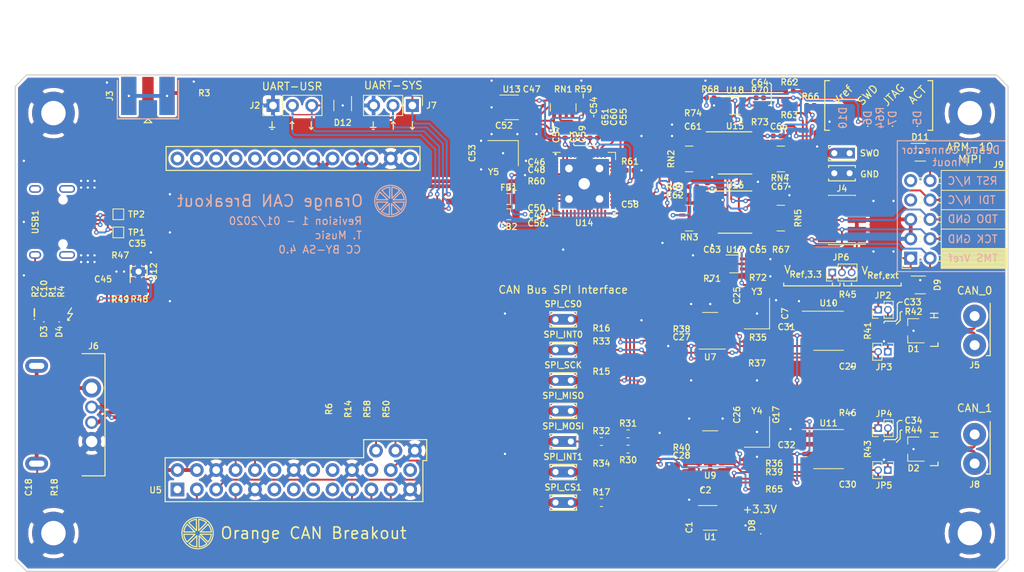
<source format=kicad_pcb>
(kicad_pcb (version 20171130) (host pcbnew 5.1.5)
  (layers (0 F.Cu signal) (31 B.Cu signal) (34 B.Paste user hide) (35 F.Paste user hide) (36 B.SilkS user) (37 F.SilkS user) (38 B.Mask user hide) (39 F.Mask user) (44 Edge.Cuts user))
  (net 0 "")
  (net 1 GND)
  (net 2 VBUS)
  (net 3 +5V)
  (net 4 +3V3)
  (net 5 "Net-(R40-Pad1)")
  (net 6 +VSW)
  (net 7 "Net-(C10-Pad2)")
  (net 8 "Net-(D2-Pad2)")
  (net 9 "Net-(R1-Pad1)")
  (net 10 /orangepi/USB_DN)
  (net 11 /orangepi/USB_DP)
  (net 12 "Net-(J3-Pad2)")
  (net 13 "Net-(C17-Pad2)")
  (net 14 "Net-(C18-Pad2)")
  (net 15 "Net-(D2-Pad1)")
  (net 16 "Net-(C7-Pad2)")
  (net 17 "Net-(C25-Pad1)")
  (net 18 "Net-(C26-Pad1)")
  (net 19 "Net-(C33-Pad2)")
  (net 20 "Net-(C34-Pad2)")
  (net 21 "Net-(D1-Pad2)")
  (net 22 "Net-(D1-Pad1)")
  (net 23 "Net-(JP2-Pad2)")
  (net 24 "Net-(JP3-Pad1)")
  (net 25 "Net-(JP4-Pad2)")
  (net 26 "Net-(JP5-Pad1)")
  (net 27 "Net-(R4-Pad1)")
  (net 28 "Net-(R6-Pad1)")
  (net 29 "Net-(R14-Pad1)")
  (net 30 "Net-(R15-Pad2)")
  (net 31 /can.sch/SPI_CLK)
  (net 32 /can.sch/SPI_CS0)
  (net 33 "Net-(R16-Pad1)")
  (net 34 /can.sch/SPI_CS1)
  (net 35 /can.sch/SPI_MISO)
  (net 36 "Net-(R30-Pad1)")
  (net 37 "Net-(R31-Pad1)")
  (net 38 /can.sch/SPI_MOSI)
  (net 39 /can.sch/SPI_INT0)
  (net 40 "Net-(R33-Pad1)")
  (net 41 /can.sch/SPI_INT1)
  (net 42 "Net-(R34-Pad1)")
  (net 43 "Net-(R35-Pad2)")
  (net 44 "Net-(R35-Pad1)")
  (net 45 "Net-(R36-Pad2)")
  (net 46 "Net-(R36-Pad1)")
  (net 47 "Net-(R37-Pad2)")
  (net 48 "Net-(R37-Pad1)")
  (net 49 "Net-(R38-Pad2)")
  (net 50 "Net-(R38-Pad1)")
  (net 51 "Net-(R39-Pad2)")
  (net 52 "Net-(R39-Pad1)")
  (net 53 "Net-(R40-Pad2)")
  (net 54 "Net-(R32-Pad1)")
  (net 55 "Net-(D3-Pad2)")
  (net 56 "Net-(D3-Pad1)")
  (net 57 "Net-(D4-Pad2)")
  (net 58 "Net-(R48-Pad1)")
  (net 59 /orangepi/USB3_DP)
  (net 60 /orangepi/USB3_DN)
  (net 61 "Net-(R50-Pad1)")
  (net 62 "Net-(R58-Pad1)")
  (net 63 "Net-(C46-Pad1)")
  (net 64 "Net-(C49-Pad1)")
  (net 65 "Net-(C52-Pad1)")
  (net 66 "Net-(C53-Pad1)")
  (net 67 "Net-(D5-Pad2)")
  (net 68 "Net-(D6-Pad2)")
  (net 69 "Net-(D7-Pad2)")
  (net 70 "Net-(D8-Pad2)")
  (net 71 "Net-(D10-Pad2)")
  (net 72 "Net-(R59-Pad2)")
  (net 73 "Net-(R59-Pad1)")
  (net 74 "Net-(R60-Pad1)")
  (net 75 "Net-(R61-Pad1)")
  (net 76 "Net-(RN1-Pad2)")
  (net 77 "Net-(RN1-Pad1)")
  (net 78 /ftdi/FT_RST)
  (net 79 /ftdi/FTDI_3V3)
  (net 80 "Net-(C55-Pad2)")
  (net 81 "Net-(C60-Pad1)")
  (net 82 "Net-(R67-Pad2)")
  (net 83 /ftdi/DBG_TCK)
  (net 84 "Net-(RN2-Pad5)")
  (net 85 "Net-(RN2-Pad6)")
  (net 86 "Net-(RN2-Pad8)")
  (net 87 "Net-(RN2-Pad7)")
  (net 88 "Net-(RN2-Pad2)")
  (net 89 "Net-(RN2-Pad3)")
  (net 90 "Net-(RN2-Pad1)")
  (net 91 "Net-(RN3-Pad5)")
  (net 92 "Net-(RN3-Pad6)")
  (net 93 "Net-(RN3-Pad8)")
  (net 94 "Net-(RN3-Pad7)")
  (net 95 "Net-(RN3-Pad2)")
  (net 96 "Net-(RN4-Pad4)")
  (net 97 "Net-(RN4-Pad2)")
  (net 98 "Net-(RN4-Pad3)")
  (net 99 "Net-(RN4-Pad1)")
  (net 100 "Net-(RN5-Pad4)")
  (net 101 "Net-(RN5-Pad2)")
  (net 102 "Net-(RN5-Pad3)")
  (net 103 "Net-(RN5-Pad1)")
  (net 104 /ftdi/FT_SWD_EN)
  (net 105 /ftdi/SWD_EN)
  (net 106 /ftdi/FT_SWD_OE)
  (net 107 /ftdi/SWD_OE)
  (net 108 "Net-(R70-Pad2)")
  (net 109 /ftdi/~SWD_EN~)
  (net 110 "Net-(R71-Pad2)")
  (net 111 "Net-(R71-Pad1)")
  (net 112 "Net-(R72-Pad2)")
  (net 113 "Net-(R73-Pad2)")
  (net 114 /ftdi/DBG_RST)
  (net 115 /ftdi/DBG_TDI)
  (net 116 /ftdi/DBG_TDO)
  (net 117 /ftdi/DBG_TMS)
  (net 118 "Net-(R17-Pad1)")
  (net 119 "Net-(R74-Pad1)")
  (net 120 /ftdi/FT_LED)
  (net 121 /ftdi/DBG_VREF)
  (net 122 /ftdi/FTDI_USB_DP)
  (net 123 /ftdi/FTDI_USB_DN)
  (net 124 "Net-(D12-Pad5)")
  (net 125 "Net-(D12-Pad4)")
  (net 126 "Net-(D12-Pad3)")
  (net 127 "Net-(D12-Pad1)")
  (module can_breakout_pcb:TM_logo (layer F.Cu) (at 226.125 111.25)
    (fp_text reference LOGO1)
    (fp_text value Logo_TM_small)
    (fp_poly (pts (xy 2.75 0.125) (xy 2.75 1.875) (xy 2.5 1.875) (xy 2.5 0.125)) (layer F.Cu) (width 0.01))
    (fp_poly (pts (xy -2 0.125) (xy -2 1.875) (xy -2.25 1.875) (xy -2.25 0.125)) (layer F.Cu) (width 0.01))
    (fp_poly (pts (xy 1.875 2.75) (xy -1.375 2.75) (xy -1.375 2.5) (xy 1.875 2.5)) (layer F.Cu) (width 0.01))
    (fp_poly (pts (xy 1.875 -0.5) (xy -1.375 -0.5) (xy -1.375 -0.75) (xy 1.875 -0.75)) (layer F.Cu) (width 0.01))
    (fp_poly (pts (xy 2.25 2.25) (xy 1.75 2.25) (xy 1.75 0.25) (xy 0.75 0.25) (xy 0.75 2.25) (xy 0.25 2.25) (xy 0.25 0.25) (xy 0.75 -0.25) (xy 2.25 -0.25)) (layer F.Cu) (width 0.01))
    (fp_poly (pts (xy 0 0.25) (xy -0.5 0.25) (xy -0.5 1) (xy -1 1.5) (xy -1 0.25) (xy -1.75 0.25) (xy -1.75 -0.25) (xy 0.5 -0.25)) (layer F.Cu) (width 0.01))
    (fp_poly (pts (xy 2.5 0.125) (xy 2.5 -0.5) (xy 1.875 -0.5) (xy 1.875 -0.75) (xy 2.75 -0.75) (xy 2.75 0.125)) (layer F.Cu) (width 0.01))
    (fp_poly (pts (xy 1.875 2.5) (xy 2.5 2.5) (xy 2.5 1.875) (xy 2.75 1.875) (xy 2.75 2.75) (xy 1.875 2.75)) (layer F.Cu) (width 0.01))
    (fp_poly (pts (xy -2 1.875) (xy -2 2.5) (xy -1.375 2.5) (xy -1.375 2.75) (xy -2.25 2.75) (xy -2.25 1.875)) (layer F.Cu) (width 0.01))
    (fp_poly (pts (xy -1.375 -0.5) (xy -2 -0.5) (xy -2 0.125) (xy -2.25 0.125) (xy -2.25 -0.75) (xy -1.375 -0.75)) (layer F.Cu) (width 0.01))
    (fp_poly (pts (xy -0.5 2.25) (xy -1 2.25) (xy -1 1.75) (xy -0.5 1.25)) (layer F.Cu) (width 0.01))
  )
  (module Package_TO_SOT_SMD:SOT-353_SC-70-5 (layer F.Cu) (at 151.625 56.25 270)
    (fp_text reference D12 (at 2.25 0 180) (layer F.SilkS) (effects (font (size 0.8 0.8))))
    (fp_text value PESD3V3L4UG)
    (pad 5 smd rect (at 0.95 -0.65 270) (size 0.65 0.4) (layers F.Cu F.Paste F.Mask) (net 124 "Net-(D12-Pad5)"))
    (pad 4 smd rect (at 0.95 0.65 270) (size 0.65 0.4) (layers F.Cu F.Paste F.Mask) (net 125 "Net-(D12-Pad4)"))
    (pad 2 smd rect (at -0.95 0 270) (size 0.65 0.4) (layers F.Cu F.Paste F.Mask) (net 1 GND))
    (pad 3 smd rect (at -0.95 0.65 270) (size 0.65 0.4) (layers F.Cu F.Paste F.Mask) (net 126 "Net-(D12-Pad3)"))
    (pad 1 smd rect (at -0.95 -0.65 270) (size 0.65 0.4) (layers F.Cu F.Paste F.Mask) (net 127 "Net-(D12-Pad1)"))
  )
  (module Package_TO_SOT_SMD:SOT-353_SC-70-5 (layer F.Cu) (at 227.25 79.75)
    (fp_text reference D9 (at 2.25 0 90) (layer F.SilkS) (effects (font (size 0.8 0.8))))
    (fp_text value PESD3V3L4UG)
    (pad 5 smd rect (at 0.95 -0.65) (size 0.65 0.4) (layers F.Cu F.Paste F.Mask) (net 117 /ftdi/DBG_TMS))
    (pad 4 smd rect (at 0.95 0.65) (size 0.65 0.4) (layers F.Cu F.Paste F.Mask) (net 116 /ftdi/DBG_TDO))
    (pad 2 smd rect (at -0.95 0) (size 0.65 0.4) (layers F.Cu F.Paste F.Mask) (net 1 GND))
    (pad 3 smd rect (at -0.95 0.65) (size 0.65 0.4) (layers F.Cu F.Paste F.Mask) (net 83 /ftdi/DBG_TCK))
    (pad 1 smd rect (at -0.95 -0.65) (size 0.65 0.4) (layers F.Cu F.Paste F.Mask) (net 121 /ftdi/DBG_VREF))
  )
  (module Package_TO_SOT_SMD:SOT-353_SC-70-5 (layer F.Cu) (at 227.25 62.375)
    (fp_text reference D11 (at 0 -2) (layer F.SilkS) (effects (font (size 0.8 0.8))))
    (fp_text value PESD3V3L4UG)
    (pad 5 smd rect (at 0.95 -0.65) (size 0.65 0.4) (layers F.Cu F.Paste F.Mask) (net 115 /ftdi/DBG_TDI))
    (pad 4 smd rect (at 0.95 0.65) (size 0.65 0.4) (layers F.Cu F.Paste F.Mask) (net 114 /ftdi/DBG_RST))
    (pad 2 smd rect (at -0.95 0) (size 0.65 0.4) (layers F.Cu F.Paste F.Mask) (net 1 GND))
    (pad 3 smd rect (at -0.95 0.65) (size 0.65 0.4) (layers F.Cu F.Paste F.Mask))
    (pad 1 smd rect (at -0.95 -0.65) (size 0.65 0.4) (layers F.Cu F.Paste F.Mask))
  )
  (module Capacitor_SMD:C_0402_1005Metric (layer F.Cu) (at 177 69.5 180)
    (fp_text reference C49 (at 0 -1.17) (layer F.SilkS) (effects (font (size 0.8 0.8))))
    (fp_text value 100nF)
    (pad 2 smd roundrect (at 0.485 0 180) (size 0.59 0.64) (layers F.Cu F.Paste F.Mask) (net 1 GND))
    (pad 1 smd roundrect (at -0.485 0 180) (size 0.59 0.64) (layers F.Cu F.Paste F.Mask) (net 64 "Net-(C49-Pad1)"))
  )
  (module Capacitor_SMD:C_0402_1005Metric (layer F.Cu) (at 185 60 90)
    (fp_text reference C3 (at -0.375 -3.125 90) (layer F.SilkS) (effects (font (size 0.8 0.8))))
    (fp_text value 100nF)
    (pad 2 smd roundrect (at 0.485 0 90) (size 0.59 0.64) (layers F.Cu F.Paste F.Mask) (net 1 GND))
    (pad 1 smd roundrect (at -0.485 0 90) (size 0.59 0.64) (layers F.Cu F.Paste F.Mask) (net 79 /ftdi/FTDI_3V3))
  )
  (module Connector_PinHeader_1.27mm:PinHeader_1x03_P1.27mm_Vertical (layer F.Cu) (at 215.73 78.125 90)
    (fp_text reference JP6 (at 2 1.145 180) (layer F.SilkS) (effects (font (size 0.8 0.8))))
    (fp_text value Jumper_3_Open)
    (pad 3 thru_hole oval (at 0 2.54 90) (size 1 1) (drill 0.65) (layers *.Cu *.Mask) (net 121 /ftdi/DBG_VREF))
    (pad 2 thru_hole oval (at 0 1.27 90) (size 1 1) (drill 0.65) (layers *.Cu *.Mask) (net 6 +VSW))
    (pad 1 thru_hole rect (at 0 0 90) (size 1 1) (drill 0.65) (layers *.Cu *.Mask) (net 4 +3V3))
  )
  (module Resistor_SMD:R_0402_1005Metric (layer F.Cu) (at 199.75 57.25 180)
    (fp_text reference R74 (at 2.25 0) (layer F.SilkS) (effects (font (size 0.8 0.8))))
    (fp_text value 22R)
    (pad 2 smd roundrect (at 0.485 0 180) (size 0.59 0.64) (layers F.Cu F.Paste F.Mask) (net 78 /ftdi/FT_RST))
    (pad 1 smd roundrect (at -0.485 0 180) (size 0.59 0.64) (layers F.Cu F.Paste F.Mask) (net 119 "Net-(R74-Pad1)"))
  )
  (module Resistor_SMD:R_0603_1608Metric (layer F.Cu) (at 185.5 108.25 180)
    (fp_text reference R17 (at 0 1.375) (layer F.SilkS) (effects (font (size 0.8 0.8))))
    (fp_text value 22R)
    (pad 2 smd roundrect (at 0.7875 0 180) (size 0.875 0.95) (layers F.Cu F.Paste F.Mask) (net 34 /can.sch/SPI_CS1))
    (pad 1 smd roundrect (at -0.7875 0 180) (size 0.875 0.95) (layers F.Cu F.Paste F.Mask) (net 118 "Net-(R17-Pad1)"))
  )
  (module can_breakout_pcb:TestPadClip_0.25 (layer F.Cu) (at 217 62.5)
    (fp_text reference TP12)
    (fp_text value SWO)
    (fp_text user %V (at 3.625 0) (layer F.SilkS) (effects (font (size 0.8 0.8))))
    (pad 1 smd rect (at 0.25 0) (size 2.9 1.4) (layers B.Cu) (net 95 "Net-(RN3-Pad2)"))
    (pad 1 thru_hole circle (at -1 0) (size 1.3 1.3) (drill 0.8) (layers *.Cu *.Mask) (net 95 "Net-(RN3-Pad2)"))
    (pad 1 thru_hole circle (at 1 0) (size 1.3 1.3) (drill 0.8) (layers *.Cu *.Mask) (net 95 "Net-(RN3-Pad2)"))
    (pad 1 smd trapezoid (at -2 0 180) (size 1.6 0.8) (rect_delta 0.6 0) (layers F.Cu) (net 95 "Net-(RN3-Pad2)"))
    (pad 1 smd rect (at 0.25 0) (size 2.9 1.4) (layers F.Cu) (net 95 "Net-(RN3-Pad2)"))
  )
  (module can_breakout_pcb:TestPadClip_0.25 (layer F.Cu) (at 217 65.125)
    (fp_text reference TP11)
    (fp_text value GND)
    (fp_text user %V (at 3.625 0.125) (layer F.SilkS) (effects (font (size 0.8 0.8))))
    (pad 1 smd rect (at 0.25 0) (size 2.9 1.4) (layers B.Cu) (net 1 GND))
    (pad 1 thru_hole circle (at -1 0) (size 1.3 1.3) (drill 0.8) (layers *.Cu *.Mask) (net 1 GND))
    (pad 1 thru_hole circle (at 1 0) (size 1.3 1.3) (drill 0.8) (layers *.Cu *.Mask) (net 1 GND))
    (pad 1 smd trapezoid (at -2 0 180) (size 1.6 0.8) (rect_delta 0.6 0) (layers F.Cu) (net 1 GND))
    (pad 1 smd rect (at 0.25 0) (size 2.9 1.4) (layers F.Cu) (net 1 GND))
  )
  (module can_breakout_pcb:TestPadClip_0.25 (layer F.Cu) (at 180.5 100.25)
    (fp_text reference TP3)
    (fp_text value SPI_MOSI)
    (fp_text user %V (at 0 -2) (layer F.SilkS) (effects (font (size 0.8 0.8))))
    (pad 1 smd rect (at 0.25 0) (size 2.9 1.4) (layers B.Cu) (net 38 /can.sch/SPI_MOSI))
    (pad 1 thru_hole circle (at -1 0) (size 1.3 1.3) (drill 0.8) (layers *.Cu *.Mask) (net 38 /can.sch/SPI_MOSI))
    (pad 1 thru_hole circle (at 1 0) (size 1.3 1.3) (drill 0.8) (layers *.Cu *.Mask) (net 38 /can.sch/SPI_MOSI))
    (pad 1 smd trapezoid (at -2 0 180) (size 1.6 0.8) (rect_delta 0.6 0) (layers F.Cu) (net 38 /can.sch/SPI_MOSI))
    (pad 1 smd rect (at 0.25 0) (size 2.9 1.4) (layers F.Cu) (net 38 /can.sch/SPI_MOSI))
  )
  (module can_breakout_pcb:TestPadClip_0.25_Passthrough (layer F.Cu) (at 180.5 104.25)
    (fp_text reference TP10)
    (fp_text value SPI_INT1)
    (fp_text user %V (at 0 -2) (layer F.SilkS) (effects (font (size 0.8 0.8))))
    (pad 1 smd rect (at 0 0) (size 2.4 1.4) (layers B.Cu) (net 41 /can.sch/SPI_INT1))
    (pad 1 smd trapezoid (at 2 0) (size 1.6 0.8) (rect_delta 0.6 0) (layers F.Cu) (net 41 /can.sch/SPI_INT1))
    (pad 1 smd rect (at 0 0) (size 2.4 1.4) (layers F.Cu) (net 41 /can.sch/SPI_INT1))
    (pad 1 smd trapezoid (at -2 0 180) (size 1.6 0.8) (rect_delta 0.6 0) (layers F.Cu) (net 41 /can.sch/SPI_INT1))
    (pad 1 thru_hole circle (at 1 0) (size 1.3 1.3) (drill 0.8) (layers *.Cu *.Mask) (net 41 /can.sch/SPI_INT1))
    (pad 1 thru_hole circle (at -1 0) (size 1.3 1.3) (drill 0.8) (layers *.Cu *.Mask) (net 41 /can.sch/SPI_INT1))
  )
  (module can_breakout_pcb:TestPadClip_0.25_Passthrough (layer F.Cu) (at 180.5 88.25)
    (fp_text reference TP9)
    (fp_text value SPI_INT0)
    (fp_text user %V (at 0 -2) (layer F.SilkS) (effects (font (size 0.8 0.8))))
    (pad 1 smd rect (at 0 0) (size 2.4 1.4) (layers B.Cu) (net 39 /can.sch/SPI_INT0))
    (pad 1 smd trapezoid (at 2 0) (size 1.6 0.8) (rect_delta 0.6 0) (layers F.Cu) (net 39 /can.sch/SPI_INT0))
    (pad 1 smd rect (at 0 0) (size 2.4 1.4) (layers F.Cu) (net 39 /can.sch/SPI_INT0))
    (pad 1 smd trapezoid (at -2 0 180) (size 1.6 0.8) (rect_delta 0.6 0) (layers F.Cu) (net 39 /can.sch/SPI_INT0))
    (pad 1 thru_hole circle (at 1 0) (size 1.3 1.3) (drill 0.8) (layers *.Cu *.Mask) (net 39 /can.sch/SPI_INT0))
    (pad 1 thru_hole circle (at -1 0) (size 1.3 1.3) (drill 0.8) (layers *.Cu *.Mask) (net 39 /can.sch/SPI_INT0))
  )
  (module can_breakout_pcb:TestPadClip_0.25_Passthrough (layer F.Cu) (at 180.5 84.25)
    (fp_text reference TP8)
    (fp_text value SPI_CS0)
    (fp_text user %V (at 0 -2) (layer F.SilkS) (effects (font (size 0.8 0.8))))
    (pad 1 smd rect (at 0 0) (size 2.4 1.4) (layers B.Cu) (net 32 /can.sch/SPI_CS0))
    (pad 1 smd trapezoid (at 2 0) (size 1.6 0.8) (rect_delta 0.6 0) (layers F.Cu) (net 32 /can.sch/SPI_CS0))
    (pad 1 smd rect (at 0 0) (size 2.4 1.4) (layers F.Cu) (net 32 /can.sch/SPI_CS0))
    (pad 1 smd trapezoid (at -2 0 180) (size 1.6 0.8) (rect_delta 0.6 0) (layers F.Cu) (net 32 /can.sch/SPI_CS0))
    (pad 1 thru_hole circle (at 1 0) (size 1.3 1.3) (drill 0.8) (layers *.Cu *.Mask) (net 32 /can.sch/SPI_CS0))
    (pad 1 thru_hole circle (at -1 0) (size 1.3 1.3) (drill 0.8) (layers *.Cu *.Mask) (net 32 /can.sch/SPI_CS0))
  )
  (module can_breakout_pcb:TestPadClip_0.25_Passthrough (layer F.Cu) (at 180.5 108.25)
    (fp_text reference TP7)
    (fp_text value SPI_CS1)
    (fp_text user %V (at 0 -2) (layer F.SilkS) (effects (font (size 0.8 0.8))))
    (pad 1 smd rect (at 0 0) (size 2.4 1.4) (layers B.Cu) (net 34 /can.sch/SPI_CS1))
    (pad 1 smd trapezoid (at 2 0) (size 1.6 0.8) (rect_delta 0.6 0) (layers F.Cu) (net 34 /can.sch/SPI_CS1))
    (pad 1 smd rect (at 0 0) (size 2.4 1.4) (layers F.Cu) (net 34 /can.sch/SPI_CS1))
    (pad 1 smd trapezoid (at -2 0 180) (size 1.6 0.8) (rect_delta 0.6 0) (layers F.Cu) (net 34 /can.sch/SPI_CS1))
    (pad 1 thru_hole circle (at 1 0) (size 1.3 1.3) (drill 0.8) (layers *.Cu *.Mask) (net 34 /can.sch/SPI_CS1))
    (pad 1 thru_hole circle (at -1 0) (size 1.3 1.3) (drill 0.8) (layers *.Cu *.Mask) (net 34 /can.sch/SPI_CS1))
  )
  (module can_breakout_pcb:TestPadClip_0.25_Passthrough (layer F.Cu) (at 180.5 92.25)
    (fp_text reference TP6)
    (fp_text value SPI_SCK)
    (fp_text user %V (at 0 -2) (layer F.SilkS) (effects (font (size 0.8 0.8))))
    (pad 1 smd rect (at 0 0) (size 2.4 1.4) (layers B.Cu) (net 31 /can.sch/SPI_CLK))
    (pad 1 smd trapezoid (at 2 0) (size 1.6 0.8) (rect_delta 0.6 0) (layers F.Cu) (net 31 /can.sch/SPI_CLK))
    (pad 1 smd rect (at 0 0) (size 2.4 1.4) (layers F.Cu) (net 31 /can.sch/SPI_CLK))
    (pad 1 smd trapezoid (at -2 0 180) (size 1.6 0.8) (rect_delta 0.6 0) (layers F.Cu) (net 31 /can.sch/SPI_CLK))
    (pad 1 thru_hole circle (at 1 0) (size 1.3 1.3) (drill 0.8) (layers *.Cu *.Mask) (net 31 /can.sch/SPI_CLK))
    (pad 1 thru_hole circle (at -1 0) (size 1.3 1.3) (drill 0.8) (layers *.Cu *.Mask) (net 31 /can.sch/SPI_CLK))
  )
  (module can_breakout_pcb:TestPadClip_0.25_Passthrough (layer F.Cu) (at 180.5 96.25)
    (fp_text reference TP5)
    (fp_text value SPI_MISO)
    (fp_text user %V (at 0 -2) (layer F.SilkS) (effects (font (size 0.8 0.8))))
    (pad 1 smd rect (at 0 0) (size 2.4 1.4) (layers B.Cu) (net 35 /can.sch/SPI_MISO))
    (pad 1 smd trapezoid (at 2 0) (size 1.6 0.8) (rect_delta 0.6 0) (layers F.Cu) (net 35 /can.sch/SPI_MISO))
    (pad 1 smd rect (at 0 0) (size 2.4 1.4) (layers F.Cu) (net 35 /can.sch/SPI_MISO))
    (pad 1 smd trapezoid (at -2 0 180) (size 1.6 0.8) (rect_delta 0.6 0) (layers F.Cu) (net 35 /can.sch/SPI_MISO))
    (pad 1 thru_hole circle (at 1 0) (size 1.3 1.3) (drill 0.8) (layers *.Cu *.Mask) (net 35 /can.sch/SPI_MISO))
    (pad 1 thru_hole circle (at -1 0) (size 1.3 1.3) (drill 0.8) (layers *.Cu *.Mask) (net 35 /can.sch/SPI_MISO))
  )
  (module Capacitor_SMD:C_0402_1005Metric (layer F.Cu) (at 208.5 68)
    (fp_text reference C67 (at 0.375 -1.125) (layer F.SilkS) (effects (font (size 0.8 0.8))))
    (fp_text value 100nF)
    (pad 2 smd roundrect (at 0.485 0) (size 0.59 0.64) (layers F.Cu F.Paste F.Mask) (net 1 GND))
    (pad 1 smd roundrect (at -0.485 0) (size 0.59 0.64) (layers F.Cu F.Paste F.Mask) (net 6 +VSW))
  )
  (module Capacitor_SMD:C_0402_1005Metric (layer F.Cu) (at 208.5 60.25)
    (fp_text reference C66 (at 0.25 -1.25) (layer F.SilkS) (effects (font (size 0.8 0.8))))
    (fp_text value 100nF)
    (pad 2 smd roundrect (at 0.485 0) (size 0.59 0.64) (layers F.Cu F.Paste F.Mask) (net 1 GND))
    (pad 1 smd roundrect (at -0.485 0) (size 0.59 0.64) (layers F.Cu F.Paste F.Mask) (net 6 +VSW))
  )
  (module Capacitor_SMD:C_0402_1005Metric (layer F.Cu) (at 206 76.375)
    (fp_text reference C65 (at 0 -1.25) (layer F.SilkS) (effects (font (size 0.8 0.8))))
    (fp_text value 100nF)
    (pad 2 smd roundrect (at 0.485 0) (size 0.59 0.64) (layers F.Cu F.Paste F.Mask) (net 1 GND))
    (pad 1 smd roundrect (at -0.485 0) (size 0.59 0.64) (layers F.Cu F.Paste F.Mask) (net 6 +VSW))
  )
  (module Package_TO_SOT_SMD:SOT-363_SC-70-6 (layer F.Cu) (at 203 56.25)
    (fp_text reference U18 (at 0 -2) (layer F.SilkS) (effects (font (size 0.8 0.8))))
    (fp_text value 74LVC2G06)
    (pad 6 smd rect (at 0.95 -0.65) (size 0.65 0.4) (layers F.Cu F.Paste F.Mask) (net 108 "Net-(R70-Pad2)"))
    (pad 4 smd rect (at 0.95 0.65) (size 0.65 0.4) (layers F.Cu F.Paste F.Mask) (net 113 "Net-(R73-Pad2)"))
    (pad 2 smd rect (at -0.95 0) (size 0.65 0.4) (layers F.Cu F.Paste F.Mask) (net 1 GND))
    (pad 5 smd rect (at 0.95 0) (size 0.65 0.4) (layers F.Cu F.Paste F.Mask) (net 4 +3V3))
    (pad 3 smd rect (at -0.95 0.65) (size 0.65 0.4) (layers F.Cu F.Paste F.Mask) (net 119 "Net-(R74-Pad1)"))
    (pad 1 smd rect (at -0.95 -0.65) (size 0.65 0.4) (layers F.Cu F.Paste F.Mask) (net 105 /ftdi/SWD_EN))
  )
  (module Resistor_SMD:R_0402_1005Metric (layer F.Cu) (at 206.25 57.25 180)
    (fp_text reference R73 (at 0 -1.17) (layer F.SilkS) (effects (font (size 0.8 0.8))))
    (fp_text value 22R)
    (pad 2 smd roundrect (at 0.485 0 180) (size 0.59 0.64) (layers F.Cu F.Paste F.Mask) (net 113 "Net-(R73-Pad2)"))
    (pad 1 smd roundrect (at -0.485 0 180) (size 0.59 0.64) (layers F.Cu F.Paste F.Mask) (net 114 /ftdi/DBG_RST))
  )
  (module Resistor_SMD:R_0402_1005Metric (layer F.Cu) (at 206 77.625 180)
    (fp_text reference R72 (at 0 -1.17) (layer F.SilkS) (effects (font (size 0.8 0.8))))
    (fp_text value 22R)
    (pad 2 smd roundrect (at 0.485 0 180) (size 0.59 0.64) (layers F.Cu F.Paste F.Mask) (net 112 "Net-(R72-Pad2)"))
    (pad 1 smd roundrect (at -0.485 0 180) (size 0.59 0.64) (layers F.Cu F.Paste F.Mask) (net 83 /ftdi/DBG_TCK))
  )
  (module Resistor_SMD:R_0402_1005Metric (layer F.Cu) (at 200 77.75 180)
    (fp_text reference R71 (at 0 -1.17) (layer F.SilkS) (effects (font (size 0.8 0.8))))
    (fp_text value 22R)
    (pad 2 smd roundrect (at 0.485 0 180) (size 0.59 0.64) (layers F.Cu F.Paste F.Mask) (net 110 "Net-(R71-Pad2)"))
    (pad 1 smd roundrect (at -0.485 0 180) (size 0.59 0.64) (layers F.Cu F.Paste F.Mask) (net 111 "Net-(R71-Pad1)"))
  )
  (module Resistor_SMD:R_0402_1005Metric (layer F.Cu) (at 206.25 55.25 180)
    (fp_text reference R70 (at 0 1) (layer F.SilkS) (effects (font (size 0.8 0.8))))
    (fp_text value 22R)
    (pad 2 smd roundrect (at 0.485 0 180) (size 0.59 0.64) (layers F.Cu F.Paste F.Mask) (net 108 "Net-(R70-Pad2)"))
    (pad 1 smd roundrect (at -0.485 0 180) (size 0.59 0.64) (layers F.Cu F.Paste F.Mask) (net 109 /ftdi/~SWD_EN~))
  )
  (module Resistor_SMD:R_0402_1005Metric (layer F.Cu) (at 197.5 66.875 180)
    (fp_text reference R69 (at 2.375 0) (layer F.SilkS) (effects (font (size 0.8 0.8))))
    (fp_text value 22R)
    (pad 2 smd roundrect (at 0.485 0 180) (size 0.59 0.64) (layers F.Cu F.Paste F.Mask) (net 106 /ftdi/FT_SWD_OE))
    (pad 1 smd roundrect (at -0.485 0 180) (size 0.59 0.64) (layers F.Cu F.Paste F.Mask) (net 107 /ftdi/SWD_OE))
  )
  (module Resistor_SMD:R_0402_1005Metric (layer F.Cu) (at 199.75 55.25 180)
    (fp_text reference R68 (at 0 1.125) (layer F.SilkS) (effects (font (size 0.8 0.8))))
    (fp_text value 22R)
    (pad 2 smd roundrect (at 0.485 0 180) (size 0.59 0.64) (layers F.Cu F.Paste F.Mask) (net 104 /ftdi/FT_SWD_EN))
    (pad 1 smd roundrect (at -0.485 0 180) (size 0.59 0.64) (layers F.Cu F.Paste F.Mask) (net 105 /ftdi/SWD_EN))
  )
  (module Capacitor_SMD:C_0402_1005Metric (layer F.Cu) (at 206.25 56.25)
    (fp_text reference C64 (at 0 -3) (layer F.SilkS) (effects (font (size 0.8 0.8))))
    (fp_text value 100nF)
    (pad 2 smd roundrect (at 0.485 0) (size 0.59 0.64) (layers F.Cu F.Paste F.Mask) (net 1 GND))
    (pad 1 smd roundrect (at -0.485 0) (size 0.59 0.64) (layers F.Cu F.Paste F.Mask) (net 4 +3V3))
  )
  (module Capacitor_SMD:C_0402_1005Metric (layer F.Cu) (at 200 76.25 180)
    (fp_text reference C63 (at 0 1.125) (layer F.SilkS) (effects (font (size 0.8 0.8))))
    (fp_text value 100nF)
    (pad 2 smd roundrect (at 0.485 0 180) (size 0.59 0.64) (layers F.Cu F.Paste F.Mask) (net 1 GND))
    (pad 1 smd roundrect (at -0.485 0 180) (size 0.59 0.64) (layers F.Cu F.Paste F.Mask) (net 4 +3V3))
  )
  (module Resistor_SMD:R_Array_Convex_4x0603 (layer F.Cu) (at 209 71)
    (fp_text reference RN5 (at 2.25 0 90) (layer F.SilkS) (effects (font (size 0.8 0.8))))
    (fp_text value 22R)
    (pad 5 smd rect (at 0.9 1.2) (size 0.8 0.5) (layers F.Cu F.Paste F.Mask))
    (pad 6 smd rect (at 0.9 0.4) (size 0.8 0.4) (layers F.Cu F.Paste F.Mask) (net 82 "Net-(R67-Pad2)"))
    (pad 8 smd rect (at 0.9 -1.2) (size 0.8 0.5) (layers F.Cu F.Paste F.Mask) (net 117 /ftdi/DBG_TMS))
    (pad 7 smd rect (at 0.9 -0.4) (size 0.8 0.4) (layers F.Cu F.Paste F.Mask) (net 116 /ftdi/DBG_TDO))
    (pad 4 smd rect (at -0.9 1.2) (size 0.8 0.5) (layers F.Cu F.Paste F.Mask) (net 100 "Net-(RN5-Pad4)"))
    (pad 2 smd rect (at -0.9 -0.4) (size 0.8 0.4) (layers F.Cu F.Paste F.Mask) (net 101 "Net-(RN5-Pad2)"))
    (pad 3 smd rect (at -0.9 0.4) (size 0.8 0.4) (layers F.Cu F.Paste F.Mask) (net 102 "Net-(RN5-Pad3)"))
    (pad 1 smd rect (at -0.9 -1.2) (size 0.8 0.5) (layers F.Cu F.Paste F.Mask) (net 103 "Net-(RN5-Pad1)"))
  )
  (module Resistor_SMD:R_Array_Convex_4x0603 (layer F.Cu) (at 209 63.25)
    (fp_text reference RN4 (at -0.125 2.5) (layer F.SilkS) (effects (font (size 0.8 0.8))))
    (fp_text value 22R)
    (pad 5 smd rect (at 0.9 1.2) (size 0.8 0.5) (layers F.Cu F.Paste F.Mask) (net 1 GND))
    (pad 6 smd rect (at 0.9 0.4) (size 0.8 0.4) (layers F.Cu F.Paste F.Mask) (net 116 /ftdi/DBG_TDO))
    (pad 8 smd rect (at 0.9 -1.2) (size 0.8 0.5) (layers F.Cu F.Paste F.Mask) (net 115 /ftdi/DBG_TDI))
    (pad 7 smd rect (at 0.9 -0.4) (size 0.8 0.4) (layers F.Cu F.Paste F.Mask) (net 117 /ftdi/DBG_TMS))
    (pad 4 smd rect (at -0.9 1.2) (size 0.8 0.5) (layers F.Cu F.Paste F.Mask) (net 96 "Net-(RN4-Pad4)"))
    (pad 2 smd rect (at -0.9 -0.4) (size 0.8 0.4) (layers F.Cu F.Paste F.Mask) (net 97 "Net-(RN4-Pad2)"))
    (pad 3 smd rect (at -0.9 0.4) (size 0.8 0.4) (layers F.Cu F.Paste F.Mask) (net 98 "Net-(RN4-Pad3)"))
    (pad 1 smd rect (at -0.9 -1.2) (size 0.8 0.5) (layers F.Cu F.Paste F.Mask) (net 99 "Net-(RN4-Pad1)"))
  )
  (module Resistor_SMD:R_Array_Convex_4x0603 (layer F.Cu) (at 197 71)
    (fp_text reference RN3 (at 0 2.5) (layer F.SilkS) (effects (font (size 0.8 0.8))))
    (fp_text value 22R)
    (pad 5 smd rect (at 0.9 1.2) (size 0.8 0.5) (layers F.Cu F.Paste F.Mask) (net 91 "Net-(RN3-Pad5)"))
    (pad 6 smd rect (at 0.9 0.4) (size 0.8 0.4) (layers F.Cu F.Paste F.Mask) (net 92 "Net-(RN3-Pad6)"))
    (pad 8 smd rect (at 0.9 -1.2) (size 0.8 0.5) (layers F.Cu F.Paste F.Mask) (net 93 "Net-(RN3-Pad8)"))
    (pad 7 smd rect (at 0.9 -0.4) (size 0.8 0.4) (layers F.Cu F.Paste F.Mask) (net 94 "Net-(RN3-Pad7)"))
    (pad 4 smd rect (at -0.9 1.2) (size 0.8 0.5) (layers F.Cu F.Paste F.Mask) (net 1 GND))
    (pad 2 smd rect (at -0.9 -0.4) (size 0.8 0.4) (layers F.Cu F.Paste F.Mask) (net 95 "Net-(RN3-Pad2)"))
    (pad 3 smd rect (at -0.9 0.4) (size 0.8 0.4) (layers F.Cu F.Paste F.Mask) (net 90 "Net-(RN2-Pad1)"))
    (pad 1 smd rect (at -0.9 -1.2) (size 0.8 0.5) (layers F.Cu F.Paste F.Mask) (net 89 "Net-(RN2-Pad3)"))
  )
  (module Resistor_SMD:R_Array_Convex_4x0603 (layer F.Cu) (at 197 63.25)
    (fp_text reference RN2 (at -2.375 0 90) (layer F.SilkS) (effects (font (size 0.8 0.8))))
    (fp_text value 22R)
    (pad 5 smd rect (at 0.9 1.2) (size 0.8 0.5) (layers F.Cu F.Paste F.Mask) (net 84 "Net-(RN2-Pad5)"))
    (pad 6 smd rect (at 0.9 0.4) (size 0.8 0.4) (layers F.Cu F.Paste F.Mask) (net 85 "Net-(RN2-Pad6)"))
    (pad 8 smd rect (at 0.9 -1.2) (size 0.8 0.5) (layers F.Cu F.Paste F.Mask) (net 86 "Net-(RN2-Pad8)"))
    (pad 7 smd rect (at 0.9 -0.4) (size 0.8 0.4) (layers F.Cu F.Paste F.Mask) (net 87 "Net-(RN2-Pad7)"))
    (pad 4 smd rect (at -0.9 1.2) (size 0.8 0.5) (layers F.Cu F.Paste F.Mask))
    (pad 2 smd rect (at -0.9 -0.4) (size 0.8 0.4) (layers F.Cu F.Paste F.Mask) (net 88 "Net-(RN2-Pad2)"))
    (pad 3 smd rect (at -0.9 0.4) (size 0.8 0.4) (layers F.Cu F.Paste F.Mask) (net 89 "Net-(RN2-Pad3)"))
    (pad 1 smd rect (at -0.9 -1.2) (size 0.8 0.5) (layers F.Cu F.Paste F.Mask) (net 90 "Net-(RN2-Pad1)"))
  )
  (module Capacitor_SMD:C_0402_1005Metric (layer F.Cu) (at 177 68.5 180)
    (fp_text reference C50 (at 0 -1.17) (layer F.SilkS) (effects (font (size 0.8 0.8))))
    (fp_text value 4.7uF)
    (pad 2 smd roundrect (at 0.485 0 180) (size 0.59 0.64) (layers F.Cu F.Paste F.Mask) (net 1 GND))
    (pad 1 smd roundrect (at -0.485 0 180) (size 0.59 0.64) (layers F.Cu F.Paste F.Mask) (net 64 "Net-(C49-Pad1)"))
  )
  (module Capacitor_SMD:C_0402_1005Metric (layer F.Cu) (at 177 63.5 180)
    (fp_text reference C48 (at 0 -1.17) (layer F.SilkS) (effects (font (size 0.8 0.8))))
    (fp_text value 4.7uF)
    (pad 2 smd roundrect (at 0.485 0 180) (size 0.59 0.64) (layers F.Cu F.Paste F.Mask) (net 1 GND))
    (pad 1 smd roundrect (at -0.485 0 180) (size 0.59 0.64) (layers F.Cu F.Paste F.Mask) (net 63 "Net-(C46-Pad1)"))
  )
  (module Package_TO_SOT_SMD:SOT-363_SC-70-6 (layer F.Cu) (at 203 77)
    (fp_text reference U17 (at 0 -1.875) (layer F.SilkS) (effects (font (size 0.8 0.8))))
    (fp_text value SN74AVC1T45DCK)
    (pad 6 smd rect (at 0.95 -0.65) (size 0.65 0.4) (layers F.Cu F.Paste F.Mask) (net 6 +VSW))
    (pad 4 smd rect (at 0.95 0.65) (size 0.65 0.4) (layers F.Cu F.Paste F.Mask) (net 112 "Net-(R72-Pad2)"))
    (pad 2 smd rect (at -0.95 0) (size 0.65 0.4) (layers F.Cu F.Paste F.Mask) (net 1 GND))
    (pad 5 smd rect (at 0.95 0) (size 0.65 0.4) (layers F.Cu F.Paste F.Mask) (net 4 +3V3))
    (pad 3 smd rect (at -0.95 0.65) (size 0.65 0.4) (layers F.Cu F.Paste F.Mask) (net 111 "Net-(R71-Pad1)"))
    (pad 1 smd rect (at -0.95 -0.65) (size 0.65 0.4) (layers F.Cu F.Paste F.Mask) (net 4 +3V3))
  )
  (module Capacitor_SMD:C_0402_1005Metric (layer F.Cu) (at 197.5 68 180)
    (fp_text reference C62 (at 2.375 0) (layer F.SilkS) (effects (font (size 0.8 0.8))))
    (fp_text value 100nF)
    (pad 2 smd roundrect (at 0.485 0 180) (size 0.59 0.64) (layers F.Cu F.Paste F.Mask) (net 1 GND))
    (pad 1 smd roundrect (at -0.485 0 180) (size 0.59 0.64) (layers F.Cu F.Paste F.Mask) (net 4 +3V3))
  )
  (module Capacitor_SMD:C_0402_1005Metric (layer F.Cu) (at 197.5 60.25 180)
    (fp_text reference C61 (at 0 1.25) (layer F.SilkS) (effects (font (size 0.8 0.8))))
    (fp_text value 100nF)
    (pad 2 smd roundrect (at 0.485 0 180) (size 0.59 0.64) (layers F.Cu F.Paste F.Mask) (net 1 GND))
    (pad 1 smd roundrect (at -0.485 0 180) (size 0.59 0.64) (layers F.Cu F.Paste F.Mask) (net 4 +3V3))
  )
  (module Package_SO:TSSOP-16_4.4x5mm_P0.65mm (layer F.Cu) (at 203 70.25)
    (fp_text reference U16 (at 0 -3.55) (layer F.SilkS) (effects (font (size 0.8 0.8))))
    (fp_text value SN74AVC4T245PW)
    (pad 16 smd rect (at 2.95 -2.275) (size 1.5 0.45) (layers F.Cu F.Paste F.Mask) (net 6 +VSW))
    (pad 15 smd rect (at 2.95 -1.625) (size 1.5 0.45) (layers F.Cu F.Paste F.Mask) (net 105 /ftdi/SWD_EN))
    (pad 14 smd rect (at 2.95 -0.975) (size 1.5 0.45) (layers F.Cu F.Paste F.Mask) (net 107 /ftdi/SWD_OE))
    (pad 13 smd rect (at 2.95 -0.325) (size 1.5 0.45) (layers F.Cu F.Paste F.Mask) (net 103 "Net-(RN5-Pad1)"))
    (pad 12 smd rect (at 2.95 0.325) (size 1.5 0.45) (layers F.Cu F.Paste F.Mask) (net 101 "Net-(RN5-Pad2)"))
    (pad 11 smd rect (at 2.95 0.975) (size 1.5 0.45) (layers F.Cu F.Paste F.Mask) (net 102 "Net-(RN5-Pad3)"))
    (pad 10 smd rect (at 2.95 1.625) (size 1.5 0.45) (layers F.Cu F.Paste F.Mask) (net 100 "Net-(RN5-Pad4)"))
    (pad 9 smd rect (at 2.95 2.275) (size 1.5 0.45) (layers F.Cu F.Paste F.Mask) (net 1 GND))
    (pad 8 smd rect (at -2.95 2.275) (size 1.5 0.45) (layers F.Cu F.Paste F.Mask) (net 1 GND))
    (pad 7 smd rect (at -2.95 1.625) (size 1.5 0.45) (layers F.Cu F.Paste F.Mask) (net 91 "Net-(RN3-Pad5)"))
    (pad 6 smd rect (at -2.95 0.975) (size 1.5 0.45) (layers F.Cu F.Paste F.Mask) (net 92 "Net-(RN3-Pad6)"))
    (pad 5 smd rect (at -2.95 0.325) (size 1.5 0.45) (layers F.Cu F.Paste F.Mask) (net 94 "Net-(RN3-Pad7)"))
    (pad 4 smd rect (at -2.95 -0.325) (size 1.5 0.45) (layers F.Cu F.Paste F.Mask) (net 93 "Net-(RN3-Pad8)"))
    (pad 3 smd rect (at -2.95 -0.975) (size 1.5 0.45) (layers F.Cu F.Paste F.Mask) (net 4 +3V3))
    (pad 2 smd rect (at -2.95 -1.625) (size 1.5 0.45) (layers F.Cu F.Paste F.Mask) (net 1 GND))
    (pad 1 smd rect (at -2.95 -2.275) (size 1.5 0.45) (layers F.Cu F.Paste F.Mask) (net 4 +3V3))
  )
  (module Package_SO:TSSOP-16_4.4x5mm_P0.65mm (layer F.Cu) (at 203 62.5)
    (fp_text reference U15 (at 0 -3.55) (layer F.SilkS) (effects (font (size 0.8 0.8))))
    (fp_text value SN74AVC4T245PW)
    (pad 16 smd rect (at 2.95 -2.275) (size 1.5 0.45) (layers F.Cu F.Paste F.Mask) (net 6 +VSW))
    (pad 15 smd rect (at 2.95 -1.625) (size 1.5 0.45) (layers F.Cu F.Paste F.Mask) (net 109 /ftdi/~SWD_EN~))
    (pad 14 smd rect (at 2.95 -0.975) (size 1.5 0.45) (layers F.Cu F.Paste F.Mask) (net 109 /ftdi/~SWD_EN~))
    (pad 13 smd rect (at 2.95 -0.325) (size 1.5 0.45) (layers F.Cu F.Paste F.Mask) (net 99 "Net-(RN4-Pad1)"))
    (pad 12 smd rect (at 2.95 0.325) (size 1.5 0.45) (layers F.Cu F.Paste F.Mask) (net 97 "Net-(RN4-Pad2)"))
    (pad 11 smd rect (at 2.95 0.975) (size 1.5 0.45) (layers F.Cu F.Paste F.Mask) (net 98 "Net-(RN4-Pad3)"))
    (pad 10 smd rect (at 2.95 1.625) (size 1.5 0.45) (layers F.Cu F.Paste F.Mask) (net 96 "Net-(RN4-Pad4)"))
    (pad 9 smd rect (at 2.95 2.275) (size 1.5 0.45) (layers F.Cu F.Paste F.Mask) (net 1 GND))
    (pad 8 smd rect (at -2.95 2.275) (size 1.5 0.45) (layers F.Cu F.Paste F.Mask) (net 1 GND))
    (pad 7 smd rect (at -2.95 1.625) (size 1.5 0.45) (layers F.Cu F.Paste F.Mask) (net 84 "Net-(RN2-Pad5)"))
    (pad 6 smd rect (at -2.95 0.975) (size 1.5 0.45) (layers F.Cu F.Paste F.Mask) (net 85 "Net-(RN2-Pad6)"))
    (pad 5 smd rect (at -2.95 0.325) (size 1.5 0.45) (layers F.Cu F.Paste F.Mask) (net 87 "Net-(RN2-Pad7)"))
    (pad 4 smd rect (at -2.95 -0.325) (size 1.5 0.45) (layers F.Cu F.Paste F.Mask) (net 86 "Net-(RN2-Pad8)"))
    (pad 3 smd rect (at -2.95 -0.975) (size 1.5 0.45) (layers F.Cu F.Paste F.Mask) (net 1 GND))
    (pad 2 smd rect (at -2.95 -1.625) (size 1.5 0.45) (layers F.Cu F.Paste F.Mask) (net 4 +3V3))
    (pad 1 smd rect (at -2.95 -2.275) (size 1.5 0.45) (layers F.Cu F.Paste F.Mask) (net 4 +3V3))
  )
  (module Resistor_SMD:R_0402_1005Metric (layer F.Cu) (at 209 73.75)
    (fp_text reference R67 (at 0 1.375) (layer F.SilkS) (effects (font (size 0.8 0.8))))
    (fp_text value 0R)
    (pad 2 smd roundrect (at 0.485 0) (size 0.59 0.64) (layers F.Cu F.Paste F.Mask) (net 82 "Net-(R67-Pad2)"))
    (pad 1 smd roundrect (at -0.485 0) (size 0.59 0.64) (layers F.Cu F.Paste F.Mask) (net 117 /ftdi/DBG_TMS))
  )
  (module Connector_PinSocket_2.54mm:PinSocket_2x05_P2.54mm_Horizontal (layer F.Cu) (at 226 76.25 180)
    (fp_text reference J9 (at -11.5 12.25) (layer F.SilkS) (effects (font (size 0.8 0.8))))
    (fp_text value Conn_ARM_JTAG_SWD_10)
    (pad 10 thru_hole oval (at -2.54 10.16 180) (size 1.7 1.7) (drill 1) (layers *.Cu *.Mask) (net 114 /ftdi/DBG_RST))
    (pad 9 thru_hole oval (at 0 10.16 180) (size 1.7 1.7) (drill 1) (layers *.Cu *.Mask))
    (pad 8 thru_hole oval (at -2.54 7.62 180) (size 1.7 1.7) (drill 1) (layers *.Cu *.Mask) (net 115 /ftdi/DBG_TDI))
    (pad 7 thru_hole oval (at 0 7.62 180) (size 1.7 1.7) (drill 1) (layers *.Cu *.Mask))
    (pad 6 thru_hole oval (at -2.54 5.08 180) (size 1.7 1.7) (drill 1) (layers *.Cu *.Mask) (net 116 /ftdi/DBG_TDO))
    (pad 5 thru_hole oval (at 0 5.08 180) (size 1.7 1.7) (drill 1) (layers *.Cu *.Mask) (net 1 GND))
    (pad 4 thru_hole oval (at -2.54 2.54 180) (size 1.7 1.7) (drill 1) (layers *.Cu *.Mask) (net 83 /ftdi/DBG_TCK))
    (pad 3 thru_hole oval (at 0 2.54 180) (size 1.7 1.7) (drill 1) (layers *.Cu *.Mask) (net 1 GND))
    (pad 2 thru_hole oval (at -2.54 0 180) (size 1.7 1.7) (drill 1) (layers *.Cu *.Mask) (net 117 /ftdi/DBG_TMS))
    (pad 1 thru_hole rect (at 0 0 180) (size 1.7 1.7) (drill 1) (layers *.Cu *.Mask) (net 121 /ftdi/DBG_VREF))
  )
  (module Connector_PinHeader_1.27mm:PinHeader_2x05_P1.27mm_Vertical_SMD (layer F.Cu) (at 217 71.25 180)
    (fp_text reference J4 (at 0 4.125) (layer F.SilkS) (effects (font (size 0.8 0.8))))
    (fp_text value Conn_ARM_JTAG_SWD_10)
    (pad 10 smd rect (at 1.95 2.54 180) (size 2.4 0.74) (layers F.Cu F.Paste F.Mask) (net 114 /ftdi/DBG_RST))
    (pad 9 smd rect (at -1.95 2.54 180) (size 2.4 0.74) (layers F.Cu F.Paste F.Mask))
    (pad 8 smd rect (at 1.95 1.27 180) (size 2.4 0.74) (layers F.Cu F.Paste F.Mask) (net 115 /ftdi/DBG_TDI))
    (pad 7 smd rect (at -1.95 1.27 180) (size 2.4 0.74) (layers F.Cu F.Paste F.Mask))
    (pad 6 smd rect (at 1.95 0 180) (size 2.4 0.74) (layers F.Cu F.Paste F.Mask) (net 116 /ftdi/DBG_TDO))
    (pad 5 smd rect (at -1.95 0 180) (size 2.4 0.74) (layers F.Cu F.Paste F.Mask) (net 1 GND))
    (pad 4 smd rect (at 1.95 -1.27 180) (size 2.4 0.74) (layers F.Cu F.Paste F.Mask) (net 83 /ftdi/DBG_TCK))
    (pad 3 smd rect (at -1.95 -1.27 180) (size 2.4 0.74) (layers F.Cu F.Paste F.Mask) (net 1 GND))
    (pad 2 smd rect (at 1.95 -2.54 180) (size 2.4 0.74) (layers F.Cu F.Paste F.Mask) (net 117 /ftdi/DBG_TMS))
    (pad 1 smd rect (at -1.95 -2.54 180) (size 2.4 0.74) (layers F.Cu F.Paste F.Mask) (net 121 /ftdi/DBG_VREF))
  )
  (module Package_DFN_QFN:QFN-48-1EP_8x8mm_P0.5mm_EP6.2x6.2mm (layer F.Cu) (at 183.25 66.5)
    (fp_text reference U14 (at 0 5.125) (layer F.SilkS) (effects (font (size 0.8 0.8))))
    (fp_text value FT232H)
    (pad 48 smd roundrect (at -2.75 -3.875) (size 0.25 0.95) (layers F.Cu F.Paste F.Mask) (net 1 GND))
    (pad 47 smd roundrect (at -2.25 -3.875) (size 0.25 0.95) (layers F.Cu F.Paste F.Mask) (net 1 GND))
    (pad 46 smd roundrect (at -1.75 -3.875) (size 0.25 0.95) (layers F.Cu F.Paste F.Mask) (net 79 /ftdi/FTDI_3V3))
    (pad 45 smd roundrect (at -1.25 -3.875) (size 0.25 0.95) (layers F.Cu F.Paste F.Mask) (net 77 "Net-(RN1-Pad1)"))
    (pad 44 smd roundrect (at -0.75 -3.875) (size 0.25 0.95) (layers F.Cu F.Paste F.Mask) (net 76 "Net-(RN1-Pad2)"))
    (pad 43 smd roundrect (at -0.25 -3.875) (size 0.25 0.95) (layers F.Cu F.Paste F.Mask) (net 73 "Net-(R59-Pad1)"))
    (pad 42 smd roundrect (at 0.25 -3.875) (size 0.25 0.95) (layers F.Cu F.Paste F.Mask) (net 1 GND))
    (pad 41 smd roundrect (at 0.75 -3.875) (size 0.25 0.95) (layers F.Cu F.Paste F.Mask) (net 1 GND))
    (pad 40 smd roundrect (at 1.25 -3.875) (size 0.25 0.95) (layers F.Cu F.Paste F.Mask) (net 3 +5V))
    (pad 39 smd roundrect (at 1.75 -3.875) (size 0.25 0.95) (layers F.Cu F.Paste F.Mask) (net 79 /ftdi/FTDI_3V3))
    (pad 38 smd roundrect (at 2.25 -3.875) (size 0.25 0.95) (layers F.Cu F.Paste F.Mask) (net 81 "Net-(C60-Pad1)"))
    (pad 37 smd roundrect (at 2.75 -3.875) (size 0.25 0.95) (layers F.Cu F.Paste F.Mask) (net 80 "Net-(C55-Pad2)"))
    (pad 36 smd roundrect (at 3.875 -2.75) (size 0.95 0.25) (layers F.Cu F.Paste F.Mask) (net 1 GND))
    (pad 35 smd roundrect (at 3.875 -2.25) (size 0.95 0.25) (layers F.Cu F.Paste F.Mask) (net 1 GND))
    (pad 34 smd roundrect (at 3.875 -1.75) (size 0.95 0.25) (layers F.Cu F.Paste F.Mask) (net 75 "Net-(R61-Pad1)"))
    (pad 33 smd roundrect (at 3.875 -1.25) (size 0.95 0.25) (layers F.Cu F.Paste F.Mask))
    (pad 32 smd roundrect (at 3.875 -0.75) (size 0.95 0.25) (layers F.Cu F.Paste F.Mask))
    (pad 31 smd roundrect (at 3.875 -0.25) (size 0.95 0.25) (layers F.Cu F.Paste F.Mask))
    (pad 30 smd roundrect (at 3.875 0.25) (size 0.95 0.25) (layers F.Cu F.Paste F.Mask))
    (pad 29 smd roundrect (at 3.875 0.75) (size 0.95 0.25) (layers F.Cu F.Paste F.Mask))
    (pad 28 smd roundrect (at 3.875 1.25) (size 0.95 0.25) (layers F.Cu F.Paste F.Mask))
    (pad 27 smd roundrect (at 3.875 1.75) (size 0.95 0.25) (layers F.Cu F.Paste F.Mask))
    (pad 26 smd roundrect (at 3.875 2.25) (size 0.95 0.25) (layers F.Cu F.Paste F.Mask))
    (pad 25 smd roundrect (at 3.875 2.75) (size 0.95 0.25) (layers F.Cu F.Paste F.Mask))
    (pad 24 smd roundrect (at 2.75 3.875) (size 0.25 0.95) (layers F.Cu F.Paste F.Mask) (net 79 /ftdi/FTDI_3V3))
    (pad 23 smd roundrect (at 2.25 3.875) (size 0.25 0.95) (layers F.Cu F.Paste F.Mask) (net 1 GND))
    (pad 22 smd roundrect (at 1.75 3.875) (size 0.25 0.95) (layers F.Cu F.Paste F.Mask) (net 1 GND))
    (pad 21 smd roundrect (at 1.25 3.875) (size 0.25 0.95) (layers F.Cu F.Paste F.Mask))
    (pad 20 smd roundrect (at 0.75 3.875) (size 0.25 0.95) (layers F.Cu F.Paste F.Mask) (net 120 /ftdi/FT_LED))
    (pad 19 smd roundrect (at 0.25 3.875) (size 0.25 0.95) (layers F.Cu F.Paste F.Mask) (net 104 /ftdi/FT_SWD_EN))
    (pad 18 smd roundrect (at -0.25 3.875) (size 0.25 0.95) (layers F.Cu F.Paste F.Mask) (net 78 /ftdi/FT_RST))
    (pad 17 smd roundrect (at -0.75 3.875) (size 0.25 0.95) (layers F.Cu F.Paste F.Mask) (net 106 /ftdi/FT_SWD_OE))
    (pad 16 smd roundrect (at -1.25 3.875) (size 0.25 0.95) (layers F.Cu F.Paste F.Mask) (net 88 "Net-(RN2-Pad2)"))
    (pad 15 smd roundrect (at -1.75 3.875) (size 0.25 0.95) (layers F.Cu F.Paste F.Mask) (net 89 "Net-(RN2-Pad3)"))
    (pad 14 smd roundrect (at -2.25 3.875) (size 0.25 0.95) (layers F.Cu F.Paste F.Mask) (net 90 "Net-(RN2-Pad1)"))
    (pad 13 smd roundrect (at -2.75 3.875) (size 0.25 0.95) (layers F.Cu F.Paste F.Mask) (net 110 "Net-(R71-Pad2)"))
    (pad 12 smd roundrect (at -3.875 2.75) (size 0.95 0.25) (layers F.Cu F.Paste F.Mask) (net 79 /ftdi/FTDI_3V3))
    (pad 11 smd roundrect (at -3.875 2.25) (size 0.95 0.25) (layers F.Cu F.Paste F.Mask) (net 1 GND))
    (pad 10 smd roundrect (at -3.875 1.75) (size 0.95 0.25) (layers F.Cu F.Paste F.Mask) (net 1 GND))
    (pad 9 smd roundrect (at -3.875 1.25) (size 0.95 0.25) (layers F.Cu F.Paste F.Mask) (net 1 GND))
    (pad 8 smd roundrect (at -3.875 0.75) (size 0.95 0.25) (layers F.Cu F.Paste F.Mask) (net 64 "Net-(C49-Pad1)"))
    (pad 7 smd roundrect (at -3.875 0.25) (size 0.95 0.25) (layers F.Cu F.Paste F.Mask) (net 122 /ftdi/FTDI_USB_DP))
    (pad 6 smd roundrect (at -3.875 -0.25) (size 0.95 0.25) (layers F.Cu F.Paste F.Mask) (net 123 /ftdi/FTDI_USB_DN))
    (pad 5 smd roundrect (at -3.875 -0.75) (size 0.95 0.25) (layers F.Cu F.Paste F.Mask) (net 74 "Net-(R60-Pad1)"))
    (pad 4 smd roundrect (at -3.875 -1.25) (size 0.95 0.25) (layers F.Cu F.Paste F.Mask) (net 1 GND))
    (pad 3 smd roundrect (at -3.875 -1.75) (size 0.95 0.25) (layers F.Cu F.Paste F.Mask) (net 63 "Net-(C46-Pad1)"))
    (pad 2 smd roundrect (at -3.875 -2.25) (size 0.95 0.25) (layers F.Cu F.Paste F.Mask) (net 66 "Net-(C53-Pad1)"))
    (pad 1 smd roundrect (at -3.875 -2.75) (size 0.95 0.25) (layers F.Cu F.Paste F.Mask) (net 65 "Net-(C52-Pad1)"))
    (pad 49 smd roundrect (at 0 0) (size 6.2 6.2) (layers *.Mask F.Cu) (roundrect_rratio 0.04) (net 1 GND))
  )
  (module Capacitor_SMD:C_0402_1005Metric (layer F.Cu) (at 188 60 270)
    (fp_text reference C55 (at -2.25 -0.375 90) (layer F.SilkS) (effects (font (size 0.8 0.8))))
    (fp_text value 100nF)
    (pad 2 smd roundrect (at 0.485 0 270) (size 0.59 0.64) (layers F.Cu F.Paste F.Mask) (net 80 "Net-(C55-Pad2)"))
    (pad 1 smd roundrect (at -0.485 0 270) (size 0.59 0.64) (layers F.Cu F.Paste F.Mask) (net 1 GND))
  )
  (module Capacitor_SMD:C_0402_1005Metric (layer F.Cu) (at 184.5 58.375)
    (fp_text reference C54 (at 0 -2.125 90) (layer F.SilkS) (effects (font (size 0.8 0.8))))
    (fp_text value 4.7uF)
    (pad 2 smd roundrect (at 0.485 0) (size 0.59 0.64) (layers F.Cu F.Paste F.Mask) (net 1 GND))
    (pad 1 smd roundrect (at -0.485 0) (size 0.59 0.64) (layers F.Cu F.Paste F.Mask) (net 3 +5V))
  )
  (module Crystal:Crystal_SMD_Abracon_ABM8G-4Pin_3.2x2.5mm (layer F.Cu) (at 172.625 62.5 180)
    (fp_text reference Y5 (at 1.25 -2.45) (layer F.SilkS) (effects (font (size 0.8 0.8))))
    (fp_text value ABM8G-12.000MHZ-B4Y-T)
    (pad 4 smd rect (at -1.1 -0.85 180) (size 1.4 1.2) (layers F.Cu F.Paste F.Mask) (net 1 GND))
    (pad 3 smd rect (at 1.1 -0.85 180) (size 1.4 1.2) (layers F.Cu F.Paste F.Mask) (net 66 "Net-(C53-Pad1)"))
    (pad 2 smd rect (at 1.1 0.85 180) (size 1.4 1.2) (layers F.Cu F.Paste F.Mask) (net 1 GND))
    (pad 1 smd rect (at -1.1 0.85 180) (size 1.4 1.2) (layers F.Cu F.Paste F.Mask) (net 65 "Net-(C52-Pad1)"))
  )
  (module Package_TO_SOT_SMD:SOT-23-6 (layer F.Cu) (at 173.75 56.5)
    (fp_text reference U13 (at 0 -2.375) (layer F.SilkS) (effects (font (size 0.8 0.8))))
    (fp_text value 93LC56BT-I/OT)
    (pad 5 smd rect (at 1.1 0) (size 1.06 0.65) (layers F.Cu F.Paste F.Mask) (net 77 "Net-(RN1-Pad1)"))
    (pad 6 smd rect (at 1.1 -0.95) (size 1.06 0.65) (layers F.Cu F.Paste F.Mask) (net 79 /ftdi/FTDI_3V3))
    (pad 4 smd rect (at 1.1 0.95) (size 1.06 0.65) (layers F.Cu F.Paste F.Mask) (net 76 "Net-(RN1-Pad2)"))
    (pad 3 smd rect (at -1.1 0.95) (size 1.06 0.65) (layers F.Cu F.Paste F.Mask) (net 73 "Net-(R59-Pad1)"))
    (pad 2 smd rect (at -1.1 0) (size 1.06 0.65) (layers F.Cu F.Paste F.Mask) (net 1 GND))
    (pad 1 smd rect (at -1.1 -0.95) (size 1.06 0.65) (layers F.Cu F.Paste F.Mask) (net 72 "Net-(R59-Pad2)"))
  )
  (module Resistor_SMD:R_Array_Convex_4x0603 (layer F.Cu) (at 180.5 56.5 90)
    (fp_text reference RN1 (at 2.375 0 180) (layer F.SilkS) (effects (font (size 0.8 0.8))))
    (fp_text value 10k)
    (pad 5 smd rect (at 0.9 1.2 90) (size 0.8 0.5) (layers F.Cu F.Paste F.Mask) (net 79 /ftdi/FTDI_3V3))
    (pad 6 smd rect (at 0.9 0.4 90) (size 0.8 0.4) (layers F.Cu F.Paste F.Mask) (net 79 /ftdi/FTDI_3V3))
    (pad 8 smd rect (at 0.9 -1.2 90) (size 0.8 0.5) (layers F.Cu F.Paste F.Mask) (net 79 /ftdi/FTDI_3V3))
    (pad 7 smd rect (at 0.9 -0.4 90) (size 0.8 0.4) (layers F.Cu F.Paste F.Mask) (net 79 /ftdi/FTDI_3V3))
    (pad 4 smd rect (at -0.9 1.2 90) (size 0.8 0.5) (layers F.Cu F.Paste F.Mask))
    (pad 2 smd rect (at -0.9 -0.4 90) (size 0.8 0.4) (layers F.Cu F.Paste F.Mask) (net 76 "Net-(RN1-Pad2)"))
    (pad 3 smd rect (at -0.9 0.4 90) (size 0.8 0.4) (layers F.Cu F.Paste F.Mask) (net 72 "Net-(R59-Pad2)"))
    (pad 1 smd rect (at -0.9 -1.2 90) (size 0.8 0.5) (layers F.Cu F.Paste F.Mask) (net 77 "Net-(RN1-Pad1)"))
  )
  (module Resistor_SMD:R_0402_1005Metric (layer F.Cu) (at 212.875 56.25)
    (fp_text reference R66 (at 0 -1.17) (layer F.SilkS) (effects (font (size 0.8 0.8))))
    (fp_text value R_LED)
    (pad 2 smd roundrect (at 0.485 0) (size 0.59 0.64) (layers F.Cu F.Paste F.Mask) (net 71 "Net-(D10-Pad2)"))
    (pad 1 smd roundrect (at -0.485 0) (size 0.59 0.64) (layers F.Cu F.Paste F.Mask) (net 6 +VSW))
  )
  (module Resistor_SMD:R_0402_1005Metric (layer F.Cu) (at 205.875 106.5)
    (fp_text reference R65 (at 2.25 0) (layer F.SilkS) (effects (font (size 0.8 0.8))))
    (fp_text value R_LED)
    (pad 2 smd roundrect (at 0.485 0) (size 0.59 0.64) (layers F.Cu F.Paste F.Mask) (net 70 "Net-(D8-Pad2)"))
    (pad 1 smd roundrect (at -0.485 0) (size 0.59 0.64) (layers F.Cu F.Paste F.Mask) (net 4 +3V3))
  )
  (module Resistor_SMD:R_0402_1005Metric (layer F.Cu) (at 222 57.875 90)
    (fp_text reference R64 (at 0 0 90) (layer B.SilkS) (effects (justify mirror)))
    (fp_text value R_LED)
    (pad 2 smd roundrect (at 0.485 0 90) (size 0.59 0.64) (layers F.Cu F.Paste F.Mask) (net 69 "Net-(D7-Pad2)"))
    (pad 1 smd roundrect (at -0.485 0 90) (size 0.59 0.64) (layers F.Cu F.Paste F.Mask) (net 104 /ftdi/FT_SWD_EN))
  )
  (module Resistor_SMD:R_0402_1005Metric (layer F.Cu) (at 210.125 56.25)
    (fp_text reference R63 (at 0 1.25) (layer F.SilkS) (effects (font (size 0.8 0.8))))
    (fp_text value R_LED)
    (pad 2 smd roundrect (at 0.485 0) (size 0.59 0.64) (layers F.Cu F.Paste F.Mask) (net 68 "Net-(D6-Pad2)"))
    (pad 1 smd roundrect (at -0.485 0) (size 0.59 0.64) (layers F.Cu F.Paste F.Mask) (net 4 +3V3))
  )
  (module Resistor_SMD:R_0402_1005Metric (layer F.Cu) (at 210.125 54.375)
    (fp_text reference R62 (at 0 -1.17) (layer F.SilkS) (effects (font (size 0.8 0.8))))
    (fp_text value R_LED)
    (pad 2 smd roundrect (at 0.485 0) (size 0.59 0.64) (layers F.Cu F.Paste F.Mask) (net 67 "Net-(D5-Pad2)"))
    (pad 1 smd roundrect (at -0.485 0) (size 0.59 0.64) (layers F.Cu F.Paste F.Mask) (net 120 /ftdi/FT_LED))
  )
  (module Resistor_SMD:R_0402_1005Metric (layer F.Cu) (at 189.25 64.75)
    (fp_text reference R61 (at 0 -1.17) (layer F.SilkS) (effects (font (size 0.8 0.8))))
    (fp_text value 10k)
    (pad 2 smd roundrect (at 0.485 0) (size 0.59 0.64) (layers F.Cu F.Paste F.Mask) (net 79 /ftdi/FTDI_3V3))
    (pad 1 smd roundrect (at -0.485 0) (size 0.59 0.64) (layers F.Cu F.Paste F.Mask) (net 75 "Net-(R61-Pad1)"))
  )
  (module Resistor_SMD:R_0402_1005Metric (layer F.Cu) (at 177 65 180)
    (fp_text reference R60 (at 0 -1.17) (layer F.SilkS) (effects (font (size 0.8 0.8))))
    (fp_text value 12k)
    (pad 2 smd roundrect (at 0.485 0 180) (size 0.59 0.64) (layers F.Cu F.Paste F.Mask) (net 1 GND))
    (pad 1 smd roundrect (at -0.485 0 180) (size 0.59 0.64) (layers F.Cu F.Paste F.Mask) (net 74 "Net-(R60-Pad1)"))
  )
  (module Resistor_SMD:R_0402_1005Metric (layer F.Cu) (at 183.125 56.375 90)
    (fp_text reference R59 (at 2.25 0 180) (layer F.SilkS) (effects (font (size 0.8 0.8))))
    (fp_text value 2k)
    (pad 2 smd roundrect (at 0.485 0 90) (size 0.59 0.64) (layers F.Cu F.Paste F.Mask) (net 72 "Net-(R59-Pad2)"))
    (pad 1 smd roundrect (at -0.485 0 90) (size 0.59 0.64) (layers F.Cu F.Paste F.Mask) (net 73 "Net-(R59-Pad1)"))
  )
  (module Inductor_SMD:L_0805_2012Metric (layer F.Cu) (at 173.375 70.5)
    (fp_text reference FB2 (at 0 1.625) (layer F.SilkS) (effects (font (size 0.8 0.8))))
    (fp_text value "2A 0.1DCR")
    (pad 2 smd roundrect (at 0.9375 0) (size 0.975 1.4) (layers F.Cu F.Paste F.Mask) (net 63 "Net-(C46-Pad1)"))
    (pad 1 smd roundrect (at -0.9375 0) (size 0.975 1.4) (layers F.Cu F.Paste F.Mask) (net 79 /ftdi/FTDI_3V3))
  )
  (module Inductor_SMD:L_0805_2012Metric (layer F.Cu) (at 173.375 68.5)
    (fp_text reference FB1 (at 0 -1.5) (layer F.SilkS) (effects (font (size 0.8 0.8))))
    (fp_text value "2A 0.1DCR")
    (pad 2 smd roundrect (at 0.9375 0) (size 0.975 1.4) (layers F.Cu F.Paste F.Mask) (net 64 "Net-(C49-Pad1)"))
    (pad 1 smd roundrect (at -0.9375 0) (size 0.975 1.4) (layers F.Cu F.Paste F.Mask) (net 79 /ftdi/FTDI_3V3))
  )
  (module LED_SMD:LED_0402_1005Metric (layer F.Cu) (at 217.125 57.875 90)
    (fp_text reference D10 (at 0 0 90) (layer B.SilkS) (effects (justify mirror)))
    (fp_text value Vref_LED)
    (pad 2 smd roundrect (at 0.485 0 90) (size 0.59 0.64) (layers F.Cu F.Paste F.Mask) (net 71 "Net-(D10-Pad2)"))
    (pad 1 smd roundrect (at -0.485 0 90) (size 0.59 0.64) (layers F.Cu F.Paste F.Mask) (net 1 GND))
  )
  (module LED_SMD:LED_0402_1005Metric (layer F.Cu) (at 206.375 111.25 90)
    (fp_text reference D8 (at 0 -1.17 90) (layer F.SilkS) (effects (font (size 0.8 0.8))))
    (fp_text value Orange)
    (pad 2 smd roundrect (at 0.485 0 90) (size 0.59 0.64) (layers F.Cu F.Paste F.Mask) (net 70 "Net-(D8-Pad2)"))
    (pad 1 smd roundrect (at -0.485 0 90) (size 0.59 0.64) (layers F.Cu F.Paste F.Mask) (net 1 GND))
  )
  (module LED_SMD:LED_0402_1005Metric (layer F.Cu) (at 223.625 57.875 90)
    (fp_text reference D7 (at 0 0 90) (layer B.SilkS) (effects (justify mirror)))
    (fp_text value JTAG_LED)
    (pad 2 smd roundrect (at 0.485 0 90) (size 0.59 0.64) (layers F.Cu F.Paste F.Mask) (net 69 "Net-(D7-Pad2)"))
    (pad 1 smd roundrect (at -0.485 0 90) (size 0.59 0.64) (layers F.Cu F.Paste F.Mask) (net 1 GND))
  )
  (module LED_SMD:LED_0402_1005Metric (layer F.Cu) (at 220.375 57.875 90)
    (fp_text reference D6 (at 0 0 90) (layer B.SilkS) (effects (justify mirror)))
    (fp_text value SWD_LED)
    (pad 2 smd roundrect (at 0.485 0 90) (size 0.59 0.64) (layers F.Cu F.Paste F.Mask) (net 68 "Net-(D6-Pad2)"))
    (pad 1 smd roundrect (at -0.485 0 90) (size 0.59 0.64) (layers F.Cu F.Paste F.Mask) (net 104 /ftdi/FT_SWD_EN))
  )
  (module LED_SMD:LED_0402_1005Metric (layer F.Cu) (at 226.875 57.875 90)
    (fp_text reference D5 (at 0 0 90) (layer B.SilkS) (effects (justify mirror)))
    (fp_text value White)
    (pad 2 smd roundrect (at 0.485 0 90) (size 0.59 0.64) (layers F.Cu F.Paste F.Mask) (net 67 "Net-(D5-Pad2)"))
    (pad 1 smd roundrect (at -0.485 0 90) (size 0.59 0.64) (layers F.Cu F.Paste F.Mask) (net 1 GND))
  )
  (module Capacitor_SMD:C_0402_1005Metric (layer F.Cu) (at 187 60 90)
    (fp_text reference C60 (at 2.25 0.125 90) (layer F.SilkS) (effects (font (size 0.8 0.8))))
    (fp_text value 100nF)
    (pad 2 smd roundrect (at 0.485 0 90) (size 0.59 0.64) (layers F.Cu F.Paste F.Mask) (net 1 GND))
    (pad 1 smd roundrect (at -0.485 0 90) (size 0.59 0.64) (layers F.Cu F.Paste F.Mask) (net 81 "Net-(C60-Pad1)"))
  )
  (module Capacitor_SMD:C_0402_1005Metric (layer F.Cu) (at 184 60 90)
    (fp_text reference C59 (at 0 -1 90) (layer F.SilkS) (effects (font (size 0.8 0.8))))
    (fp_text value 100nF)
    (pad 2 smd roundrect (at 0.485 0 90) (size 0.59 0.64) (layers F.Cu F.Paste F.Mask) (net 1 GND))
    (pad 1 smd roundrect (at -0.485 0 90) (size 0.59 0.64) (layers F.Cu F.Paste F.Mask) (net 3 +5V))
  )
  (module Capacitor_SMD:C_0402_1005Metric (layer F.Cu) (at 189.25 70.375)
    (fp_text reference C58 (at 0 -1.17) (layer F.SilkS) (effects (font (size 0.8 0.8))))
    (fp_text value 100nF)
    (pad 2 smd roundrect (at 0.485 0) (size 0.59 0.64) (layers F.Cu F.Paste F.Mask) (net 1 GND))
    (pad 1 smd roundrect (at -0.485 0) (size 0.59 0.64) (layers F.Cu F.Paste F.Mask) (net 79 /ftdi/FTDI_3V3))
  )
  (module Capacitor_SMD:C_0402_1005Metric (layer F.Cu) (at 180.75 60 90)
    (fp_text reference C57 (at 0 -1.17 90) (layer F.SilkS) (effects (font (size 0.8 0.8))))
    (fp_text value 100nF)
    (pad 2 smd roundrect (at 0.485 0 90) (size 0.59 0.64) (layers F.Cu F.Paste F.Mask) (net 1 GND))
    (pad 1 smd roundrect (at -0.485 0 90) (size 0.59 0.64) (layers F.Cu F.Paste F.Mask) (net 79 /ftdi/FTDI_3V3))
  )
  (module Capacitor_SMD:C_0402_1005Metric (layer F.Cu) (at 177 70.5 180)
    (fp_text reference C56 (at 0 -1.17) (layer F.SilkS) (effects (font (size 0.8 0.8))))
    (fp_text value 100nF)
    (pad 2 smd roundrect (at 0.485 0 180) (size 0.59 0.64) (layers F.Cu F.Paste F.Mask) (net 1 GND))
    (pad 1 smd roundrect (at -0.485 0 180) (size 0.59 0.64) (layers F.Cu F.Paste F.Mask) (net 79 /ftdi/FTDI_3V3))
  )
  (module Capacitor_SMD:C_0402_1005Metric (layer F.Cu) (at 169.75 62.5 90)
    (fp_text reference C53 (at 0 -1.17 90) (layer F.SilkS) (effects (font (size 0.8 0.8))))
    (fp_text value 12pF)
    (pad 2 smd roundrect (at 0.485 0 90) (size 0.59 0.64) (layers F.Cu F.Paste F.Mask) (net 1 GND))
    (pad 1 smd roundrect (at -0.485 0 90) (size 0.59 0.64) (layers F.Cu F.Paste F.Mask) (net 66 "Net-(C53-Pad1)"))
  )
  (module Capacitor_SMD:C_0402_1005Metric (layer F.Cu) (at 172.75 60 180)
    (fp_text reference C52 (at 0 1.125) (layer F.SilkS) (effects (font (size 0.8 0.8))))
    (fp_text value 12pF)
    (pad 2 smd roundrect (at 0.485 0 180) (size 0.59 0.64) (layers F.Cu F.Paste F.Mask) (net 1 GND))
    (pad 1 smd roundrect (at -0.485 0 180) (size 0.59 0.64) (layers F.Cu F.Paste F.Mask) (net 65 "Net-(C52-Pad1)"))
  )
  (module Capacitor_SMD:C_0402_1005Metric (layer F.Cu) (at 186 60 90)
    (fp_text reference C51 (at 2.25 0 90) (layer F.SilkS) (effects (font (size 0.8 0.8))))
    (fp_text value 4.7uF)
    (pad 2 smd roundrect (at 0.485 0 90) (size 0.59 0.64) (layers F.Cu F.Paste F.Mask) (net 1 GND))
    (pad 1 smd roundrect (at -0.485 0 90) (size 0.59 0.64) (layers F.Cu F.Paste F.Mask) (net 79 /ftdi/FTDI_3V3))
  )
  (module Capacitor_SMD:C_0402_1005Metric (layer F.Cu) (at 176.375 56.11 90)
    (fp_text reference C47 (at 1.985 0 180) (layer F.SilkS) (effects (font (size 0.8 0.8))))
    (fp_text value 100nF)
    (pad 2 smd roundrect (at 0.485 0 90) (size 0.59 0.64) (layers F.Cu F.Paste F.Mask) (net 79 /ftdi/FTDI_3V3))
    (pad 1 smd roundrect (at -0.485 0 90) (size 0.59 0.64) (layers F.Cu F.Paste F.Mask) (net 1 GND))
  )
  (module Capacitor_SMD:C_0402_1005Metric (layer F.Cu) (at 177 62.5 180)
    (fp_text reference C46 (at 0 -1.17) (layer F.SilkS) (effects (font (size 0.8 0.8))))
    (fp_text value 100nF)
    (pad 2 smd roundrect (at 0.485 0 180) (size 0.59 0.64) (layers F.Cu F.Paste F.Mask) (net 1 GND))
    (pad 1 smd roundrect (at -0.485 0 180) (size 0.59 0.64) (layers F.Cu F.Paste F.Mask) (net 63 "Net-(C46-Pad1)"))
  )
  (module Resistor_SMD:R_0402_1005Metric (layer F.Cu) (at 156 96 90)
    (fp_text reference R58 (at 0 -1.17 90) (layer F.SilkS) (effects (font (size 0.8 0.8))))
    (fp_text value 22R)
    (pad 2 smd roundrect (at 0.485 0 90) (size 0.59 0.64) (layers F.Cu F.Paste F.Mask) (net 127 "Net-(D12-Pad1)"))
    (pad 1 smd roundrect (at -0.485 0 90) (size 0.59 0.64) (layers F.Cu F.Paste F.Mask) (net 62 "Net-(R58-Pad1)"))
  )
  (module Resistor_SMD:R_0402_1005Metric (layer F.Cu) (at 158.5 96 90)
    (fp_text reference R50 (at 0 -1.17 90) (layer F.SilkS) (effects (font (size 0.8 0.8))))
    (fp_text value 22R)
    (pad 2 smd roundrect (at 0.485 0 90) (size 0.59 0.64) (layers F.Cu F.Paste F.Mask) (net 124 "Net-(D12-Pad5)"))
    (pad 1 smd roundrect (at -0.485 0 90) (size 0.59 0.64) (layers F.Cu F.Paste F.Mask) (net 61 "Net-(R50-Pad1)"))
  )
  (module Package_DFN_QFN:DFN-6-1EP_2x2mm_P0.65mm_EP1x1.6mm (layer F.Cu) (at 124.9 78 90)
    (fp_text reference U12 (at 0 1.975 90) (layer F.SilkS) (effects (font (size 0.8 0.8))))
    (fp_text value AP2553)
    (pad 7 smd rect (at 0 0 90) (size 1 1.6) (layers *.Mask F.Cu) (net 1 GND))
    (pad 6 smd rect (at 1.05 -0.65 90) (size 0.65 0.35) (layers F.Cu F.Paste F.Mask) (net 2 VBUS))
    (pad 5 smd rect (at 1.05 0 90) (size 0.65 0.35) (layers F.Cu F.Paste F.Mask) (net 1 GND))
    (pad 4 smd rect (at 1.05 0.65 90) (size 0.65 0.35) (layers F.Cu F.Paste F.Mask) (net 2 VBUS))
    (pad 3 smd rect (at -1.05 0.65 90) (size 0.65 0.35) (layers F.Cu F.Paste F.Mask) (net 56 "Net-(D3-Pad1)"))
    (pad 2 smd rect (at -1.05 0 90) (size 0.65 0.35) (layers F.Cu F.Paste F.Mask) (net 58 "Net-(R48-Pad1)"))
    (pad 1 smd rect (at -1.05 -0.65 90) (size 0.65 0.35) (layers F.Cu F.Paste F.Mask) (net 3 +5V))
  )
  (module Resistor_SMD:R_0402_1005Metric (layer F.Cu) (at 122.5 80.5 180)
    (fp_text reference R49 (at 0 -1.17) (layer F.SilkS) (effects (font (size 0.8 0.8))))
    (fp_text value Rled)
    (pad 2 smd roundrect (at 0.485 0 180) (size 0.59 0.64) (layers F.Cu F.Paste F.Mask) (net 57 "Net-(D4-Pad2)"))
    (pad 1 smd roundrect (at -0.485 0 180) (size 0.59 0.64) (layers F.Cu F.Paste F.Mask) (net 3 +5V))
  )
  (module Resistor_SMD:R_0402_1005Metric (layer F.Cu) (at 125 80.5)
    (fp_text reference R48 (at 0 1.125) (layer F.SilkS) (effects (font (size 0.8 0.8))))
    (fp_text value 15k)
    (pad 2 smd roundrect (at 0.485 0) (size 0.59 0.64) (layers F.Cu F.Paste F.Mask) (net 1 GND))
    (pad 1 smd roundrect (at -0.485 0) (size 0.59 0.64) (layers F.Cu F.Paste F.Mask) (net 58 "Net-(R48-Pad1)"))
  )
  (module Resistor_SMD:R_0402_1005Metric (layer F.Cu) (at 122.5 77 180)
    (fp_text reference R47 (at 0 1.125) (layer F.SilkS) (effects (font (size 0.8 0.8))))
    (fp_text value Rled)
    (pad 2 smd roundrect (at 0.485 0 180) (size 0.59 0.64) (layers F.Cu F.Paste F.Mask) (net 55 "Net-(D3-Pad2)"))
    (pad 1 smd roundrect (at -0.485 0 180) (size 0.59 0.64) (layers F.Cu F.Paste F.Mask) (net 2 VBUS))
  )
  (module LED_SMD:LED_0402_1005Metric (layer F.Cu) (at 114.5 83.5 90)
    (fp_text reference D4 (at -2.375 0 90) (layer F.SilkS) (effects (font (size 0.8 0.8))))
    (fp_text value Green)
    (pad 2 smd roundrect (at 0.485 0 90) (size 0.59 0.64) (layers F.Cu F.Paste F.Mask) (net 57 "Net-(D4-Pad2)"))
    (pad 1 smd roundrect (at -0.485 0 90) (size 0.59 0.64) (layers F.Cu F.Paste F.Mask) (net 1 GND))
  )
  (module LED_SMD:LED_0402_1005Metric (layer F.Cu) (at 112.5 83.5 90)
    (fp_text reference D3 (at -2.375 0 90) (layer F.SilkS) (effects (font (size 0.8 0.8))))
    (fp_text value Red)
    (pad 2 smd roundrect (at 0.485 0 90) (size 0.59 0.64) (layers F.Cu F.Paste F.Mask) (net 55 "Net-(D3-Pad2)"))
    (pad 1 smd roundrect (at -0.485 0 90) (size 0.59 0.64) (layers F.Cu F.Paste F.Mask) (net 56 "Net-(D3-Pad1)"))
  )
  (module Capacitor_SMD:C_0402_1005Metric (layer F.Cu) (at 122.5 79 180)
    (fp_text reference C45 (at 2.25 0) (layer F.SilkS) (effects (font (size 0.8 0.8))))
    (fp_text value 4.7uF)
    (pad 2 smd roundrect (at 0.485 0 180) (size 0.59 0.64) (layers F.Cu F.Paste F.Mask) (net 1 GND))
    (pad 1 smd roundrect (at -0.485 0 180) (size 0.59 0.64) (layers F.Cu F.Paste F.Mask) (net 3 +5V))
  )
  (module Capacitor_SMD:C_0402_1005Metric (layer F.Cu) (at 124.735 75.5)
    (fp_text reference C35 (at 0 -1.17) (layer F.SilkS) (effects (font (size 0.8 0.8))))
    (fp_text value 4.7uF)
    (pad 2 smd roundrect (at 0.485 0) (size 0.59 0.64) (layers F.Cu F.Paste F.Mask) (net 1 GND))
    (pad 1 smd roundrect (at -0.485 0) (size 0.59 0.64) (layers F.Cu F.Paste F.Mask) (net 2 VBUS))
  )
  (module Resistor_SMD:R_0603_1608Metric (layer F.Cu) (at 185.5 100.25 180)
    (fp_text reference R32 (at 0 1.375) (layer F.SilkS) (effects (font (size 0.8 0.8))))
    (fp_text value 22R)
    (pad 2 smd roundrect (at 0.7875 0 180) (size 0.875 0.95) (layers F.Cu F.Paste F.Mask) (net 38 /can.sch/SPI_MOSI))
    (pad 1 smd roundrect (at -0.7875 0 180) (size 0.875 0.95) (layers F.Cu F.Paste F.Mask) (net 54 "Net-(R32-Pad1)"))
  )
  (module Resistor_SMD:R_0603_1608Metric (layer F.Cu) (at 189 101.25 180)
    (fp_text reference R30 (at 0 -1.43) (layer F.SilkS) (effects (font (size 0.8 0.8))))
    (fp_text value 22R)
    (pad 2 smd roundrect (at 0.7875 0 180) (size 0.875 0.95) (layers F.Cu F.Paste F.Mask) (net 35 /can.sch/SPI_MISO))
    (pad 1 smd roundrect (at -0.7875 0 180) (size 0.875 0.95) (layers F.Cu F.Paste F.Mask) (net 36 "Net-(R30-Pad1)"))
  )
  (module Resistor_SMD:R_0603_1608Metric (layer F.Cu) (at 189 99.25 180)
    (fp_text reference R31 (at 0 1.375) (layer F.SilkS) (effects (font (size 0.8 0.8))))
    (fp_text value 22R)
    (pad 2 smd roundrect (at 0.7875 0 180) (size 0.875 0.95) (layers F.Cu F.Paste F.Mask) (net 35 /can.sch/SPI_MISO))
    (pad 1 smd roundrect (at -0.7875 0 180) (size 0.875 0.95) (layers F.Cu F.Paste F.Mask) (net 37 "Net-(R31-Pad1)"))
  )
  (module TestPoint:TestPoint_Pad_1.0x1.0mm (layer F.Cu) (at 122.25 70.5)
    (fp_text reference TP2 (at 2.375 0) (layer F.SilkS) (effects (font (size 0.8 0.8))))
    (fp_text value TestPoint)
    (pad 1 smd rect (at 0 0) (size 1 1) (layers F.Cu F.Mask) (net 10 /orangepi/USB_DN))
  )
  (module TestPoint:TestPoint_Pad_1.0x1.0mm (layer F.Cu) (at 122.25 72.875)
    (fp_text reference TP1 (at 2.375 0) (layer F.SilkS) (effects (font (size 0.8 0.8))))
    (fp_text value TestPoint)
    (pad 1 smd rect (at 0 0) (size 1 1) (layers F.Cu F.Mask) (net 11 /orangepi/USB_DP))
  )
  (module Crystal:Crystal_SMD_3225-4Pin_3.2x2.5mm (layer F.Cu) (at 205.875 99 90)
    (fp_text reference Y4 (at 2.75 0 180) (layer F.SilkS) (effects (font (size 0.8 0.8))))
    (fp_text value SMD-3225_4P20MHZ20PF10PPM)
    (pad 4 smd rect (at -1.1 -0.85 90) (size 1.4 1.2) (layers F.Cu F.Paste F.Mask) (net 1 GND))
    (pad 3 smd rect (at 1.1 -0.85 90) (size 1.4 1.2) (layers F.Cu F.Paste F.Mask) (net 18 "Net-(C26-Pad1)"))
    (pad 2 smd rect (at 1.1 0.85 90) (size 1.4 1.2) (layers F.Cu F.Paste F.Mask) (net 1 GND))
    (pad 1 smd rect (at -1.1 0.85 90) (size 1.4 1.2) (layers F.Cu F.Paste F.Mask) (net 13 "Net-(C17-Pad2)"))
  )
  (module Crystal:Crystal_SMD_3225-4Pin_3.2x2.5mm (layer F.Cu) (at 205.875 83.5 90)
    (fp_text reference Y3 (at 2.875 0 180) (layer F.SilkS) (effects (font (size 0.8 0.8))))
    (fp_text value SMD-3225_4P20MHZ20PF10PPM)
    (pad 1 smd rect (at -1.1 0.85 90) (size 1.4 1.2) (layers F.Cu F.Paste F.Mask) (net 16 "Net-(C7-Pad2)"))
    (pad 2 smd rect (at 1.1 0.85 90) (size 1.4 1.2) (layers F.Cu F.Paste F.Mask) (net 1 GND))
    (pad 3 smd rect (at 1.1 -0.85 90) (size 1.4 1.2) (layers F.Cu F.Paste F.Mask) (net 17 "Net-(C25-Pad1)"))
    (pad 4 smd rect (at -1.1 -0.85 90) (size 1.4 1.2) (layers F.Cu F.Paste F.Mask) (net 1 GND))
  )
  (module Resistor_SMD:R_0402_1005Metric (layer F.Cu) (at 217.75 97.625 180)
    (fp_text reference R46 (at 0 1.125) (layer F.SilkS) (effects (font (size 0.8 0.8))))
    (fp_text value DNP)
    (pad 2 smd roundrect (at 0.485 0 180) (size 0.59 0.64) (layers F.Cu F.Paste F.Mask) (net 1 GND))
    (pad 1 smd roundrect (at -0.485 0 180) (size 0.59 0.64) (layers F.Cu F.Paste F.Mask) (net 53 "Net-(R40-Pad2)"))
  )
  (module Resistor_SMD:R_0402_1005Metric (layer F.Cu) (at 217.75 82.125 180)
    (fp_text reference R45 (at 0 1.125) (layer F.SilkS) (effects (font (size 0.8 0.8))))
    (fp_text value DNP)
    (pad 2 smd roundrect (at 0.485 0 180) (size 0.59 0.64) (layers F.Cu F.Paste F.Mask) (net 1 GND))
    (pad 1 smd roundrect (at -0.485 0 180) (size 0.59 0.64) (layers F.Cu F.Paste F.Mask) (net 49 "Net-(R38-Pad2)"))
  )
  (module Package_SO:SOIC-8_3.9x4.9mm_P1.27mm (layer F.Cu) (at 215.25 101.25)
    (fp_text reference U11 (at 0 -3.4) (layer F.SilkS) (effects (font (size 0.8 0.8))))
    (fp_text value MCP2542FDxMF)
    (pad 8 smd roundrect (at 2.475 -1.905) (size 1.95 0.6) (layers F.Cu F.Paste F.Mask) (net 53 "Net-(R40-Pad2)"))
    (pad 7 smd roundrect (at 2.475 -0.635) (size 1.95 0.6) (layers F.Cu F.Paste F.Mask) (net 8 "Net-(D2-Pad2)"))
    (pad 6 smd roundrect (at 2.475 0.635) (size 1.95 0.6) (layers F.Cu F.Paste F.Mask) (net 15 "Net-(D2-Pad1)"))
    (pad 5 smd roundrect (at 2.475 1.905) (size 1.95 0.6) (layers F.Cu F.Paste F.Mask) (net 4 +3V3))
    (pad 4 smd roundrect (at -2.475 1.905) (size 1.95 0.6) (layers F.Cu F.Paste F.Mask) (net 45 "Net-(R36-Pad2)"))
    (pad 3 smd roundrect (at -2.475 0.635) (size 1.95 0.6) (layers F.Cu F.Paste F.Mask) (net 3 +5V))
    (pad 2 smd roundrect (at -2.475 -0.635) (size 1.95 0.6) (layers F.Cu F.Paste F.Mask) (net 1 GND))
    (pad 1 smd roundrect (at -2.475 -1.905) (size 1.95 0.6) (layers F.Cu F.Paste F.Mask) (net 51 "Net-(R39-Pad2)"))
  )
  (module Package_SO:SOIC-8_3.9x4.9mm_P1.27mm (layer F.Cu) (at 215.25 85.75)
    (fp_text reference U10 (at 0 -3.625) (layer F.SilkS) (effects (font (size 0.8 0.8))))
    (fp_text value MCP2542FDxMF)
    (pad 1 smd roundrect (at -2.475 -1.905) (size 1.95 0.6) (layers F.Cu F.Paste F.Mask) (net 47 "Net-(R37-Pad2)"))
    (pad 2 smd roundrect (at -2.475 -0.635) (size 1.95 0.6) (layers F.Cu F.Paste F.Mask) (net 1 GND))
    (pad 3 smd roundrect (at -2.475 0.635) (size 1.95 0.6) (layers F.Cu F.Paste F.Mask) (net 3 +5V))
    (pad 4 smd roundrect (at -2.475 1.905) (size 1.95 0.6) (layers F.Cu F.Paste F.Mask) (net 43 "Net-(R35-Pad2)"))
    (pad 5 smd roundrect (at 2.475 1.905) (size 1.95 0.6) (layers F.Cu F.Paste F.Mask) (net 4 +3V3))
    (pad 6 smd roundrect (at 2.475 0.635) (size 1.95 0.6) (layers F.Cu F.Paste F.Mask) (net 22 "Net-(D1-Pad1)"))
    (pad 7 smd roundrect (at 2.475 -0.635) (size 1.95 0.6) (layers F.Cu F.Paste F.Mask) (net 21 "Net-(D1-Pad2)"))
    (pad 8 smd roundrect (at 2.475 -1.905) (size 1.95 0.6) (layers F.Cu F.Paste F.Mask) (net 49 "Net-(R38-Pad2)"))
  )
  (module Package_DFN_QFN:DFN-14-1EP_3x4.5mm_P0.65mm_EP1.65x4.25mm (layer F.Cu) (at 199.75 101.25 180)
    (fp_text reference U9 (at 0 -3.45) (layer F.SilkS) (effects (font (size 0.8 0.8))))
    (fp_text value MCP2517FD-xJHA)
    (pad 1 smd oval (at -1.5 -1.95 180) (size 0.85 0.35) (layers F.Cu F.Paste F.Mask) (net 52 "Net-(R39-Pad1)"))
    (pad 15 smd rect (at 0 0 180) (size 1.65 4.25) (layers F.Cu F.Mask) (net 1 GND))
    (pad 14 smd oval (at 1.5 -1.95 180) (size 0.85 0.35) (layers F.Cu F.Paste F.Mask) (net 4 +3V3))
    (pad 2 smd oval (at -1.5 -1.3 180) (size 0.85 0.35) (layers F.Cu F.Paste F.Mask) (net 46 "Net-(R36-Pad1)"))
    (pad 3 smd oval (at -1.5 -0.65 180) (size 0.85 0.35) (layers F.Cu F.Paste F.Mask))
    (pad 4 smd oval (at -1.5 0 180) (size 0.85 0.35) (layers F.Cu F.Paste F.Mask) (net 42 "Net-(R34-Pad1)"))
    (pad 5 smd oval (at -1.5 0.65 180) (size 0.85 0.35) (layers F.Cu F.Paste F.Mask) (net 13 "Net-(C17-Pad2)"))
    (pad 6 smd oval (at -1.5 1.3 180) (size 0.85 0.35) (layers F.Cu F.Paste F.Mask) (net 18 "Net-(C26-Pad1)"))
    (pad 7 smd oval (at -1.5 1.95 180) (size 0.85 0.35) (layers F.Cu F.Paste F.Mask) (net 1 GND))
    (pad 13 smd oval (at 1.5 -1.3 180) (size 0.85 0.35) (layers F.Cu F.Paste F.Mask) (net 118 "Net-(R17-Pad1)"))
    (pad 12 smd oval (at 1.5 -0.65 180) (size 0.85 0.35) (layers F.Cu F.Paste F.Mask) (net 36 "Net-(R30-Pad1)"))
    (pad 11 smd oval (at 1.5 0 180) (size 0.85 0.35) (layers F.Cu F.Paste F.Mask) (net 54 "Net-(R32-Pad1)"))
    (pad 10 smd oval (at 1.5 0.65 180) (size 0.85 0.35) (layers F.Cu F.Paste F.Mask) (net 30 "Net-(R15-Pad2)"))
    (pad 9 smd oval (at 1.5 1.3 180) (size 0.85 0.35) (layers F.Cu F.Paste F.Mask) (net 5 "Net-(R40-Pad1)"))
    (pad 8 smd oval (at 1.5 1.95 180) (size 0.85 0.35) (layers F.Cu F.Paste F.Mask))
  )
  (module Package_DFN_QFN:DFN-14-1EP_3x4.5mm_P0.65mm_EP1.65x4.25mm (layer F.Cu) (at 199.75 85.75 180)
    (fp_text reference U7 (at 0 -3.45) (layer F.SilkS) (effects (font (size 0.8 0.8))))
    (fp_text value MCP2517FD-xJHA)
    (pad 8 smd oval (at 1.5 1.95 180) (size 0.85 0.35) (layers F.Cu F.Paste F.Mask))
    (pad 9 smd oval (at 1.5 1.3 180) (size 0.85 0.35) (layers F.Cu F.Paste F.Mask) (net 50 "Net-(R38-Pad1)"))
    (pad 10 smd oval (at 1.5 0.65 180) (size 0.85 0.35) (layers F.Cu F.Paste F.Mask) (net 30 "Net-(R15-Pad2)"))
    (pad 11 smd oval (at 1.5 0 180) (size 0.85 0.35) (layers F.Cu F.Paste F.Mask) (net 54 "Net-(R32-Pad1)"))
    (pad 12 smd oval (at 1.5 -0.65 180) (size 0.85 0.35) (layers F.Cu F.Paste F.Mask) (net 37 "Net-(R31-Pad1)"))
    (pad 13 smd oval (at 1.5 -1.3 180) (size 0.85 0.35) (layers F.Cu F.Paste F.Mask) (net 33 "Net-(R16-Pad1)"))
    (pad 7 smd oval (at -1.5 1.95 180) (size 0.85 0.35) (layers F.Cu F.Paste F.Mask) (net 1 GND))
    (pad 6 smd oval (at -1.5 1.3 180) (size 0.85 0.35) (layers F.Cu F.Paste F.Mask) (net 17 "Net-(C25-Pad1)"))
    (pad 5 smd oval (at -1.5 0.65 180) (size 0.85 0.35) (layers F.Cu F.Paste F.Mask) (net 16 "Net-(C7-Pad2)"))
    (pad 4 smd oval (at -1.5 0 180) (size 0.85 0.35) (layers F.Cu F.Paste F.Mask) (net 40 "Net-(R33-Pad1)"))
    (pad 3 smd oval (at -1.5 -0.65 180) (size 0.85 0.35) (layers F.Cu F.Paste F.Mask))
    (pad 2 smd oval (at -1.5 -1.3 180) (size 0.85 0.35) (layers F.Cu F.Paste F.Mask) (net 44 "Net-(R35-Pad1)"))
    (pad 14 smd oval (at 1.5 -1.95 180) (size 0.85 0.35) (layers F.Cu F.Paste F.Mask) (net 4 +3V3))
    (pad 15 smd rect (at 0 0 180) (size 1.65 4.25) (layers F.Cu F.Mask) (net 1 GND))
    (pad 1 smd oval (at -1.5 -1.95 180) (size 0.85 0.35) (layers F.Cu F.Paste F.Mask) (net 48 "Net-(R37-Pad1)"))
  )
  (module Package_TO_SOT_SMD:SOT-23-5 (layer F.Cu) (at 199.75 110.25)
    (fp_text reference U1 (at 0 2.5) (layer F.SilkS) (effects (font (size 0.8 0.8))))
    (fp_text value TLV73333PDBV)
    (pad 5 smd rect (at 1.1 -0.95) (size 1.06 0.65) (layers F.Cu F.Paste F.Mask) (net 4 +3V3))
    (pad 4 smd rect (at 1.1 0.95) (size 1.06 0.65) (layers F.Cu F.Paste F.Mask))
    (pad 3 smd rect (at -1.1 0.95) (size 1.06 0.65) (layers F.Cu F.Paste F.Mask) (net 3 +5V))
    (pad 2 smd rect (at -1.1 0) (size 1.06 0.65) (layers F.Cu F.Paste F.Mask) (net 1 GND))
    (pad 1 smd rect (at -1.1 -0.95) (size 1.06 0.65) (layers F.Cu F.Paste F.Mask) (net 3 +5V))
  )
  (module Resistor_SMD:R_0402_1005Metric (layer F.Cu) (at 223.5 101.25 270)
    (fp_text reference R44 (at -2.5 -2.875 180) (layer F.SilkS) (effects (font (size 0.8 0.8))))
    (fp_text value 60R)
    (pad 2 smd roundrect (at 0.485 0 270) (size 0.59 0.64) (layers F.Cu F.Paste F.Mask) (net 26 "Net-(JP5-Pad1)"))
    (pad 1 smd roundrect (at -0.485 0 270) (size 0.59 0.64) (layers F.Cu F.Paste F.Mask) (net 20 "Net-(C34-Pad2)"))
  )
  (module Resistor_SMD:R_0402_1005Metric (layer F.Cu) (at 221.5 101.25 270)
    (fp_text reference R43 (at 0 1.125 90) (layer F.SilkS) (effects (font (size 0.8 0.8))))
    (fp_text value 60R)
    (pad 2 smd roundrect (at 0.485 0 270) (size 0.59 0.64) (layers F.Cu F.Paste F.Mask) (net 20 "Net-(C34-Pad2)"))
    (pad 1 smd roundrect (at -0.485 0 270) (size 0.59 0.64) (layers F.Cu F.Paste F.Mask) (net 25 "Net-(JP4-Pad2)"))
  )
  (module Resistor_SMD:R_0402_1005Metric (layer F.Cu) (at 223.5 85.75 270)
    (fp_text reference R42 (at -2.5 -2.875 180) (layer F.SilkS) (effects (font (size 0.8 0.8))))
    (fp_text value 60R)
    (pad 1 smd roundrect (at -0.485 0 270) (size 0.59 0.64) (layers F.Cu F.Paste F.Mask) (net 19 "Net-(C33-Pad2)"))
    (pad 2 smd roundrect (at 0.485 0 270) (size 0.59 0.64) (layers F.Cu F.Paste F.Mask) (net 24 "Net-(JP3-Pad1)"))
  )
  (module Resistor_SMD:R_0402_1005Metric (layer F.Cu) (at 221.5 85.75 270)
    (fp_text reference R41 (at 0 1.125 90) (layer F.SilkS) (effects (font (size 0.8 0.8))))
    (fp_text value 60R)
    (pad 1 smd roundrect (at -0.485 0 270) (size 0.59 0.64) (layers F.Cu F.Paste F.Mask) (net 23 "Net-(JP2-Pad2)"))
    (pad 2 smd roundrect (at 0.485 0 270) (size 0.59 0.64) (layers F.Cu F.Paste F.Mask) (net 19 "Net-(C33-Pad2)"))
  )
  (module Resistor_SMD:R_0402_1005Metric (layer F.Cu) (at 196 99.875 180)
    (fp_text reference R40 (at 0 -1.17) (layer F.SilkS) (effects (font (size 0.8 0.8))))
    (fp_text value 0R)
    (pad 2 smd roundrect (at 0.485 0 180) (size 0.59 0.64) (layers F.Cu F.Paste F.Mask) (net 53 "Net-(R40-Pad2)"))
    (pad 1 smd roundrect (at -0.485 0 180) (size 0.59 0.64) (layers F.Cu F.Paste F.Mask) (net 5 "Net-(R40-Pad1)"))
  )
  (module Resistor_SMD:R_0402_1005Metric (layer F.Cu) (at 205.875 104.25)
    (fp_text reference R39 (at 2.25 0) (layer F.SilkS) (effects (font (size 0.8 0.8))))
    (fp_text value 0R)
    (pad 2 smd roundrect (at 0.485 0) (size 0.59 0.64) (layers F.Cu F.Paste F.Mask) (net 51 "Net-(R39-Pad2)"))
    (pad 1 smd roundrect (at -0.485 0) (size 0.59 0.64) (layers F.Cu F.Paste F.Mask) (net 52 "Net-(R39-Pad1)"))
  )
  (module Resistor_SMD:R_0402_1005Metric (layer F.Cu) (at 196 84.375 180)
    (fp_text reference R38 (at 0 -1.17) (layer F.SilkS) (effects (font (size 0.8 0.8))))
    (fp_text value 0R)
    (pad 2 smd roundrect (at 0.485 0 180) (size 0.59 0.64) (layers F.Cu F.Paste F.Mask) (net 49 "Net-(R38-Pad2)"))
    (pad 1 smd roundrect (at -0.485 0 180) (size 0.59 0.64) (layers F.Cu F.Paste F.Mask) (net 50 "Net-(R38-Pad1)"))
  )
  (module Resistor_SMD:R_0402_1005Metric (layer F.Cu) (at 205.875 88.75)
    (fp_text reference R37 (at 0 1.25) (layer F.SilkS) (effects (font (size 0.8 0.8))))
    (fp_text value 0R)
    (pad 1 smd roundrect (at -0.485 0) (size 0.59 0.64) (layers F.Cu F.Paste F.Mask) (net 48 "Net-(R37-Pad1)"))
    (pad 2 smd roundrect (at 0.485 0) (size 0.59 0.64) (layers F.Cu F.Paste F.Mask) (net 47 "Net-(R37-Pad2)"))
  )
  (module Resistor_SMD:R_0402_1005Metric (layer F.Cu) (at 205.875 103.25)
    (fp_text reference R36 (at 2.25 -0.125) (layer F.SilkS) (effects (font (size 0.8 0.8))))
    (fp_text value 0R)
    (pad 2 smd roundrect (at 0.485 0) (size 0.59 0.64) (layers F.Cu F.Paste F.Mask) (net 45 "Net-(R36-Pad2)"))
    (pad 1 smd roundrect (at -0.485 0) (size 0.59 0.64) (layers F.Cu F.Paste F.Mask) (net 46 "Net-(R36-Pad1)"))
  )
  (module Resistor_SMD:R_0402_1005Metric (layer F.Cu) (at 205.875 87.75)
    (fp_text reference R35 (at 0.125 -1.125) (layer F.SilkS) (effects (font (size 0.8 0.8))))
    (fp_text value 0R)
    (pad 1 smd roundrect (at -0.485 0) (size 0.59 0.64) (layers F.Cu F.Paste F.Mask) (net 44 "Net-(R35-Pad1)"))
    (pad 2 smd roundrect (at 0.485 0) (size 0.59 0.64) (layers F.Cu F.Paste F.Mask) (net 43 "Net-(R35-Pad2)"))
  )
  (module Resistor_SMD:R_0402_1005Metric (layer F.Cu) (at 185.5 104.25 180)
    (fp_text reference R34 (at 0 1.125) (layer F.SilkS) (effects (font (size 0.8 0.8))))
    (fp_text value 22R)
    (pad 2 smd roundrect (at 0.485 0 180) (size 0.59 0.64) (layers F.Cu F.Paste F.Mask) (net 41 /can.sch/SPI_INT1))
    (pad 1 smd roundrect (at -0.485 0 180) (size 0.59 0.64) (layers F.Cu F.Paste F.Mask) (net 42 "Net-(R34-Pad1)"))
  )
  (module Resistor_SMD:R_0402_1005Metric (layer F.Cu) (at 185.5 88.25 180)
    (fp_text reference R33 (at 0 1.125) (layer F.SilkS) (effects (font (size 0.8 0.8))))
    (fp_text value 22R)
    (pad 1 smd roundrect (at -0.485 0 180) (size 0.59 0.64) (layers F.Cu F.Paste F.Mask) (net 40 "Net-(R33-Pad1)"))
    (pad 2 smd roundrect (at 0.485 0 180) (size 0.59 0.64) (layers F.Cu F.Paste F.Mask) (net 39 /can.sch/SPI_INT0))
  )
  (module Resistor_SMD:R_0402_1005Metric (layer F.Cu) (at 185.5 84.25 180)
    (fp_text reference R16 (at 0 -1.17) (layer F.SilkS) (effects (font (size 0.8 0.8))))
    (fp_text value 22R)
    (pad 1 smd roundrect (at -0.485 0 180) (size 0.59 0.64) (layers F.Cu F.Paste F.Mask) (net 33 "Net-(R16-Pad1)"))
    (pad 2 smd roundrect (at 0.485 0 180) (size 0.59 0.64) (layers F.Cu F.Paste F.Mask) (net 32 /can.sch/SPI_CS0))
  )
  (module Resistor_SMD:R_0402_1005Metric (layer F.Cu) (at 185.5 92.25)
    (fp_text reference R15 (at 0 -1.17) (layer F.SilkS) (effects (font (size 0.8 0.8))))
    (fp_text value 22R)
    (pad 2 smd roundrect (at 0.485 0) (size 0.59 0.64) (layers F.Cu F.Paste F.Mask) (net 30 "Net-(R15-Pad2)"))
    (pad 1 smd roundrect (at -0.485 0) (size 0.59 0.64) (layers F.Cu F.Paste F.Mask) (net 31 /can.sch/SPI_CLK))
  )
  (module Resistor_SMD:R_0402_1005Metric (layer F.Cu) (at 153.5 96 90)
    (fp_text reference R14 (at 0 -1.17 90) (layer F.SilkS) (effects (font (size 0.8 0.8))))
    (fp_text value 22R)
    (pad 2 smd roundrect (at 0.485 0 90) (size 0.59 0.64) (layers F.Cu F.Paste F.Mask) (net 126 "Net-(D12-Pad3)"))
    (pad 1 smd roundrect (at -0.485 0 90) (size 0.59 0.64) (layers F.Cu F.Paste F.Mask) (net 29 "Net-(R14-Pad1)"))
  )
  (module Resistor_SMD:R_0402_1005Metric (layer F.Cu) (at 151 96 90)
    (fp_text reference R6 (at 0 -1.17 90) (layer F.SilkS) (effects (font (size 0.8 0.8))))
    (fp_text value 22R)
    (pad 2 smd roundrect (at 0.485 0 90) (size 0.59 0.64) (layers F.Cu F.Paste F.Mask) (net 125 "Net-(D12-Pad4)"))
    (pad 1 smd roundrect (at -0.485 0 90) (size 0.59 0.64) (layers F.Cu F.Paste F.Mask) (net 28 "Net-(R6-Pad1)"))
  )
  (module Resistor_SMD:R_0402_1005Metric (layer F.Cu) (at 114.5 78 270)
    (fp_text reference R4 (at 2.625 -0.25 90) (layer F.SilkS) (effects (font (size 0.8 0.8))))
    (fp_text value 5.1k)
    (pad 2 smd roundrect (at 0.485 0 270) (size 0.59 0.64) (layers F.Cu F.Paste F.Mask) (net 1 GND))
    (pad 1 smd roundrect (at -0.485 0 270) (size 0.59 0.64) (layers F.Cu F.Paste F.Mask) (net 27 "Net-(R4-Pad1)"))
  )
  (module Connector_PinHeader_1.27mm:PinHeader_1x02_P1.27mm_Vertical (layer F.Cu) (at 223 104 270)
    (fp_text reference JP5 (at 2 0.5 180) (layer F.SilkS) (effects (font (size 0.8 0.8))))
    (fp_text value Jumper)
    (pad 2 thru_hole oval (at 0 1.27 270) (size 1 1) (drill 0.65) (layers *.Cu *.Mask) (net 15 "Net-(D2-Pad1)"))
    (pad 1 thru_hole rect (at 0 0 270) (size 1 1) (drill 0.65) (layers *.Cu *.Mask) (net 26 "Net-(JP5-Pad1)"))
  )
  (module Connector_PinHeader_1.27mm:PinHeader_1x02_P1.27mm_Vertical (layer F.Cu) (at 221.75 98.5 90)
    (fp_text reference JP4 (at 1.875 0.75 180) (layer F.SilkS) (effects (font (size 0.8 0.8))))
    (fp_text value Jumper)
    (pad 2 thru_hole oval (at 0 1.27 90) (size 1 1) (drill 0.65) (layers *.Cu *.Mask) (net 25 "Net-(JP4-Pad2)"))
    (pad 1 thru_hole rect (at 0 0 90) (size 1 1) (drill 0.65) (layers *.Cu *.Mask) (net 8 "Net-(D2-Pad2)"))
  )
  (module Connector_PinHeader_1.27mm:PinHeader_1x02_P1.27mm_Vertical (layer F.Cu) (at 223 88.5 270)
    (fp_text reference JP3 (at 2 0.5 180) (layer F.SilkS) (effects (font (size 0.8 0.8))))
    (fp_text value Jumper)
    (pad 1 thru_hole rect (at 0 0 270) (size 1 1) (drill 0.65) (layers *.Cu *.Mask) (net 24 "Net-(JP3-Pad1)"))
    (pad 2 thru_hole oval (at 0 1.27 270) (size 1 1) (drill 0.65) (layers *.Cu *.Mask) (net 22 "Net-(D1-Pad1)"))
  )
  (module Connector_PinHeader_1.27mm:PinHeader_1x02_P1.27mm_Vertical (layer F.Cu) (at 221.75 83 90)
    (fp_text reference JP2 (at 1.875 0.625 180) (layer F.SilkS) (effects (font (size 0.8 0.8))))
    (fp_text value Jumper)
    (pad 1 thru_hole rect (at 0 0 90) (size 1 1) (drill 0.65) (layers *.Cu *.Mask) (net 21 "Net-(D1-Pad2)"))
    (pad 2 thru_hole oval (at 0 1.27 90) (size 1 1) (drill 0.65) (layers *.Cu *.Mask) (net 23 "Net-(JP2-Pad2)"))
  )
  (module can_breakout_pcb:DB125-3.81-2P (layer F.Cu) (at 234.375 99.325 90)
    (fp_text reference J8 (at -6.55 0 180) (layer F.SilkS) (effects (font (size 0.8 0.8))))
    (fp_text value DB125-3.81-2P)
    (pad 1 thru_hole circle (at -3.81 0 90) (size 3 3) (drill 1.3) (layers *.Cu *.Mask) (net 15 "Net-(D2-Pad1)"))
    (pad 2 thru_hole circle (at 0 0 90) (size 3 3) (drill 1.3) (layers *.Cu *.Mask) (net 8 "Net-(D2-Pad2)"))
  )
  (module can_breakout_pcb:DB125-3.81-2P (layer F.Cu) (at 234.375 83.825 90)
    (fp_text reference J5 (at -6.425 0 180) (layer F.SilkS) (effects (font (size 0.8 0.8))))
    (fp_text value DB125-3.81-2P)
    (pad 2 thru_hole circle (at 0 0 90) (size 3 3) (drill 1.3) (layers *.Cu *.Mask) (net 21 "Net-(D1-Pad2)"))
    (pad 1 thru_hole circle (at -3.81 0 90) (size 3 3) (drill 1.3) (layers *.Cu *.Mask) (net 22 "Net-(D1-Pad1)"))
  )
  (module Connector_PinHeader_2.54mm:PinHeader_1x03_P2.54mm_Vertical (layer F.Cu) (at 142.5 56.25 90)
    (fp_text reference J2 (at 0 -2.375 180) (layer F.SilkS) (effects (font (size 0.8 0.8))))
    (fp_text value Conn_01x03_Male)
    (pad 3 thru_hole oval (at 0 5.08 90) (size 1.7 1.7) (drill 1) (layers *.Cu *.Mask) (net 126 "Net-(D12-Pad3)"))
    (pad 2 thru_hole oval (at 0 2.54 90) (size 1.7 1.7) (drill 1) (layers *.Cu *.Mask) (net 125 "Net-(D12-Pad4)"))
    (pad 1 thru_hole rect (at 0 0 90) (size 1.7 1.7) (drill 1) (layers *.Cu *.Mask) (net 1 GND))
  )
  (module MountingHole:MountingHole_3.2mm_M3_DIN965_Pad (layer F.Cu) (at 233.75 112.25)
    (fp_text reference H4 hide)
    (fp_text value MountingHole_Pad)
    (pad 1 thru_hole circle (at 0 0) (size 5.6 5.6) (drill 3.2) (layers *.Cu *.Mask) (net 1 GND))
  )
  (module MountingHole:MountingHole_3.2mm_M3_DIN965_Pad (layer F.Cu) (at 233.75 57.25)
    (fp_text reference H3 hide)
    (fp_text value MountingHole_Pad)
    (pad 1 thru_hole circle (at 0 0) (size 5.6 5.6) (drill 3.2) (layers *.Cu *.Mask) (net 1 GND))
  )
  (module MountingHole:MountingHole_3.2mm_M3_DIN965_Pad (layer F.Cu) (at 113.75 112.25)
    (fp_text reference H2 hide)
    (fp_text value MountingHole_Pad)
    (pad 1 thru_hole circle (at 0 0) (size 5.6 5.6) (drill 3.2) (layers *.Cu *.Mask) (net 1 GND))
  )
  (module MountingHole:MountingHole_3.2mm_M3_DIN965_Pad (layer F.Cu) (at 113.75 57.25)
    (fp_text reference H1 hide)
    (fp_text value MountingHole_Pad)
    (pad 1 thru_hole circle (at 0 0) (size 5.6 5.6) (drill 3.2) (layers *.Cu *.Mask) (net 1 GND))
  )
  (module Package_TO_SOT_SMD:SOT-23 (layer F.Cu) (at 226.375 101.25 180)
    (fp_text reference D2 (at 0 -2.5) (layer F.SilkS) (effects (font (size 0.8 0.8))))
    (fp_text value NUP2105L)
    (pad 3 smd rect (at 1 0 180) (size 0.9 0.8) (layers F.Cu F.Paste F.Mask) (net 1 GND))
    (pad 2 smd rect (at -1 0.95 180) (size 0.9 0.8) (layers F.Cu F.Paste F.Mask) (net 8 "Net-(D2-Pad2)"))
    (pad 1 smd rect (at -1 -0.95 180) (size 0.9 0.8) (layers F.Cu F.Paste F.Mask) (net 15 "Net-(D2-Pad1)"))
  )
  (module Package_TO_SOT_SMD:SOT-23 (layer F.Cu) (at 226.375 85.75 180)
    (fp_text reference D1 (at 0 -2.375) (layer F.SilkS) (effects (font (size 0.8 0.8))))
    (fp_text value NUP2105L)
    (pad 1 smd rect (at -1 -0.95 180) (size 0.9 0.8) (layers F.Cu F.Paste F.Mask) (net 22 "Net-(D1-Pad1)"))
    (pad 2 smd rect (at -1 0.95 180) (size 0.9 0.8) (layers F.Cu F.Paste F.Mask) (net 21 "Net-(D1-Pad2)"))
    (pad 3 smd rect (at 1 0 180) (size 0.9 0.8) (layers F.Cu F.Paste F.Mask) (net 1 GND))
  )
  (module Capacitor_SMD:C_0402_1005Metric (layer F.Cu) (at 222.5 101.25 90)
    (fp_text reference C34 (at 3.75 3.875 180) (layer F.SilkS) (effects (font (size 0.8 0.8))))
    (fp_text value 4.7nF)
    (pad 2 smd roundrect (at 0.485 0 90) (size 0.59 0.64) (layers F.Cu F.Paste F.Mask) (net 20 "Net-(C34-Pad2)"))
    (pad 1 smd roundrect (at -0.485 0 90) (size 0.59 0.64) (layers F.Cu F.Paste F.Mask) (net 1 GND))
  )
  (module Capacitor_SMD:C_0402_1005Metric (layer F.Cu) (at 222.5 85.75 90)
    (fp_text reference C33 (at 3.75 3.75 180) (layer F.SilkS) (effects (font (size 0.8 0.8))))
    (fp_text value 4.7nF)
    (pad 1 smd roundrect (at -0.485 0 90) (size 0.59 0.64) (layers F.Cu F.Paste F.Mask) (net 1 GND))
    (pad 2 smd roundrect (at 0.485 0 90) (size 0.59 0.64) (layers F.Cu F.Paste F.Mask) (net 19 "Net-(C33-Pad2)"))
  )
  (module Capacitor_SMD:C_0402_1005Metric (layer F.Cu) (at 209.75 101.875)
    (fp_text reference C32 (at 0 -1.17) (layer F.SilkS) (effects (font (size 0.8 0.8))))
    (fp_text value 100nF)
    (pad 2 smd roundrect (at 0.485 0) (size 0.59 0.64) (layers F.Cu F.Paste F.Mask) (net 3 +5V))
    (pad 1 smd roundrect (at -0.485 0) (size 0.59 0.64) (layers F.Cu F.Paste F.Mask) (net 1 GND))
  )
  (module Capacitor_SMD:C_0402_1005Metric (layer F.Cu) (at 209.75 86.375)
    (fp_text reference C31 (at 0 -1.125) (layer F.SilkS) (effects (font (size 0.8 0.8))))
    (fp_text value 100nF)
    (pad 1 smd roundrect (at -0.485 0) (size 0.59 0.64) (layers F.Cu F.Paste F.Mask) (net 1 GND))
    (pad 2 smd roundrect (at 0.485 0) (size 0.59 0.64) (layers F.Cu F.Paste F.Mask) (net 3 +5V))
  )
  (module Capacitor_SMD:C_0402_1005Metric (layer F.Cu) (at 217.75 104.75)
    (fp_text reference C30 (at 0 1.125) (layer F.SilkS) (effects (font (size 0.8 0.8))))
    (fp_text value 100nF)
    (pad 2 smd roundrect (at 0.485 0) (size 0.59 0.64) (layers F.Cu F.Paste F.Mask) (net 4 +3V3))
    (pad 1 smd roundrect (at -0.485 0) (size 0.59 0.64) (layers F.Cu F.Paste F.Mask) (net 1 GND))
  )
  (module Capacitor_SMD:C_0402_1005Metric (layer F.Cu) (at 217.75 89.25 180)
    (fp_text reference C29 (at 0 -1.17) (layer F.SilkS) (effects (font (size 0.8 0.8))))
    (fp_text value 100nF)
    (pad 1 smd roundrect (at -0.485 0 180) (size 0.59 0.64) (layers F.Cu F.Paste F.Mask) (net 1 GND))
    (pad 2 smd roundrect (at 0.485 0 180) (size 0.59 0.64) (layers F.Cu F.Paste F.Mask) (net 4 +3V3))
  )
  (module Capacitor_SMD:C_0402_1005Metric (layer F.Cu) (at 196 103.25)
    (fp_text reference C28 (at 0 -1.17) (layer F.SilkS) (effects (font (size 0.8 0.8))))
    (fp_text value 1uF)
    (pad 2 smd roundrect (at 0.485 0) (size 0.59 0.64) (layers F.Cu F.Paste F.Mask) (net 4 +3V3))
    (pad 1 smd roundrect (at -0.485 0) (size 0.59 0.64) (layers F.Cu F.Paste F.Mask) (net 1 GND))
  )
  (module Capacitor_SMD:C_0402_1005Metric (layer F.Cu) (at 196 87.75)
    (fp_text reference C27 (at 0 -1.17) (layer F.SilkS) (effects (font (size 0.8 0.8))))
    (fp_text value 1uF)
    (pad 1 smd roundrect (at -0.485 0) (size 0.59 0.64) (layers F.Cu F.Paste F.Mask) (net 1 GND))
    (pad 2 smd roundrect (at 0.485 0) (size 0.59 0.64) (layers F.Cu F.Paste F.Mask) (net 4 +3V3))
  )
  (module Capacitor_SMD:C_0402_1005Metric (layer F.Cu) (at 203.25 99 270)
    (fp_text reference C26 (at -2.25 0 90) (layer F.SilkS) (effects (font (size 0.8 0.8))))
    (fp_text value 30pF)
    (pad 2 smd roundrect (at 0.485 0 270) (size 0.59 0.64) (layers F.Cu F.Paste F.Mask) (net 1 GND))
    (pad 1 smd roundrect (at -0.485 0 270) (size 0.59 0.64) (layers F.Cu F.Paste F.Mask) (net 18 "Net-(C26-Pad1)"))
  )
  (module Capacitor_SMD:C_0402_1005Metric (layer F.Cu) (at 203.25 83.5 270)
    (fp_text reference C25 (at -2.375 0 270) (layer F.SilkS) (effects (font (size 0.8 0.8))))
    (fp_text value 30pF)
    (pad 1 smd roundrect (at -0.485 0 270) (size 0.59 0.64) (layers F.Cu F.Paste F.Mask) (net 17 "Net-(C25-Pad1)"))
    (pad 2 smd roundrect (at 0.485 0 270) (size 0.59 0.64) (layers F.Cu F.Paste F.Mask) (net 1 GND))
  )
  (module Capacitor_SMD:C_0402_1005Metric (layer F.Cu) (at 208.375 99 270)
    (fp_text reference C17 (at -2.25 0 90) (layer F.SilkS) (effects (font (size 0.8 0.8))))
    (fp_text value 30pF)
    (pad 2 smd roundrect (at 0.485 0 270) (size 0.59 0.64) (layers F.Cu F.Paste F.Mask) (net 13 "Net-(C17-Pad2)"))
    (pad 1 smd roundrect (at -0.485 0 270) (size 0.59 0.64) (layers F.Cu F.Paste F.Mask) (net 1 GND))
  )
  (module Capacitor_SMD:C_0402_1005Metric (layer F.Cu) (at 208.375 83.5 270)
    (fp_text reference C7 (at 0 -1.17 90) (layer F.SilkS) (effects (font (size 0.8 0.8))))
    (fp_text value 30pF)
    (pad 1 smd roundrect (at -0.485 0 270) (size 0.59 0.64) (layers F.Cu F.Paste F.Mask) (net 1 GND))
    (pad 2 smd roundrect (at 0.485 0 270) (size 0.59 0.64) (layers F.Cu F.Paste F.Mask) (net 16 "Net-(C7-Pad2)"))
  )
  (module Capacitor_SMD:C_0402_1005Metric (layer F.Cu) (at 199.125 107.75 180)
    (fp_text reference C2 (at 0 1.125) (layer F.SilkS) (effects (font (size 0.8 0.8))))
    (fp_text value 4.7uF)
    (pad 2 smd roundrect (at 0.485 0 180) (size 0.59 0.64) (layers F.Cu F.Paste F.Mask) (net 1 GND))
    (pad 1 smd roundrect (at -0.485 0 180) (size 0.59 0.64) (layers F.Cu F.Paste F.Mask) (net 4 +3V3))
  )
  (module Capacitor_SMD:C_0402_1005Metric (layer F.Cu) (at 197 109.75 270)
    (fp_text reference C1 (at 1.75 0 90) (layer F.SilkS) (effects (font (size 0.8 0.8))))
    (fp_text value 4.7uF)
    (pad 2 smd roundrect (at 0.485 0 270) (size 0.59 0.64) (layers F.Cu F.Paste F.Mask) (net 1 GND))
    (pad 1 smd roundrect (at -0.485 0 270) (size 0.59 0.64) (layers F.Cu F.Paste F.Mask) (net 3 +5V))
  )
  (module ops_pcb:OPi_Zero_plus_2_NoMountHoles (layer F.Cu) (at 169.25 107.75 180)
    (fp_text reference U5 (at 42.125 1.1342) (layer F.SilkS) (effects (font (size 0.8 0.8))))
    (fp_text value OrangePiZero2Plus)
    (pad U1 thru_hole circle (at 8.1788 6.2992 180) (size 1.8 1.8) (drill 1) (layers *.Cu *.Mask) (net 1 GND))
    (pad U2 thru_hole circle (at 10.7188 6.2992 180) (size 1.8 1.8) (drill 1) (layers *.Cu *.Mask) (net 61 "Net-(R50-Pad1)"))
    (pad U3 thru_hole circle (at 13.2588 6.2992 180) (size 1.8 1.8) (drill 1) (layers *.Cu *.Mask) (net 62 "Net-(R58-Pad1)"))
    (pad E10 thru_hole circle (at 31.6484 44.5516 180) (size 1.8 1.8) (drill 1) (layers *.Cu *.Mask))
    (pad E12 thru_hole circle (at 36.7284 44.5516 180) (size 1.8 1.8) (drill 1) (layers *.Cu *.Mask))
    (pad E13 thru_hole circle (at 39.2684 44.5516 180) (size 1.8 1.8) (drill 1) (layers *.Cu *.Mask))
    (pad E11 thru_hole circle (at 34.1884 44.5516 180) (size 1.8 1.8) (drill 1) (layers *.Cu *.Mask))
    (pad E9 thru_hole circle (at 29.1084 44.5516 180) (size 1.8 1.8) (drill 1) (layers *.Cu *.Mask))
    (pad E6 thru_hole circle (at 21.4884 44.5516 180) (size 1.8 1.8) (drill 1) (layers *.Cu *.Mask) (net 59 /orangepi/USB3_DP))
    (pad E8 thru_hole circle (at 26.5684 44.5516 180) (size 1.8 1.8) (drill 1) (layers *.Cu *.Mask))
    (pad E7 thru_hole circle (at 24.0284 44.5516 180) (size 1.8 1.8) (drill 1) (layers *.Cu *.Mask))
    (pad E5 thru_hole circle (at 18.9484 44.5516 180) (size 1.8 1.8) (drill 1) (layers *.Cu *.Mask) (net 60 /orangepi/USB3_DN))
    (pad E4 thru_hole circle (at 16.4084 44.5516 180) (size 1.8 1.8) (drill 1) (layers *.Cu *.Mask) (net 122 /ftdi/FTDI_USB_DP))
    (pad E3 thru_hole circle (at 13.8684 44.5516 180) (size 1.8 1.8) (drill 1) (layers *.Cu *.Mask) (net 123 /ftdi/FTDI_USB_DN))
    (pad E2 thru_hole circle (at 11.3284 44.5516 180) (size 1.8 1.8) (drill 1) (layers *.Cu *.Mask) (net 1 GND))
    (pad E1 thru_hole circle (at 8.7884 44.5516 180) (size 1.8 1.8) (drill 1) (layers *.Cu *.Mask))
    (pad 22 thru_hole circle (at 13.8684 3.7592 180) (size 1.8 1.8) (drill 1) (layers *.Cu *.Mask))
    (pad 2 thru_hole circle (at 39.2684 3.7592 180) (size 1.8 1.8) (drill 1) (layers *.Cu *.Mask) (net 3 +5V))
    (pad 6 thru_hole circle (at 34.1884 3.7592 180) (size 1.8 1.8) (drill 1) (layers *.Cu *.Mask) (net 1 GND))
    (pad 26 thru_hole circle (at 8.7884 3.7592 180) (size 1.8 1.8) (drill 1) (layers *.Cu *.Mask))
    (pad 4 thru_hole circle (at 36.7284 3.7592 180) (size 1.8 1.8) (drill 1) (layers *.Cu *.Mask) (net 3 +5V))
    (pad 18 thru_hole circle (at 18.9484 3.7592 180) (size 1.8 1.8) (drill 1) (layers *.Cu *.Mask))
    (pad 10 thru_hole circle (at 29.1084 3.7592 180) (size 1.8 1.8) (drill 1) (layers *.Cu *.Mask) (net 29 "Net-(R14-Pad1)"))
    (pad 20 thru_hole circle (at 16.4084 3.7592 180) (size 1.8 1.8) (drill 1) (layers *.Cu *.Mask) (net 1 GND))
    (pad 14 thru_hole circle (at 24.0284 3.7592 180) (size 1.8 1.8) (drill 1) (layers *.Cu *.Mask) (net 1 GND))
    (pad 24 thru_hole circle (at 11.3284 3.7592 180) (size 1.8 1.8) (drill 1) (layers *.Cu *.Mask) (net 32 /can.sch/SPI_CS0))
    (pad 16 thru_hole circle (at 21.4884 3.7592 180) (size 1.8 1.8) (drill 1) (layers *.Cu *.Mask))
    (pad 12 thru_hole circle (at 26.5684 3.7592 180) (size 1.8 1.8) (drill 1) (layers *.Cu *.Mask))
    (pad 8 thru_hole circle (at 31.6484 3.7592 180) (size 1.8 1.8) (drill 1) (layers *.Cu *.Mask) (net 28 "Net-(R6-Pad1)"))
    (pad 19 thru_hole circle (at 16.4084 1.2192 180) (size 1.8 1.8) (drill 1) (layers *.Cu *.Mask) (net 38 /can.sch/SPI_MOSI))
    (pad 21 thru_hole circle (at 13.8684 1.2192 180) (size 1.8 1.8) (drill 1) (layers *.Cu *.Mask) (net 35 /can.sch/SPI_MISO))
    (pad 23 thru_hole circle (at 11.3284 1.2192 180) (size 1.8 1.8) (drill 1) (layers *.Cu *.Mask) (net 31 /can.sch/SPI_CLK))
    (pad 25 thru_hole circle (at 8.7884 1.2192 180) (size 1.8 1.8) (drill 1) (layers *.Cu *.Mask) (net 1 GND))
    (pad 17 thru_hole circle (at 18.9484 1.2192 180) (size 1.8 1.8) (drill 1) (layers *.Cu *.Mask))
    (pad 13 thru_hole circle (at 24.0284 1.2192 180) (size 1.8 1.8) (drill 1) (layers *.Cu *.Mask))
    (pad 11 thru_hole circle (at 26.5684 1.2192 180) (size 1.8 1.8) (drill 1) (layers *.Cu *.Mask))
    (pad 15 thru_hole circle (at 21.4884 1.2192 180) (size 1.8 1.8) (drill 1) (layers *.Cu *.Mask))
    (pad 9 thru_hole circle (at 29.1084 1.2192 180) (size 1.8 1.8) (drill 1) (layers *.Cu *.Mask) (net 1 GND))
    (pad 7 thru_hole circle (at 31.6484 1.2192 180) (size 1.8 1.8) (drill 1) (layers *.Cu *.Mask) (net 41 /can.sch/SPI_INT1))
    (pad 5 thru_hole circle (at 34.1884 1.2192 180) (size 1.8 1.8) (drill 1) (layers *.Cu *.Mask) (net 39 /can.sch/SPI_INT0))
    (pad 3 thru_hole circle (at 36.7284 1.2192 180) (size 1.8 1.8) (drill 1) (layers *.Cu *.Mask) (net 34 /can.sch/SPI_CS1))
    (pad 1 thru_hole rect (at 39.2684 1.2192 180) (size 1.8 1.8) (drill 1) (layers *.Cu *.Mask))
  )
  (module Connector_PinHeader_2.54mm:PinHeader_1x03_P2.54mm_Vertical (layer F.Cu) (at 160.75 56.25 270)
    (fp_text reference J7 (at 0 -2.5 180) (layer F.SilkS) (effects (font (size 0.8 0.8))))
    (fp_text value Conn_01x03_Male)
    (pad 1 thru_hole rect (at 0 0 270) (size 1.7 1.7) (drill 1) (layers *.Cu *.Mask) (net 127 "Net-(D12-Pad1)"))
    (pad 2 thru_hole oval (at 0 2.54 270) (size 1.7 1.7) (drill 1) (layers *.Cu *.Mask) (net 124 "Net-(D12-Pad5)"))
    (pad 3 thru_hole oval (at 0 5.08 270) (size 1.7 1.7) (drill 1) (layers *.Cu *.Mask) (net 1 GND))
  )
  (module Resistor_SMD:R_0402_1005Metric (layer F.Cu) (at 112.75 106.5 270)
    (fp_text reference R18 (at -0.25 -1.125 90) (layer F.SilkS) (effects (font (size 0.8 0.8))))
    (fp_text value 100k)
    (pad 1 smd roundrect (at -0.485 0 270) (size 0.59 0.64) (layers F.Cu F.Paste F.Mask) (net 14 "Net-(C18-Pad2)"))
    (pad 2 smd roundrect (at 0.485 0 270) (size 0.59 0.64) (layers F.Cu F.Paste F.Mask) (net 1 GND))
  )
  (module ops_pcb:USB_AF_DIP (layer F.Cu) (at 108.5 96.75 270)
    (fp_text reference J6 (at -9 -10.5) (layer F.SilkS) (effects (font (size 0.8 0.8))))
    (fp_text value USB_A)
    (pad 5 thru_hole oval (at -6.4 -3.05 270) (size 1.8 3) (drill oval 0.8 2) (layers *.Cu *.Mask) (net 14 "Net-(C18-Pad2)"))
    (pad 5 thru_hole oval (at 6.4 -3.05 270) (size 1.8 3) (drill oval 0.8 2) (layers *.Cu *.Mask) (net 14 "Net-(C18-Pad2)"))
    (pad 1 thru_hole circle (at -3.5 -10.25 270) (size 2.5 2.5) (drill 1.5) (layers *.Cu *.Mask) (net 3 +5V))
    (pad 4 thru_hole circle (at 3.5 -10.25 270) (size 2.5 2.5) (drill 1.5) (layers *.Cu *.Mask) (net 1 GND))
    (pad 2 thru_hole circle (at -1 -10.25 270) (size 1.7 1.7) (drill 1.1) (layers *.Cu *.Mask) (net 60 /orangepi/USB3_DN))
    (pad 3 thru_hole circle (at 1 -10.25 270) (size 1.7 1.7) (drill 1.1) (layers *.Cu *.Mask) (net 59 /orangepi/USB3_DP))
  )
  (module Capacitor_SMD:C_0402_1005Metric (layer F.Cu) (at 111.625 106.5 90)
    (fp_text reference C18 (at 0.25 -1.125 90) (layer F.SilkS) (effects (font (size 0.8 0.8))))
    (fp_text value 100nF)
    (pad 1 smd roundrect (at -0.485 0 90) (size 0.59 0.64) (layers F.Cu F.Paste F.Mask) (net 1 GND))
    (pad 2 smd roundrect (at 0.485 0 90) (size 0.59 0.64) (layers F.Cu F.Paste F.Mask) (net 14 "Net-(C18-Pad2)"))
  )
  (module Resistor_SMD:R_0402_1005Metric (layer F.Cu) (at 131.625 54.625)
    (fp_text reference R3 (at 1.875 0) (layer F.SilkS) (effects (font (size 0.8 0.8))))
    (fp_text value "opt - 0R")
    (pad 1 smd roundrect (at -0.485 0) (size 0.59 0.64) (layers F.Cu F.Paste F.Mask) (net 12 "Net-(J3-Pad2)"))
    (pad 2 smd roundrect (at 0.485 0) (size 0.59 0.64) (layers F.Cu F.Paste F.Mask) (net 1 GND))
  )
  (module ops_pcb:SMA_6x6mm_MidMount (layer F.Cu) (at 126.125 55)
    (fp_text reference J3 (at -5 0 90) (layer F.SilkS) (effects (font (size 0.8 0.8))))
    (fp_text value Conn_Coaxial)
    (pad 1 smd rect (at 0 0) (size 1.5 5) (layers F.Cu F.Paste F.Mask))
    (pad 2 smd rect (at 2.5 0) (size 2 5) (layers F.Cu F.Paste F.Mask) (net 12 "Net-(J3-Pad2)"))
    (pad 2 smd rect (at -2.5 0) (size 2 5) (layers F.Cu F.Paste F.Mask) (net 12 "Net-(J3-Pad2)"))
    (pad 2 smd rect (at 2.5 0) (size 2 5) (layers B.Cu B.Paste B.Mask) (net 12 "Net-(J3-Pad2)"))
    (pad 2 smd rect (at -2.5 0) (size 2 5) (layers B.Cu B.Paste B.Mask) (net 12 "Net-(J3-Pad2)"))
  )
  (module Resistor_SMD:R_0402_1005Metric (layer F.Cu) (at 113.5 78 270)
    (fp_text reference R1 (at 2.625 -0.125 90) (layer F.SilkS) (effects (font (size 0.8 0.8))))
    (fp_text value 5.1k)
    (pad 2 smd roundrect (at 0.485 0 270) (size 0.59 0.64) (layers F.Cu F.Paste F.Mask) (net 1 GND))
    (pad 1 smd roundrect (at -0.485 0 270) (size 0.59 0.64) (layers F.Cu F.Paste F.Mask) (net 9 "Net-(R1-Pad1)"))
  )
  (module Capacitor_SMD:C_0402_1005Metric (layer F.Cu) (at 112.475 78.025 90)
    (fp_text reference C10 (at -2.225 0.025 90) (layer F.SilkS) (effects (font (size 0.8 0.8))))
    (fp_text value 100nF)
    (pad 1 smd roundrect (at -0.485 0 90) (size 0.59 0.64) (layers F.Cu F.Paste F.Mask) (net 1 GND))
    (pad 2 smd roundrect (at 0.485 0 90) (size 0.59 0.64) (layers F.Cu F.Paste F.Mask) (net 7 "Net-(C10-Pad2)"))
  )
  (module Resistor_SMD:R_0402_1005Metric (layer F.Cu) (at 111.35 78.025 270)
    (fp_text reference R2 (at 2.6 -0.025 90) (layer F.SilkS) (effects (font (size 0.8 0.8))))
    (fp_text value 100k)
    (pad 1 smd roundrect (at -0.485 0 270) (size 0.59 0.64) (layers F.Cu F.Paste F.Mask) (net 7 "Net-(C10-Pad2)"))
    (pad 2 smd roundrect (at 0.485 0 270) (size 0.59 0.64) (layers F.Cu F.Paste F.Mask) (net 1 GND))
  )
  (module Type-C:HRO-TYPE-C-31-M-12-HandSoldering (layer F.Cu) (at 108.75 71.5 270)
    (fp_text reference USB1 (at 0 -2.625 270) (layer F.SilkS) (effects (font (size 0.8 0.8))))
    (fp_text value HRO-TYPE-C-31-M-12)
    (pad 13 thru_hole oval (at 4.32 -2.6 270) (size 1 1.6) (drill oval 0.6 1.2) (layers *.Cu *.Mask) (net 7 "Net-(C10-Pad2)"))
    (pad 13 thru_hole oval (at -4.32 -2.6 270) (size 1 1.6) (drill oval 0.6 1.2) (layers *.Cu *.Mask) (net 7 "Net-(C10-Pad2)"))
    (pad 13 thru_hole oval (at 4.32 -6.78 270) (size 1 2.1) (drill oval 0.6 1.7) (layers *.Cu *.Mask) (net 7 "Net-(C10-Pad2)"))
    (pad 13 thru_hole oval (at -4.32 -6.78 270) (size 1 2.1) (drill oval 0.6 1.7) (layers *.Cu *.Mask) (net 7 "Net-(C10-Pad2)"))
    (pad "" np_thru_hole circle (at -2.89 -6.25 270) (size 0.65 0.65) (drill 0.65) (layers *.Cu *.Mask))
    (pad "" np_thru_hole circle (at 2.89 -6.25 270) (size 0.65 0.65) (drill 0.65) (layers *.Cu *.Mask))
    (pad 6 smd rect (at -0.25 -8.195 270) (size 0.3 2.45) (layers F.Cu F.Paste F.Mask) (net 11 /orangepi/USB_DP))
    (pad 7 smd rect (at 0.25 -8.195 270) (size 0.3 2.45) (layers F.Cu F.Paste F.Mask) (net 10 /orangepi/USB_DN))
    (pad 8 smd rect (at 0.75 -8.195 270) (size 0.3 2.45) (layers F.Cu F.Paste F.Mask) (net 11 /orangepi/USB_DP))
    (pad 5 smd rect (at -0.75 -8.195 270) (size 0.3 2.45) (layers F.Cu F.Paste F.Mask) (net 10 /orangepi/USB_DN))
    (pad 9 smd rect (at 1.25 -8.195 270) (size 0.3 2.45) (layers F.Cu F.Paste F.Mask))
    (pad 4 smd rect (at -1.25 -8.195 270) (size 0.3 2.45) (layers F.Cu F.Paste F.Mask) (net 9 "Net-(R1-Pad1)"))
    (pad 10 smd rect (at 1.75 -8.195 270) (size 0.3 2.45) (layers F.Cu F.Paste F.Mask) (net 27 "Net-(R4-Pad1)"))
    (pad 3 smd rect (at -1.75 -8.195 270) (size 0.3 2.45) (layers F.Cu F.Paste F.Mask))
    (pad 2 smd rect (at -2.45 -8.195 270) (size 0.6 2.45) (layers F.Cu F.Paste F.Mask) (net 2 VBUS))
    (pad 11 smd rect (at 2.45 -8.195 270) (size 0.6 2.45) (layers F.Cu F.Paste F.Mask) (net 2 VBUS))
    (pad 1 smd rect (at -3.225 -8.195 270) (size 0.6 2.45) (layers F.Cu F.Paste F.Mask) (net 1 GND))
    (pad 12 smd rect (at 3.225 -8.195 270) (size 0.6 2.45) (layers F.Cu F.Paste F.Mask) (net 1 GND))
  )
  (gr_line (start 111.25 84.25) (end 111.25 84.25) (layer F.SilkS) (width 0.2))
  (gr_line (start 111.25 82.875) (end 111.25 83.875) (layer F.SilkS) (width 0.2))
  (gr_line (start 115.625 84.375) (end 115.875 84.375) (layer F.SilkS) (width 0.15))
  (gr_line (start 115.625 84.375) (end 115.625 84.125) (layer F.SilkS) (width 0.15))
  (gr_line (start 116.25 83.5) (end 115.625 84.375) (layer F.SilkS) (width 0.15))
  (gr_line (start 115.625 83.5) (end 116.25 83.5) (layer F.SilkS) (width 0.15))
  (gr_line (start 116.125 82.75) (end 115.625 83.5) (layer F.SilkS) (width 0.15))
  (gr_line (start 154.375 102.375) (end 128.375 102.375) (layer F.SilkS) (width 0.15))
  (gr_line (start 154.375 100) (end 154.375 102.375) (layer F.SilkS) (width 0.15))
  (gr_line (start 162.625 100) (end 154.375 100) (layer F.SilkS) (width 0.15))
  (gr_line (start 162.625 102.75) (end 162.625 100) (layer F.SilkS) (width 0.15))
  (gr_line (start 162.125 102.75) (end 162.625 102.75) (layer F.SilkS) (width 0.15))
  (gr_line (start 162.125 108.125) (end 162.125 102.75) (layer F.SilkS) (width 0.15))
  (gr_line (start 128.375 108.125) (end 162.125 108.125) (layer F.SilkS) (width 0.15))
  (gr_line (start 128.375 102.375) (end 128.375 108.125) (layer F.SilkS) (width 0.15))
  (gr_line (start 161.75 61.625) (end 128.5 61.625) (layer F.SilkS) (width 0.15))
  (gr_line (start 161.75 64.75) (end 161.75 61.625) (layer F.SilkS) (width 0.15))
  (gr_line (start 128.5 64.75) (end 161.75 64.75) (layer F.SilkS) (width 0.15))
  (gr_line (start 128.5 61.625) (end 128.5 64.75) (layer F.SilkS) (width 0.15))
  (gr_line (start 224.25 78) (end 238.375 78) (layer B.SilkS) (width 0.15))
  (gr_line (start 224.25 60.875) (end 224.25 78) (layer B.SilkS) (width 0.15))
  (gr_line (start 238.375 60.875) (end 224.25 60.875) (layer B.SilkS) (width 0.15))
  (gr_text "Debug Connector\nPinout" (at 231.25 62.875) (layer B.SilkS) (effects (font (size 1 1)) (justify mirror)))
  (gr_text TDO (at 236 71.125) (layer B.SilkS) (effects (font (size 1 1)) (justify mirror)))
  (gr_text TDI (at 236 68.625) (layer B.SilkS) (effects (font (size 1 1)) (justify mirror)))
  (gr_text RST (at 236 66.125) (layer B.SilkS) (effects (font (size 1 1)) (justify mirror)))
  (gr_text N/C (at 232.375 66.125) (layer B.SilkS) (effects (font (size 1 1)) (justify mirror)))
  (gr_text N/C (at 232.375 68.625) (layer B.SilkS) (effects (font (size 1 1)) (justify mirror)))
  (gr_text GND (at 232.375 71.125) (layer B.SilkS) (effects (font (size 1 1)) (justify mirror)))
  (gr_text GND (at 232.375 73.75) (layer B.SilkS) (effects (font (size 1 1)) (justify mirror)))
  (gr_text TCK (at 236 73.75) (layer B.SilkS) (effects (font (size 1 1)) (justify mirror)))
  (gr_text TMS (at 236 76.25) (layer B.SilkS) (effects (font (size 1 1)) (justify mirror)))
  (gr_text Vref (at 232.375 76.25) (layer B.SilkS) (effects (font (size 1 1)) (justify mirror)))
  (gr_text "ARM-10\nMIPI" (at 233.75 62.5) (layer F.SilkS) (effects (font (size 1 1))))
  (gr_text "CC BY-SA 4.0" (at 154.125 75.125) (layer B.SilkS) (effects (font (size 1 1)) (justify left mirror)))
  (gr_text "T. Music" (at 154.25 73.25) (layer B.SilkS) (effects (font (size 1 1)) (justify left mirror)))
  (gr_text "Revision 1 - 01/2020" (at 154.25 71.375) (layer B.SilkS) (effects (font (size 1 1)) (justify left mirror)))
  (gr_line (start 158.025 69.1) (end 159.038756 70.11555) (layer B.SilkS) (width 0.15))
  (gr_arc (start 157.925 68.75) (end 159.675 68.9) (angle 36.59738154) (layer B.SilkS) (width 0.15))
  (gr_text "Orange CAN Breakout" (at 154.432143 68.75) (layer B.SilkS) (effects (font (size 1.5 1.5) (thickness 0.2)) (justify left mirror)))
  (gr_line (start 158.225 68.6) (end 159.24055 67.586244) (layer B.SilkS) (width 0.15))
  (gr_arc (start 157.925 68.7) (end 158.075 66.95) (angle 36.59738154) (layer B.SilkS) (width 0.15))
  (gr_arc (start 157.825 68.75) (end 156.509451 69.913755) (angle 36.59738154) (layer B.SilkS) (width 0.15))
  (gr_arc (start 157.875 68.8) (end 157.725 70.55) (angle 36.59738154) (layer B.SilkS) (width 0.15))
  (gr_line (start 157.725 69.1) (end 156.711244 70.11555) (layer B.SilkS) (width 0.15))
  (gr_circle (center 157.875 68.75) (end 157.875 70.8) (layer B.SilkS) (width 0.15))
  (gr_line (start 157.525 68.9) (end 156.50945 69.913756) (layer B.SilkS) (width 0.15))
  (gr_line (start 156.075 68.9) (end 157.525 68.9) (layer B.SilkS) (width 0.15))
  (gr_line (start 156.075 68.6) (end 157.525 68.6) (layer B.SilkS) (width 0.15))
  (gr_line (start 157.525 68.6) (end 156.50945 67.586244) (layer B.SilkS) (width 0.15))
  (gr_line (start 158.225 68.9) (end 159.24055 69.913756) (layer B.SilkS) (width 0.15))
  (gr_line (start 158.025 70.55) (end 158.025 69.1) (layer B.SilkS) (width 0.15))
  (gr_line (start 157.725 70.55) (end 157.725 69.1) (layer B.SilkS) (width 0.15))
  (gr_line (start 158.075 68.4) (end 159.088756 67.38445) (layer B.SilkS) (width 0.15))
  (gr_line (start 159.675 68.6) (end 158.225 68.6) (layer B.SilkS) (width 0.15))
  (gr_arc (start 157.925 68.75) (end 159.240549 67.586245) (angle 36.59738154) (layer B.SilkS) (width 0.15))
  (gr_line (start 158.075 66.95) (end 158.075 68.4) (layer B.SilkS) (width 0.15))
  (gr_line (start 157.775 68.4) (end 156.761244 67.38445) (layer B.SilkS) (width 0.15))
  (gr_arc (start 157.925 68.7) (end 156.761245 67.384451) (angle 36.59738154) (layer B.SilkS) (width 0.15))
  (gr_arc (start 157.875 68.8) (end 159.038755 70.115549) (angle 36.59738154) (layer B.SilkS) (width 0.15))
  (gr_line (start 159.675 68.9) (end 158.225 68.9) (layer B.SilkS) (width 0.15))
  (gr_arc (start 157.825 68.75) (end 156.075 68.6) (angle 36.59738154) (layer B.SilkS) (width 0.15))
  (gr_line (start 157.775 66.95) (end 157.775 68.4) (layer B.SilkS) (width 0.15))
  (gr_line (start 214.75 59.5) (end 214.75 53) (layer F.SilkS) (width 0.15))
  (gr_line (start 215.375 59.5) (end 214.75 59.5) (layer F.SilkS) (width 0.15))
  (gr_line (start 215.375 53) (end 214.75 53) (layer F.SilkS) (width 0.15))
  (gr_line (start 228.25 59.5) (end 228.875 59.5) (layer F.SilkS) (width 0.15))
  (gr_line (start 228.875 53) (end 228.875 59.5) (layer F.SilkS) (width 0.15))
  (gr_line (start 228.25 53) (end 228.875 53) (layer F.SilkS) (width 0.15))
  (gr_text L (at 229.125 103.25 90) (layer F.SilkS) (effects (font (size 1 1))))
  (gr_text H (at 229.125 99.375 90) (layer F.SilkS) (effects (font (size 1 1))))
  (gr_text H (at 229.125 83.75 90) (layer F.SilkS) (effects (font (size 1 1))))
  (gr_text L (at 229.125 87.625 90) (layer F.SilkS) (effects (font (size 1 1))))
  (gr_text CAN_1 (at 234.375 95.875) (layer F.SilkS) (effects (font (size 1 1))))
  (gr_text CAN_0 (at 234.375 80.5) (layer F.SilkS) (effects (font (size 1 1))))
  (gr_text UART-USR (at 145 53.75) (layer F.SilkS) (effects (font (size 1 1))))
  (gr_line (start 218.25 79.5) (end 218.25 79.875) (layer F.SilkS) (width 0.15))
  (gr_line (start 217.25 79.875) (end 224.75 79.875) (layer F.SilkS) (width 0.15))
  (gr_line (start 217.25 79.5) (end 217.25 79.875) (layer F.SilkS) (width 0.15))
  (gr_line (start 215.75 79.875) (end 215.75 79.5) (layer F.SilkS) (width 0.15))
  (gr_line (start 216.75 79.875) (end 216.75 79.5) (layer F.SilkS) (width 0.15))
  (gr_line (start 224.75 79.875) (end 224.75 79.5) (layer F.SilkS) (width 0.15))
  (gr_line (start 209.375 79.875) (end 209.375 79.5) (layer F.SilkS) (width 0.15))
  (gr_line (start 209.375 79.875) (end 216.75 79.875) (layer F.SilkS) (width 0.15))
  (gr_line (start 185 61.375) (end 185 61.25) (layer F.SilkS) (width 0.15))
  (gr_line (start 184.875 61.5) (end 185 61.375) (layer F.SilkS) (width 0.15))
  (gr_line (start 182 61.5) (end 184.875 61.5) (layer F.SilkS) (width 0.15))
  (gr_line (start 181.875 61.375) (end 182 61.5) (layer F.SilkS) (width 0.15))
  (gr_line (start 181.875 61.25) (end 181.875 61.375) (layer F.SilkS) (width 0.15))
  (gr_line (start 184.5 57.5) (end 184.5 57.75) (layer F.SilkS) (width 0.15))
  (gr_line (start 183.125 54.75) (end 183.125 55.25) (layer F.SilkS) (width 0.15))
  (gr_line (start 224.75 98.75) (end 224.625 98.875) (layer F.SilkS) (width 0.15))
  (gr_line (start 224.25 99.75) (end 224.25 97.875) (layer F.SilkS) (width 0.15))
  (gr_line (start 224.625 99.875) (end 224.125 100.375) (layer F.SilkS) (width 0.15))
  (gr_line (start 224.25 97.75) (end 224.5 97.5) (layer F.SilkS) (width 0.15))
  (gr_line (start 224.625 98.875) (end 224.625 99.875) (layer F.SilkS) (width 0.15))
  (gr_line (start 224 100) (end 224.25 99.75) (layer F.SilkS) (width 0.15))
  (gr_line (start 224.875 98.75) (end 224.75 98.75) (layer F.SilkS) (width 0.15))
  (gr_line (start 222.5 100.125) (end 222.625 100) (layer F.SilkS) (width 0.15))
  (gr_line (start 224.25 97.875) (end 224.25 97.75) (layer F.SilkS) (width 0.15))
  (gr_line (start 222.5 100.25) (end 222.5 100.125) (layer F.SilkS) (width 0.15))
  (gr_line (start 222.625 100) (end 224 100) (layer F.SilkS) (width 0.15))
  (gr_line (start 224.5 97.5) (end 224.875 97.5) (layer F.SilkS) (width 0.15))
  (gr_line (start 207.5 56.25) (end 207.375 56.25) (layer F.SilkS) (width 0.15))
  (gr_line (start 207.75 56) (end 207.5 56.25) (layer F.SilkS) (width 0.15))
  (gr_line (start 207.75 53.5) (end 207.75 56) (layer F.SilkS) (width 0.15))
  (gr_line (start 207.5 53.25) (end 207.75 53.5) (layer F.SilkS) (width 0.15))
  (gr_line (start 224.625 84.375) (end 224.125 84.875) (layer F.SilkS) (width 0.15))
  (gr_line (start 224.625 83.375) (end 224.625 84.375) (layer F.SilkS) (width 0.15))
  (gr_line (start 224.75 83.25) (end 224.625 83.375) (layer F.SilkS) (width 0.15))
  (gr_line (start 224.875 83.25) (end 224.75 83.25) (layer F.SilkS) (width 0.15))
  (gr_line (start 224.5 82) (end 224.875 82) (layer F.SilkS) (width 0.15))
  (gr_line (start 224.25 82.25) (end 224.5 82) (layer F.SilkS) (width 0.15))
  (gr_line (start 224.25 82.375) (end 224.25 82.25) (layer F.SilkS) (width 0.15))
  (gr_line (start 224.25 84.25) (end 224.25 82.375) (layer F.SilkS) (width 0.15))
  (gr_line (start 224 84.5) (end 224.25 84.25) (layer F.SilkS) (width 0.15))
  (gr_line (start 222.625 84.5) (end 224 84.5) (layer F.SilkS) (width 0.15))
  (gr_line (start 222.5 84.625) (end 222.625 84.5) (layer F.SilkS) (width 0.15))
  (gr_line (start 222.5 84.75) (end 222.5 84.625) (layer F.SilkS) (width 0.15))
  (gr_text V (at 209.875 77.75) (layer F.SilkS) (effects (font (size 1 1))))
  (gr_text Ref,3.3 (at 212.25 78.375) (layer F.SilkS) (effects (font (size 0.8 0.8))))
  (gr_text Ref,ext (at 222.375 78.5) (layer F.SilkS) (effects (font (size 0.8 0.8))))
  (gr_text V (at 220 77.875) (layer F.SilkS) (effects (font (size 1 1))))
  (gr_text ACT (at 226.875 54.875 45) (layer F.SilkS) (effects (font (size 1 1))))
  (gr_text JTAG (at 223.75 54.875 45) (layer F.SilkS) (effects (font (size 1 1))))
  (gr_text SWD (at 220.375 54.875 45) (layer F.SilkS) (effects (font (size 1 1))))
  (gr_text Vref (at 217.125 54.875 45) (layer F.SilkS) (effects (font (size 1 1))))
  (gr_text +3.3V (at 206.25 109.125) (layer F.SilkS) (effects (font (size 1 1))))
  (gr_line (start 145 59.375) (end 145 58.375) (layer F.SilkS) (width 0.15))
  (gr_line (start 145 58.375) (end 144.75 58.625) (layer F.SilkS) (width 0.15))
  (gr_line (start 145 58.375) (end 145.25 58.625) (layer F.SilkS) (width 0.15))
  (gr_line (start 147.5 58.375) (end 147.5 59.375) (layer F.SilkS) (width 0.15))
  (gr_line (start 147.5 59.375) (end 147.75 59.125) (layer F.SilkS) (width 0.15))
  (gr_line (start 147.5 59.375) (end 147.25 59.125) (layer F.SilkS) (width 0.15))
  (gr_line (start 142.375 58.375) (end 142.375 59.125) (layer F.SilkS) (width 0.15))
  (gr_line (start 142.375 59.125) (end 142.125 59.125) (layer F.SilkS) (width 0.15))
  (gr_line (start 142 59.125) (end 142.75 59.125) (layer F.SilkS) (width 0.15))
  (gr_line (start 142.5 59.375) (end 142.25 59.375) (layer F.SilkS) (width 0.15))
  (gr_text "CAN Bus SPI Interface" (at 180.5 80.375) (layer F.SilkS) (effects (font (size 1 1))))
  (gr_text UART-SYS (at 158.25 53.625) (layer F.SilkS) (effects (font (size 1 1))))
  (gr_text "Orange CAN Breakout" (at 135.5 112.25) (layer F.SilkS) (effects (font (size 1.5 1.5) (thickness 0.2)) (justify left)))
  (gr_arc (start 132.675 112.25) (end 134.425 112.1) (angle -36.59738154) (layer F.SilkS) (width 0.15))
  (gr_line (start 132.775 111.9) (end 133.788756 110.88445) (layer F.SilkS) (width 0.15))
  (gr_arc (start 132.675 112.3) (end 131.511245 113.615549) (angle -36.59738154) (layer F.SilkS) (width 0.15))
  (gr_line (start 132.525 112.6) (end 131.511244 113.61555) (layer F.SilkS) (width 0.15))
  (gr_line (start 132.275 112.4) (end 131.25945 113.413756) (layer F.SilkS) (width 0.15))
  (gr_line (start 130.825 112.4) (end 132.275 112.4) (layer F.SilkS) (width 0.15))
  (gr_line (start 134.425 112.4) (end 132.975 112.4) (layer F.SilkS) (width 0.15))
  (gr_line (start 132.825 112.6) (end 133.838756 113.61555) (layer F.SilkS) (width 0.15))
  (gr_line (start 132.825 114.05) (end 132.825 112.6) (layer F.SilkS) (width 0.15))
  (gr_arc (start 132.675 112.25) (end 133.990549 113.413755) (angle -36.59738154) (layer F.SilkS) (width 0.15))
  (gr_arc (start 132.625 112.2) (end 132.475 110.45) (angle -36.59738154) (layer F.SilkS) (width 0.15))
  (gr_arc (start 132.575 112.25) (end 131.259451 111.086245) (angle -36.59738154) (layer F.SilkS) (width 0.15))
  (gr_arc (start 132.675 112.3) (end 132.825 114.05) (angle -36.59738154) (layer F.SilkS) (width 0.15))
  (gr_line (start 132.975 112.4) (end 133.99055 113.413756) (layer F.SilkS) (width 0.15))
  (gr_line (start 132.525 114.05) (end 132.525 112.6) (layer F.SilkS) (width 0.15))
  (gr_arc (start 132.575 112.25) (end 130.825 112.4) (angle -36.59738154) (layer F.SilkS) (width 0.15))
  (gr_circle (center 132.625 112.25) (end 132.625 110.2) (layer F.SilkS) (width 0.15))
  (gr_line (start 132.475 111.9) (end 131.461244 110.88445) (layer F.SilkS) (width 0.15))
  (gr_line (start 134.425 112.1) (end 132.975 112.1) (layer F.SilkS) (width 0.15))
  (gr_arc (start 132.625 112.2) (end 133.788755 110.884451) (angle -36.59738154) (layer F.SilkS) (width 0.15))
  (gr_line (start 132.475 110.45) (end 132.475 111.9) (layer F.SilkS) (width 0.15))
  (gr_line (start 132.775 110.45) (end 132.775 111.9) (layer F.SilkS) (width 0.15))
  (gr_line (start 130.825 112.1) (end 132.275 112.1) (layer F.SilkS) (width 0.15))
  (gr_line (start 132.275 112.1) (end 131.25945 111.086244) (layer F.SilkS) (width 0.15))
  (gr_line (start 132.975 112.1) (end 133.99055 111.086244) (layer F.SilkS) (width 0.15))
  (gr_line (start 155.75 59.375) (end 155.5 59.375) (layer F.SilkS) (width 0.15))
  (gr_line (start 155.25 59.125) (end 156 59.125) (layer F.SilkS) (width 0.15))
  (gr_line (start 155.625 59.125) (end 155.375 59.125) (layer F.SilkS) (width 0.15))
  (gr_line (start 155.625 58.375) (end 155.625 59.125) (layer F.SilkS) (width 0.15))
  (gr_line (start 160.75 59.375) (end 160.5 59.125) (layer F.SilkS) (width 0.15))
  (gr_line (start 160.75 59.375) (end 161 59.125) (layer F.SilkS) (width 0.15))
  (gr_line (start 160.75 58.375) (end 160.75 59.375) (layer F.SilkS) (width 0.15))
  (gr_line (start 158.25 58.375) (end 158.5 58.625) (layer F.SilkS) (width 0.15))
  (gr_line (start 158.25 58.375) (end 158 58.625) (layer F.SilkS) (width 0.15))
  (gr_line (start 158.25 59.375) (end 158.25 58.375) (layer F.SilkS) (width 0.15))
  (gr_line (start 108.75 53.75) (end 108.75 115.75) (layer Edge.Cuts) (width 0.15))
  (gr_line (start 110.25 117.25) (end 237.25 117.25) (layer Edge.Cuts) (width 0.15))
  (gr_line (start 238.75 115.75) (end 238.75 53.75) (layer Edge.Cuts) (width 0.15))
  (gr_line (start 237.25 52.25) (end 110.25 52.25) (layer Edge.Cuts) (width 0.15))
  (gr_line (start 110.25 52.25) (end 108.75 53.75) (layer Edge.Cuts) (width 0.15))
  (gr_line (start 110.25 117.25) (end 108.75 115.75) (layer Edge.Cuts) (width 0.15))
  (gr_line (start 237.25 117.25) (end 238.75 115.75) (layer Edge.Cuts) (width 0.15))
  (gr_line (start 238.75 53.75) (end 237.25 52.25) (layer Edge.Cuts) (width 0.15))
  (via (at 119.125 75.875) (size 0.6) (drill 0.3) (layers F.Cu B.Cu) (net 1))
  (via (at 117.375 75.875) (size 0.6) (drill 0.3) (layers F.Cu B.Cu) (net 1))
  (via (at 118.25 75.875) (size 0.6) (drill 0.3) (layers F.Cu B.Cu) (net 1))
  (via (at 118.25 67) (size 0.6) (drill 0.3) (layers F.Cu B.Cu) (net 1))
  (via (at 117.375 67) (size 0.6) (drill 0.3) (layers F.Cu B.Cu) (net 1))
  (segment (start 117.375 75.875) (end 117.375 74.725) (width 0.5) (layer F.Cu) (net 1))
  (segment (start 118.25 75.875) (end 118.25 74.75) (width 0.5) (layer F.Cu) (net 1))
  (segment (start 116.97 74.75) (end 116.945 74.725) (width 0.5) (layer F.Cu) (net 1))
  (segment (start 118.25 74.75) (end 116.97 74.75) (width 0.5) (layer F.Cu) (net 1))
  (segment (start 117.375 67) (end 117.375 68.275) (width 0.5) (layer F.Cu) (net 1))
  (via (at 109.875 78.5) (size 0.6) (drill 0.3) (layers F.Cu B.Cu) (net 1))
  (via (at 132.125 53.125) (size 0.6) (drill 0.3) (layers F.Cu B.Cu) (net 1))
  (via (at 109.875 71.5) (size 0.6) (drill 0.3) (layers F.Cu B.Cu) (net 1))
  (via (at 120.75 53.25) (size 0.6) (drill 0.3) (layers F.Cu B.Cu) (net 1))
  (via (at 222.5 87.125) (size 0.6) (drill 0.3) (layers F.Cu B.Cu) (net 1))
  (segment (start 222.5 86.235) (end 222.5 87.125) (width 0.25) (layer F.Cu) (net 1))
  (via (at 226.375 85.75) (size 0.6) (drill 0.3) (layers F.Cu B.Cu) (net 1))
  (segment (start 225.375 85.75) (end 226.375 85.75) (width 0.25) (layer F.Cu) (net 1))
  (via (at 222.5 102.625) (size 0.6) (drill 0.3) (layers F.Cu B.Cu) (net 1))
  (segment (start 222.5 101.735) (end 222.5 102.625) (width 0.25) (layer F.Cu) (net 1))
  (via (at 226.375 101.25) (size 0.6) (drill 0.3) (layers F.Cu B.Cu) (net 1))
  (segment (start 225.375 101.25) (end 226.375 101.25) (width 0.25) (layer F.Cu) (net 1))
  (segment (start 206.475 81.9) (end 206.225 81.9) (width 0.25) (layer F.Cu) (net 1))
  (via (at 205.875 83.5) (size 0.6) (drill 0.3) (layers F.Cu B.Cu) (net 1))
  (segment (start 206.725 82.4) (end 206.725 82.65) (width 0.25) (layer F.Cu) (net 1))
  (segment (start 206.725 82.65) (end 205.875 83.5) (width 0.25) (layer F.Cu) (net 1))
  (segment (start 203.64 83.985) (end 203.25 83.985) (width 0.25) (layer F.Cu) (net 1))
  (segment (start 204.125 83.5) (end 203.64 83.985) (width 0.25) (layer F.Cu) (net 1))
  (segment (start 205.025 83.525) (end 205 83.5) (width 0.25) (layer F.Cu) (net 1))
  (segment (start 205.875 83.5) (end 205 83.5) (width 0.25) (layer F.Cu) (net 1))
  (segment (start 205.025 84.6) (end 205.025 83.525) (width 0.25) (layer F.Cu) (net 1))
  (segment (start 205 83.5) (end 204.125 83.5) (width 0.25) (layer F.Cu) (net 1))
  (via (at 117.375 76.75) (size 0.6) (drill 0.3) (layers F.Cu B.Cu) (net 1))
  (via (at 118.25 76.75) (size 0.6) (drill 0.3) (layers F.Cu B.Cu) (net 1))
  (via (at 119.125 76.75) (size 0.6) (drill 0.3) (layers F.Cu B.Cu) (net 1))
  (via (at 117.375 66.125) (size 0.6) (drill 0.3) (layers F.Cu B.Cu) (net 1))
  (via (at 119.125 67) (size 0.6) (drill 0.3) (layers F.Cu B.Cu) (net 1))
  (via (at 118.25 66.125) (size 0.6) (drill 0.3) (layers F.Cu B.Cu) (net 1))
  (via (at 119.125 66.125) (size 0.6) (drill 0.3) (layers F.Cu B.Cu) (net 1))
  (segment (start 206.475 97.4) (end 206.225 97.4) (width 0.25) (layer F.Cu) (net 1))
  (via (at 205.875 99) (size 0.6) (drill 0.3) (layers F.Cu B.Cu) (net 1))
  (segment (start 206.725 97.9) (end 206.725 98.15) (width 0.25) (layer F.Cu) (net 1))
  (segment (start 206.725 98.15) (end 205.875 99) (width 0.25) (layer F.Cu) (net 1))
  (segment (start 203.64 99.485) (end 203.25 99.485) (width 0.25) (layer F.Cu) (net 1))
  (segment (start 204.125 99) (end 203.64 99.485) (width 0.25) (layer F.Cu) (net 1))
  (segment (start 205.025 99.025) (end 205 99) (width 0.25) (layer F.Cu) (net 1))
  (segment (start 205.875 99) (end 205 99) (width 0.25) (layer F.Cu) (net 1))
  (segment (start 205.025 100.1) (end 205.025 99.025) (width 0.25) (layer F.Cu) (net 1))
  (segment (start 205 99) (end 204.125 99) (width 0.25) (layer F.Cu) (net 1))
  (via (at 208.375 81.75) (size 0.6) (drill 0.3) (layers F.Cu B.Cu) (net 1))
  (via (at 208.375 97.25) (size 0.6) (drill 0.3) (layers F.Cu B.Cu) (net 1))
  (segment (start 208 97.5) (end 206.625 97.5) (width 0.5) (layer F.Cu) (net 1))
  (segment (start 208 82) (end 206.75 82) (width 0.5) (layer F.Cu) (net 1))
  (via (at 210.25 85.125) (size 0.6) (drill 0.3) (layers F.Cu B.Cu) (net 1))
  (via (at 123 78) (size 0.6) (drill 0.3) (layers F.Cu B.Cu) (net 1))
  (via (at 122 78) (size 0.6) (drill 0.3) (layers F.Cu B.Cu) (net 1))
  (via (at 126.5 78) (size 0.6) (drill 0.3) (layers F.Cu B.Cu) (net 1))
  (via (at 129 81.875) (size 0.6) (drill 0.3) (layers F.Cu B.Cu) (net 1))
  (segment (start 218.95 72.52) (end 221.77 72.52) (width 0.25) (layer F.Cu) (net 1))
  (segment (start 221.77 72.52) (end 222 72.75) (width 0.25) (layer F.Cu) (net 1))
  (segment (start 226 73.71) (end 222.96 73.71) (width 0.25) (layer F.Cu) (net 1))
  (segment (start 222.96 73.71) (end 222 72.75) (width 0.25) (layer F.Cu) (net 1))
  (via (at 209.875 65.375) (size 0.6) (drill 0.3) (layers F.Cu B.Cu) (net 1))
  (via (at 221.125 75.375) (size 0.6) (drill 0.3) (layers F.Cu B.Cu) (net 1))
  (via (at 223.75 75.375) (size 0.6) (drill 0.3) (layers F.Cu B.Cu) (net 1))
  (via (at 221.125 68.75) (size 0.6) (drill 0.3) (layers F.Cu B.Cu) (net 1))
  (via (at 223.75 68.75) (size 0.6) (drill 0.3) (layers F.Cu B.Cu) (net 1))
  (segment (start 199.515 76.765) (end 199.515 76.375) (width 0.25) (layer F.Cu) (net 1))
  (segment (start 202.05 77) (end 199.75 77) (width 0.25) (layer F.Cu) (net 1))
  (segment (start 199.75 77) (end 199.515 76.765) (width 0.25) (layer F.Cu) (net 1))
  (segment (start 200.05 61.525) (end 198.775 61.525) (width 0.25) (layer F.Cu) (net 1))
  (via (at 210.125 68) (size 0.6) (drill 0.3) (layers F.Cu B.Cu) (net 1))
  (via (at 210.125 66.875) (size 0.6) (drill 0.3) (layers F.Cu B.Cu) (net 1))
  (via (at 206 66.25) (size 0.6) (drill 0.3) (layers F.Cu B.Cu) (net 1))
  (segment (start 200.05 72.525) (end 200.05 73.575) (width 0.25) (layer F.Cu) (net 1))
  (segment (start 205.95 72.525) (end 205.95 73.675) (width 0.25) (layer F.Cu) (net 1))
  (segment (start 200.05 68.625) (end 201.25 68.625) (width 0.25) (layer F.Cu) (net 1))
  (via (at 207.625 76.375) (size 0.6) (drill 0.3) (layers F.Cu B.Cu) (net 1))
  (via (at 206 74.5) (size 0.6) (drill 0.3) (layers F.Cu B.Cu) (net 1))
  (via (at 200 74.5) (size 0.6) (drill 0.3) (layers F.Cu B.Cu) (net 1))
  (segment (start 206 64.825) (end 205.95 64.775) (width 0.25) (layer F.Cu) (net 1))
  (segment (start 206 66.25) (end 206 64.825) (width 0.25) (layer F.Cu) (net 1))
  (via (at 210.125 60.25) (size 0.6) (drill 0.3) (layers F.Cu B.Cu) (net 1))
  (via (at 207.75 56.25) (size 0.6) (drill 0.3) (layers F.Cu B.Cu) (net 1))
  (via (at 201.375 68.625) (size 0.6) (drill 0.3) (layers F.Cu B.Cu) (net 1))
  (segment (start 201.25 68.625) (end 201.375 68.625) (width 0.25) (layer F.Cu) (net 1))
  (via (at 200 65.625) (size 0.6) (drill 0.3) (layers F.Cu B.Cu) (net 1))
  (segment (start 200.05 64.775) (end 200.05 65.575) (width 0.25) (layer F.Cu) (net 1))
  (segment (start 200.05 65.575) (end 200 65.625) (width 0.25) (layer F.Cu) (net 1))
  (via (at 211.375 81.875) (size 0.6) (drill 0.3) (layers F.Cu B.Cu) (net 1))
  (via (at 215.875 82.125) (size 0.6) (drill 0.3) (layers F.Cu B.Cu) (net 1))
  (via (at 218.25 90.5) (size 0.6) (drill 0.3) (layers F.Cu B.Cu) (net 1))
  (via (at 218.25 96.5) (size 0.6) (drill 0.3) (layers F.Cu B.Cu) (net 1))
  (via (at 205.875 92.25) (size 0.6) (drill 0.3) (layers F.Cu B.Cu) (net 1))
  (via (at 193.125 99.125) (size 0.6) (drill 0.3) (layers F.Cu B.Cu) (net 1))
  (via (at 197.25 92.25) (size 0.6) (drill 0.3) (layers F.Cu B.Cu) (net 1))
  (via (at 201.375 97.25) (size 0.6) (drill 0.3) (layers F.Cu B.Cu) (net 1))
  (via (at 197 97.25) (size 0.6) (drill 0.3) (layers F.Cu B.Cu) (net 1))
  (via (at 194.25 87.75) (size 0.6) (drill 0.3) (layers F.Cu B.Cu) (net 1))
  (via (at 197 107.875) (size 0.6) (drill 0.3) (layers F.Cu B.Cu) (net 1))
  (via (at 198.625 106.375) (size 0.6) (drill 0.3) (layers F.Cu B.Cu) (net 1))
  (via (at 194.375 103.25) (size 0.6) (drill 0.3) (layers F.Cu B.Cu) (net 1))
  (via (at 197.25 82.25) (size 0.6) (drill 0.3) (layers F.Cu B.Cu) (net 1))
  (via (at 199.75 82.25) (size 0.6) (drill 0.3) (layers F.Cu B.Cu) (net 1))
  (segment (start 196.1 72.2) (end 196.1 72.85) (width 0.25) (layer F.Cu) (net 1))
  (segment (start 196.1 72.85) (end 196.25 73) (width 0.25) (layer F.Cu) (net 1))
  (segment (start 196.25 73) (end 198.375 73) (width 0.25) (layer F.Cu) (net 1))
  (via (at 200.25 56.25) (size 0.6) (drill 0.3) (layers F.Cu B.Cu) (net 1))
  (via (at 195.625 68) (size 0.6) (drill 0.3) (layers F.Cu B.Cu) (net 1))
  (via (at 210.25 98.625) (size 0.6) (drill 0.3) (layers F.Cu B.Cu) (net 1))
  (via (at 205.875 102.25) (size 0.6) (drill 0.3) (layers F.Cu B.Cu) (net 1))
  (via (at 199.75 79.25) (size 0.6) (drill 0.3) (layers F.Cu B.Cu) (net 1))
  (segment (start 185 70.375) (end 185 69.25) (width 0.25) (layer F.Cu) (net 1))
  (segment (start 185.5 70.375) (end 185.5 69.25) (width 0.25) (layer F.Cu) (net 1))
  (segment (start 184 62.625) (end 184 64) (width 0.25) (layer F.Cu) (net 1))
  (segment (start 187.125 63.75) (end 186 63.75) (width 0.25) (layer F.Cu) (net 1))
  (segment (start 187.125 64.25) (end 185.375 64.25) (width 0.25) (layer F.Cu) (net 1))
  (segment (start 183.5 62.625) (end 183.5 63.625) (width 0.25) (layer F.Cu) (net 1))
  (segment (start 179.375 67.75) (end 180.625 67.75) (width 0.25) (layer F.Cu) (net 1))
  (segment (start 179.375 68.25) (end 180.5 68.25) (width 0.25) (layer F.Cu) (net 1))
  (segment (start 179.375 68.75) (end 180.5 68.75) (width 0.25) (layer F.Cu) (net 1))
  (segment (start 179.375 65.25) (end 180.625 65.25) (width 0.25) (layer F.Cu) (net 1))
  (segment (start 176.375 56.595) (end 177.28 56.595) (width 0.25) (layer F.Cu) (net 1))
  (via (at 177.375 56.5) (size 0.6) (drill 0.3) (layers F.Cu B.Cu) (net 1))
  (segment (start 177.28 56.595) (end 177.375 56.5) (width 0.25) (layer F.Cu) (net 1))
  (via (at 186 58.375) (size 0.6) (drill 0.3) (layers F.Cu B.Cu) (net 1))
  (via (at 188 58.375) (size 0.6) (drill 0.3) (layers F.Cu B.Cu) (net 1))
  (via (at 179.75 59.5) (size 0.6) (drill 0.3) (layers F.Cu B.Cu) (net 1))
  (via (at 175.5 65.375) (size 0.6) (drill 0.3) (layers F.Cu B.Cu) (net 1))
  (segment (start 176.515 65) (end 175.875 65) (width 0.25) (layer F.Cu) (net 1))
  (segment (start 175.875 65) (end 175.5 65.375) (width 0.25) (layer F.Cu) (net 1))
  (via (at 175.625 63.5) (size 0.6) (drill 0.3) (layers F.Cu B.Cu) (net 1))
  (segment (start 176.515 63.5) (end 175.625 63.5) (width 0.25) (layer F.Cu) (net 1))
  (segment (start 176.515 62.5) (end 176.515 63.5) (width 0.25) (layer F.Cu) (net 1))
  (via (at 172.625 62.5) (size 0.6) (drill 0.3) (layers F.Cu B.Cu) (net 1))
  (segment (start 173.725 63.35) (end 173.475 63.35) (width 0.25) (layer F.Cu) (net 1))
  (segment (start 173.475 63.35) (end 172.625 62.5) (width 0.25) (layer F.Cu) (net 1))
  (segment (start 171.775 61.65) (end 172.625 62.5) (width 0.25) (layer F.Cu) (net 1))
  (segment (start 171.525 61.65) (end 171.775 61.65) (width 0.25) (layer F.Cu) (net 1))
  (segment (start 171.16 62.015) (end 171.525 61.65) (width 0.25) (layer F.Cu) (net 1))
  (segment (start 169.75 62.015) (end 171.16 62.015) (width 0.25) (layer F.Cu) (net 1))
  (segment (start 172.084818 61.090182) (end 171.525 61.65) (width 0.25) (layer F.Cu) (net 1))
  (segment (start 172.084818 60.790182) (end 172.084818 61.090182) (width 0.25) (layer F.Cu) (net 1))
  (segment (start 172.265 60) (end 172.265 60.61) (width 0.25) (layer F.Cu) (net 1))
  (segment (start 172.265 60.61) (end 172.084818 60.790182) (width 0.25) (layer F.Cu) (net 1))
  (via (at 174.5 60) (size 0.6) (drill 0.3) (layers F.Cu B.Cu) (net 1))
  (via (at 177 60) (size 0.6) (drill 0.3) (layers F.Cu B.Cu) (net 1))
  (via (at 179.5 62.625) (size 0.6) (drill 0.3) (layers F.Cu B.Cu) (net 1))
  (via (at 169.75 64.625) (size 0.6) (drill 0.3) (layers F.Cu B.Cu) (net 1))
  (via (at 171.125 60) (size 0.6) (drill 0.3) (layers F.Cu B.Cu) (net 1))
  (via (at 169.75 60.875) (size 0.6) (drill 0.3) (layers F.Cu B.Cu) (net 1))
  (via (at 189.75 68.75) (size 0.6) (drill 0.3) (layers F.Cu B.Cu) (net 1))
  (via (at 190.75 64.75) (size 0.6) (drill 0.3) (layers F.Cu B.Cu) (net 1))
  (via (at 171.125 56.5) (size 0.6) (drill 0.3) (layers F.Cu B.Cu) (net 1))
  (via (at 194.75 60.25) (size 0.6) (drill 0.3) (layers F.Cu B.Cu) (net 1))
  (via (at 194.75 58.75) (size 0.6) (drill 0.3) (layers F.Cu B.Cu) (net 1))
  (via (at 215.375 58.375) (size 0.6) (drill 0.3) (layers F.Cu B.Cu) (net 1))
  (via (at 213.75 61.625) (size 0.6) (drill 0.3) (layers F.Cu B.Cu) (net 1))
  (via (at 207.625 78.625) (size 0.6) (drill 0.3) (layers F.Cu B.Cu) (net 1))
  (via (at 190.75 60.25) (size 0.6) (drill 0.3) (layers F.Cu B.Cu) (net 1))
  (via (at 204.375 111.25) (size 0.6) (drill 0.3) (layers F.Cu B.Cu) (net 1))
  (via (at 129 67.875) (size 0.6) (drill 0.3) (layers F.Cu B.Cu) (net 1))
  (via (at 126.5 75.5) (size 0.6) (drill 0.3) (layers F.Cu B.Cu) (net 1))
  (via (at 182.875 53) (size 0.6) (drill 0.3) (layers F.Cu B.Cu) (net 1))
  (via (at 171.125 53) (size 0.6) (drill 0.3) (layers F.Cu B.Cu) (net 1))
  (via (at 199.125 53) (size 0.6) (drill 0.3) (layers F.Cu B.Cu) (net 1))
  (via (at 210.625 53) (size 0.6) (drill 0.3) (layers F.Cu B.Cu) (net 1))
  (via (at 193.5 74.25) (size 0.6) (drill 0.3) (layers F.Cu B.Cu) (net 1))
  (segment (start 180.5 63.75) (end 183.25 66.5) (width 0.25) (layer F.Cu) (net 1))
  (segment (start 180.5 62.625) (end 180.5 63.75) (width 0.25) (layer F.Cu) (net 1))
  (via (at 183.25 66.5) (size 2) (drill 1.5) (layers F.Cu B.Cu) (net 1))
  (via (at 181.25 64.5) (size 2) (drill 1) (layers F.Cu B.Cu) (net 1))
  (via (at 185.25 64.5) (size 2) (drill 1) (layers F.Cu B.Cu) (net 1))
  (via (at 185.25 68.5) (size 2) (drill 1) (layers F.Cu B.Cu) (net 1))
  (via (at 181.25 68.5) (size 2) (drill 1) (layers F.Cu B.Cu) (net 1))
  (via (at 124.9 78) (size 1) (drill 0.8) (layers F.Cu B.Cu) (net 1))
  (via (at 197.5 75.875) (size 0.6) (drill 0.3) (layers F.Cu B.Cu) (net 1))
  (via (at 180.5 75.125) (size 0.6) (drill 0.3) (layers F.Cu B.Cu) (net 1))
  (via (at 178.375 72) (size 0.6) (drill 0.3) (layers F.Cu B.Cu) (net 1))
  (via (at 190.75 84.375) (size 0.6) (drill 0.3) (layers F.Cu B.Cu) (net 1))
  (via (at 172.875 101.875) (size 0.6) (drill 0.3) (layers F.Cu B.Cu) (net 1))
  (via (at 172.875 83.5) (size 0.6) (drill 0.3) (layers F.Cu B.Cu) (net 1))
  (via (at 151.625 56.25) (size 0.6) (drill 0.3) (layers F.Cu B.Cu) (net 1))
  (via (at 109.875 63.5) (size 0.6) (drill 0.3) (layers F.Cu B.Cu) (net 1))
  (via (at 129 72.875) (size 0.6) (drill 0.3) (layers F.Cu B.Cu) (net 1))
  (segment (start 181 64.25) (end 181.25 64.5) (width 0.25) (layer F.Cu) (net 1))
  (segment (start 181 62.625) (end 181 64.25) (width 0.25) (layer F.Cu) (net 1))
  (segment (start 181 62.625) (end 180.5 62.625) (width 0.25) (layer F.Cu) (net 1))
  (segment (start 226.3 79.75) (end 226.75 79.75) (width 0.25) (layer F.Cu) (net 1))
  (via (at 227.25 79.125) (size 0.6) (drill 0.3) (layers F.Cu B.Cu) (net 1))
  (segment (start 226.75 79.75) (end 227.25 79.25) (width 0.25) (layer F.Cu) (net 1))
  (segment (start 227.25 79.25) (end 227.25 79.125) (width 0.25) (layer F.Cu) (net 1))
  (via (at 227.25 62.375) (size 0.6) (drill 0.3) (layers F.Cu B.Cu) (net 1))
  (segment (start 226.3 62.375) (end 227.25 62.375) (width 0.25) (layer F.Cu) (net 1))
  (segment (start 151.625 55.3) (end 151.625 56.25) (width 0.25) (layer F.Cu) (net 1))
  (segment (start 120.2 73.95) (end 121 74.75) (width 0.5) (layer F.Cu) (net 2))
  (segment (start 116.945 73.95) (end 120.2 73.95) (width 0.5) (layer F.Cu) (net 2))
  (segment (start 121 74.75) (end 124.25 74.75) (width 0.5) (layer F.Cu) (net 2))
  (segment (start 123.8 69.05) (end 116.945 69.05) (width 0.5) (layer F.Cu) (net 2))
  (segment (start 124.25 74.75) (end 124.25 69.5) (width 0.5) (layer F.Cu) (net 2))
  (segment (start 124.25 69.5) (end 123.8 69.05) (width 0.5) (layer F.Cu) (net 2))
  (segment (start 124.25 74.75) (end 124.25 75.5) (width 0.5) (layer F.Cu) (net 2))
  (segment (start 124.25 75.5) (end 124.25 76.25) (width 0.35) (layer F.Cu) (net 2))
  (segment (start 124.25 76.25) (end 124.25 76.95) (width 0.35) (layer F.Cu) (net 2))
  (segment (start 125.375 76.25) (end 124.25 76.25) (width 0.25) (layer F.Cu) (net 2))
  (segment (start 125.55 76.95) (end 125.55 76.425) (width 0.25) (layer F.Cu) (net 2))
  (segment (start 125.55 76.425) (end 125.375 76.25) (width 0.25) (layer F.Cu) (net 2))
  (segment (start 123.035 76.95) (end 122.985 77) (width 0.25) (layer F.Cu) (net 2))
  (segment (start 124.25 76.95) (end 123.035 76.95) (width 0.25) (layer F.Cu) (net 2))
  (segment (start 210.245 101.885) (end 210.235 101.875) (width 0.25) (layer F.Cu) (net 3))
  (segment (start 210.245 86.385) (end 210.235 86.375) (width 0.25) (layer F.Cu) (net 3))
  (segment (start 129.9816 103.9908) (end 132.5216 103.9908) (width 0.5) (layer F.Cu) (net 3))
  (segment (start 127.5092 103.9908) (end 129.9816 103.9908) (width 0.5) (layer F.Cu) (net 3))
  (segment (start 127.5 111) (end 127.5 104) (width 0.5) (layer F.Cu) (net 3))
  (segment (start 127.5 104) (end 127.5092 103.9908) (width 0.5) (layer F.Cu) (net 3))
  (segment (start 128 111.5) (end 127.5 111) (width 0.5) (layer F.Cu) (net 3))
  (segment (start 195.7 109.3) (end 194.75 110.25) (width 0.5) (layer F.Cu) (net 3))
  (segment (start 198.65 109.3) (end 195.7 109.3) (width 0.5) (layer F.Cu) (net 3))
  (segment (start 174 111.5) (end 128 111.5) (width 0.5) (layer F.Cu) (net 3))
  (segment (start 194.75 110.25) (end 175.25 110.25) (width 0.5) (layer F.Cu) (net 3))
  (segment (start 175.25 110.25) (end 174 111.5) (width 0.5) (layer F.Cu) (net 3))
  (segment (start 115.25 104) (end 127.5 104) (width 0.5) (layer F.Cu) (net 3))
  (segment (start 114.75 103.5) (end 115.25 104) (width 0.5) (layer F.Cu) (net 3))
  (segment (start 122.985 86) (end 122.485 86.5) (width 0.5) (layer F.Cu) (net 3))
  (segment (start 115.25 86.5) (end 114.75 87) (width 0.5) (layer F.Cu) (net 3))
  (segment (start 122.485 86.5) (end 115.25 86.5) (width 0.5) (layer F.Cu) (net 3))
  (segment (start 122.985 79) (end 124.125 79) (width 0.5) (layer F.Cu) (net 3))
  (segment (start 118.75 93.25) (end 114.75 93.25) (width 0.5) (layer F.Cu) (net 3))
  (segment (start 114.75 87) (end 114.75 93.25) (width 0.5) (layer F.Cu) (net 3))
  (segment (start 114.75 93.25) (end 114.75 103.5) (width 0.5) (layer F.Cu) (net 3))
  (via (at 211.125 86.375) (size 0.6) (drill 0.3) (layers F.Cu B.Cu) (net 3))
  (segment (start 211.115 86.385) (end 211.125 86.375) (width 0.25) (layer F.Cu) (net 3))
  (segment (start 211.115 86.385) (end 210.245 86.385) (width 0.25) (layer F.Cu) (net 3))
  (segment (start 212.775 86.385) (end 211.115 86.385) (width 0.25) (layer F.Cu) (net 3))
  (via (at 211.125 101.875) (size 0.6) (drill 0.3) (layers F.Cu B.Cu) (net 3))
  (segment (start 211.115 101.885) (end 211.125 101.875) (width 0.25) (layer F.Cu) (net 3))
  (segment (start 211.115 101.885) (end 210.245 101.885) (width 0.25) (layer F.Cu) (net 3))
  (segment (start 212.775 101.885) (end 211.115 101.885) (width 0.25) (layer F.Cu) (net 3))
  (segment (start 211.125 101.875) (end 212.25 101.875) (width 0.25) (layer B.Cu) (net 3))
  (via (at 212.75 97.625) (size 0.6) (drill 0.3) (layers F.Cu B.Cu) (net 3))
  (segment (start 212.25 101.875) (end 212.75 101.375) (width 0.25) (layer B.Cu) (net 3))
  (segment (start 212.75 101.375) (end 212.75 97.625) (width 0.25) (layer B.Cu) (net 3))
  (segment (start 211.125 86.375) (end 211.125 92.25) (width 0.25) (layer B.Cu) (net 3))
  (segment (start 211.125 92.25) (end 211.125 97) (width 0.25) (layer F.Cu) (net 3))
  (segment (start 211.75 97.625) (end 212.75 97.625) (width 0.25) (layer F.Cu) (net 3))
  (segment (start 211.125 97) (end 211.75 97.625) (width 0.25) (layer F.Cu) (net 3))
  (via (at 211.125 92.25) (size 0.6) (drill 0.3) (layers F.Cu B.Cu) (net 3))
  (segment (start 211.125 105.625) (end 211.125 101.875) (width 0.25) (layer B.Cu) (net 3))
  (via (at 211.125 105.625) (size 0.6) (drill 0.3) (layers F.Cu B.Cu) (net 3))
  (segment (start 199.75 110.25) (end 199.75 110.125) (width 0.25) (layer F.Cu) (net 3))
  (segment (start 202 109.875) (end 201.625 110.25) (width 0.25) (layer F.Cu) (net 3))
  (segment (start 202 108.625) (end 202 109.875) (width 0.25) (layer F.Cu) (net 3))
  (segment (start 201.625 110.25) (end 199.75 110.25) (width 0.25) (layer F.Cu) (net 3))
  (segment (start 201.375 108) (end 202 108.625) (width 0.25) (layer F.Cu) (net 3))
  (segment (start 201.375 106) (end 201.375 108) (width 0.25) (layer F.Cu) (net 3))
  (segment (start 210.75 105.25) (end 207.375 105.25) (width 0.25) (layer F.Cu) (net 3))
  (segment (start 207.375 105.25) (end 207 105.625) (width 0.25) (layer F.Cu) (net 3))
  (segment (start 207 105.625) (end 201.75 105.625) (width 0.25) (layer F.Cu) (net 3))
  (segment (start 211.125 105.625) (end 210.75 105.25) (width 0.25) (layer F.Cu) (net 3))
  (segment (start 201.75 105.625) (end 201.375 106) (width 0.25) (layer F.Cu) (net 3))
  (segment (start 199.75 110.9375) (end 199.75 110.125) (width 0.25) (layer F.Cu) (net 3))
  (segment (start 198.65 111.2) (end 199.4875 111.2) (width 0.25) (layer F.Cu) (net 3))
  (segment (start 199.4875 111.2) (end 199.75 110.9375) (width 0.25) (layer F.Cu) (net 3))
  (segment (start 199.475 109.3) (end 198.65 109.3) (width 0.25) (layer F.Cu) (net 3))
  (segment (start 199.75 110.125) (end 199.75 109.575) (width 0.25) (layer F.Cu) (net 3))
  (segment (start 199.75 109.575) (end 199.475 109.3) (width 0.25) (layer F.Cu) (net 3))
  (via (at 184 61.375) (size 0.6) (drill 0.3) (layers F.Cu B.Cu) (net 3))
  (segment (start 184.5 62.625) (end 184.5 61.875) (width 0.25) (layer F.Cu) (net 3))
  (segment (start 184.5 61.875) (end 184 61.375) (width 0.25) (layer F.Cu) (net 3))
  (segment (start 184 61.375) (end 184 60.485) (width 0.25) (layer F.Cu) (net 3))
  (segment (start 183.36 60.485) (end 184 60.485) (width 0.25) (layer F.Cu) (net 3))
  (segment (start 183.125 60.25) (end 183.36 60.485) (width 0.25) (layer F.Cu) (net 3))
  (segment (start 183.125 58.625) (end 183.125 60.25) (width 0.25) (layer F.Cu) (net 3))
  (segment (start 184.015 58.375) (end 183.375 58.375) (width 0.25) (layer F.Cu) (net 3))
  (segment (start 183.375 58.375) (end 183.125 58.625) (width 0.25) (layer F.Cu) (net 3))
  (segment (start 122.985 82.985) (end 122.985 86) (width 0.5) (layer F.Cu) (net 3))
  (segment (start 122.985 79) (end 122.985 82.985) (width 0.5) (layer F.Cu) (net 3))
  (segment (start 130 67.5) (end 130 82.34375) (width 0.5) (layer F.Cu) (net 3))
  (segment (start 129.375 66.875) (end 130 67.5) (width 0.5) (layer F.Cu) (net 3))
  (segment (start 184.015 58.375) (end 184.015 55.015) (width 0.5) (layer F.Cu) (net 3))
  (segment (start 125.875 60.5) (end 125.875 66.25) (width 0.5) (layer F.Cu) (net 3))
  (segment (start 125.875 66.25) (end 126.5 66.875) (width 0.5) (layer F.Cu) (net 3))
  (segment (start 183 54) (end 137.25 54) (width 0.5) (layer F.Cu) (net 3))
  (segment (start 130 82.34375) (end 129.35875 82.985) (width 0.5) (layer F.Cu) (net 3))
  (segment (start 184.015 55.015) (end 183 54) (width 0.5) (layer F.Cu) (net 3))
  (segment (start 136.625 59.125) (end 136 59.75) (width 0.5) (layer F.Cu) (net 3))
  (segment (start 136 59.75) (end 126.625 59.75) (width 0.5) (layer F.Cu) (net 3))
  (segment (start 137.25 54) (end 136.625 54.625) (width 0.5) (layer F.Cu) (net 3))
  (segment (start 126.5 66.875) (end 129.375 66.875) (width 0.5) (layer F.Cu) (net 3))
  (segment (start 129.35875 82.985) (end 122.985 82.985) (width 0.5) (layer F.Cu) (net 3))
  (segment (start 136.625 54.625) (end 136.625 59.125) (width 0.5) (layer F.Cu) (net 3))
  (segment (start 126.625 59.75) (end 125.875 60.5) (width 0.5) (layer F.Cu) (net 3))
  (segment (start 218.235 103.14) (end 218.25 103.125) (width 0.25) (layer F.Cu) (net 4))
  (segment (start 218.235 104.75) (end 218.235 103.14) (width 0.25) (layer F.Cu) (net 4))
  (via (at 197.25 87.75) (size 0.6) (drill 0.3) (layers F.Cu B.Cu) (net 4))
  (segment (start 196.485 87.75) (end 197.25 87.75) (width 0.25) (layer F.Cu) (net 4))
  (segment (start 197.3 87.7) (end 197.25 87.75) (width 0.25) (layer F.Cu) (net 4))
  (segment (start 198.25 87.7) (end 197.3 87.7) (width 0.25) (layer F.Cu) (net 4))
  (segment (start 203.95 77) (end 203.125 77) (width 0.25) (layer F.Cu) (net 4))
  (segment (start 203.125 77) (end 203 76.875) (width 0.25) (layer F.Cu) (net 4))
  (segment (start 203 76.875) (end 203 76.5) (width 0.25) (layer F.Cu) (net 4))
  (segment (start 202.85 76.35) (end 202.05 76.35) (width 0.25) (layer F.Cu) (net 4))
  (segment (start 203 76.5) (end 202.85 76.35) (width 0.25) (layer F.Cu) (net 4))
  (segment (start 200.51 76.35) (end 200.485 76.375) (width 0.25) (layer F.Cu) (net 4))
  (segment (start 202.05 76.35) (end 200.51 76.35) (width 0.25) (layer F.Cu) (net 4))
  (segment (start 198.01 60.225) (end 197.985 60.25) (width 0.25) (layer F.Cu) (net 4))
  (segment (start 200.05 60.875) (end 198.875 60.875) (width 0.25) (layer F.Cu) (net 4))
  (segment (start 198.65 60.65) (end 198.875 60.875) (width 0.25) (layer F.Cu) (net 4))
  (segment (start 198.65 60.225) (end 198.65 60.65) (width 0.25) (layer F.Cu) (net 4))
  (segment (start 198.65 60.225) (end 198.01 60.225) (width 0.25) (layer F.Cu) (net 4))
  (segment (start 200.05 60.225) (end 198.65 60.225) (width 0.25) (layer F.Cu) (net 4))
  (segment (start 200.075 67.95) (end 200.05 67.975) (width 0.25) (layer F.Cu) (net 4))
  (segment (start 200.075 69.25) (end 200.05 69.275) (width 0.25) (layer F.Cu) (net 4))
  (segment (start 198.01 67.975) (end 197.985 68) (width 0.25) (layer F.Cu) (net 4))
  (segment (start 198.725 67.975) (end 198.725 68.975) (width 0.25) (layer F.Cu) (net 4))
  (segment (start 198.725 67.975) (end 198.01 67.975) (width 0.25) (layer F.Cu) (net 4))
  (segment (start 200.05 67.975) (end 198.725 67.975) (width 0.25) (layer F.Cu) (net 4))
  (segment (start 199.025 69.275) (end 200.05 69.275) (width 0.25) (layer F.Cu) (net 4))
  (segment (start 198.725 68.975) (end 199.025 69.275) (width 0.25) (layer F.Cu) (net 4))
  (segment (start 202 67.9) (end 202 60.725) (width 0.25) (layer F.Cu) (net 4))
  (segment (start 202.05 76.35) (end 202 76.3) (width 0.25) (layer F.Cu) (net 4))
  (segment (start 201.925 67.975) (end 202 67.9) (width 0.25) (layer F.Cu) (net 4))
  (segment (start 200.05 67.975) (end 201.925 67.975) (width 0.25) (layer F.Cu) (net 4))
  (segment (start 200.071836 60.246836) (end 200.05 60.225) (width 0.25) (layer F.Cu) (net 4))
  (segment (start 202 60.25) (end 201.996836 60.246836) (width 0.25) (layer F.Cu) (net 4))
  (segment (start 201.996836 60.246836) (end 200.071836 60.246836) (width 0.25) (layer F.Cu) (net 4))
  (segment (start 202 58.375) (end 202 60.725) (width 0.25) (layer F.Cu) (net 4))
  (segment (start 203 56.625) (end 203 57.375) (width 0.25) (layer F.Cu) (net 4))
  (segment (start 203 57.375) (end 202 58.375) (width 0.25) (layer F.Cu) (net 4))
  (segment (start 203.95 56.25) (end 203.375 56.25) (width 0.25) (layer F.Cu) (net 4))
  (segment (start 203.375 56.25) (end 203 56.625) (width 0.25) (layer F.Cu) (net 4))
  (segment (start 202 76.3) (end 202 67.9) (width 0.25) (layer F.Cu) (net 4))
  (segment (start 219.375 81.125) (end 219.375 84.25) (width 0.25) (layer F.Cu) (net 4))
  (segment (start 203.25 80.25) (end 210.375 80.25) (width 0.25) (layer F.Cu) (net 4))
  (segment (start 210.375 80.25) (end 210.875 80.75) (width 0.25) (layer F.Cu) (net 4))
  (segment (start 203 76.875) (end 203 80) (width 0.25) (layer F.Cu) (net 4))
  (segment (start 216.125 84.75) (end 216.125 87.375) (width 0.25) (layer F.Cu) (net 4))
  (segment (start 219 80.75) (end 219.375 81.125) (width 0.25) (layer F.Cu) (net 4))
  (segment (start 219.375 84.25) (end 219.125 84.5) (width 0.25) (layer F.Cu) (net 4))
  (segment (start 219.125 84.5) (end 216.375 84.5) (width 0.25) (layer F.Cu) (net 4))
  (segment (start 203 80) (end 203.25 80.25) (width 0.25) (layer F.Cu) (net 4))
  (segment (start 216.375 84.5) (end 216.125 84.75) (width 0.25) (layer F.Cu) (net 4))
  (segment (start 217.265 89.25) (end 217.265 87.655) (width 0.25) (layer F.Cu) (net 4))
  (via (at 197.25 89.375) (size 0.6) (drill 0.3) (layers F.Cu B.Cu) (net 4))
  (segment (start 197.25 89.375) (end 197.25 87.75) (width 0.25) (layer B.Cu) (net 4))
  (segment (start 207.125 89.25) (end 215.75 89.25) (width 0.25) (layer F.Cu) (net 4))
  (segment (start 206.75 89.625) (end 207.125 89.25) (width 0.25) (layer F.Cu) (net 4))
  (segment (start 204.875 89.625) (end 206.75 89.625) (width 0.25) (layer F.Cu) (net 4))
  (segment (start 197.25 89.375) (end 204.625 89.375) (width 0.25) (layer F.Cu) (net 4))
  (segment (start 204.625 89.375) (end 204.875 89.625) (width 0.25) (layer F.Cu) (net 4))
  (segment (start 215.75 89.25) (end 216.125 88.875) (width 0.25) (layer F.Cu) (net 4))
  (segment (start 216.125 87.375) (end 216.125 88.875) (width 0.25) (layer F.Cu) (net 4))
  (segment (start 216.155 87.655) (end 217.725 87.655) (width 0.25) (layer F.Cu) (net 4))
  (segment (start 216.125 87.375) (end 216.125 87.625) (width 0.25) (layer F.Cu) (net 4))
  (segment (start 216.125 87.625) (end 216.155 87.655) (width 0.25) (layer F.Cu) (net 4))
  (segment (start 219.155 87.655) (end 217.725 87.655) (width 0.25) (layer F.Cu) (net 4))
  (segment (start 219.5 88) (end 219.155 87.655) (width 0.25) (layer F.Cu) (net 4))
  (segment (start 219.25 100) (end 219.5 99.75) (width 0.25) (layer F.Cu) (net 4))
  (segment (start 216.155 103.155) (end 216.125 103.125) (width 0.25) (layer F.Cu) (net 4))
  (segment (start 217.725 103.155) (end 216.155 103.155) (width 0.25) (layer F.Cu) (net 4))
  (segment (start 219.5 99.75) (end 219.5 88) (width 0.25) (layer F.Cu) (net 4))
  (segment (start 216.125 103.125) (end 216.125 100.375) (width 0.25) (layer F.Cu) (net 4))
  (segment (start 216.125 100.375) (end 216.5 100) (width 0.25) (layer F.Cu) (net 4))
  (segment (start 216.5 100) (end 219.25 100) (width 0.25) (layer F.Cu) (net 4))
  (segment (start 216.125 104.375) (end 215.75 104.75) (width 0.25) (layer F.Cu) (net 4))
  (segment (start 216.125 103.125) (end 216.125 104.375) (width 0.25) (layer F.Cu) (net 4))
  (segment (start 198.25 103.625) (end 198.25 103.2) (width 0.25) (layer F.Cu) (net 4))
  (segment (start 215.75 104.75) (end 207.125 104.75) (width 0.25) (layer F.Cu) (net 4))
  (segment (start 207.125 104.75) (end 206.75 105.125) (width 0.25) (layer F.Cu) (net 4))
  (segment (start 206.75 105.125) (end 205 105.125) (width 0.25) (layer F.Cu) (net 4))
  (segment (start 198.25 104.75) (end 198.25 103.2) (width 0.25) (layer F.Cu) (net 4))
  (segment (start 198.625 105.125) (end 198.25 104.75) (width 0.25) (layer F.Cu) (net 4))
  (segment (start 200.85 105.15) (end 200.875 105.125) (width 0.25) (layer F.Cu) (net 4))
  (segment (start 202.5 105.125) (end 200.875 105.125) (width 0.25) (layer F.Cu) (net 4))
  (segment (start 200.875 105.125) (end 198.625 105.125) (width 0.25) (layer F.Cu) (net 4))
  (segment (start 200.85 107.725) (end 200.85 105.15) (width 0.25) (layer F.Cu) (net 4))
  (segment (start 200.85 109.3) (end 200.85 107.725) (width 0.25) (layer F.Cu) (net 4))
  (segment (start 200.825 107.75) (end 199.61 107.75) (width 0.25) (layer F.Cu) (net 4))
  (segment (start 200.85 107.725) (end 200.825 107.75) (width 0.25) (layer F.Cu) (net 4))
  (segment (start 196.535 103.2) (end 196.485 103.25) (width 0.25) (layer F.Cu) (net 4))
  (segment (start 198.25 103.2) (end 196.535 103.2) (width 0.25) (layer F.Cu) (net 4))
  (segment (start 204.875 56.25) (end 205.765 56.25) (width 0.25) (layer F.Cu) (net 4))
  (via (at 204.875 56.25) (size 0.6) (drill 0.3) (layers F.Cu B.Cu) (net 4))
  (segment (start 203.95 56.25) (end 204.875 56.25) (width 0.25) (layer F.Cu) (net 4))
  (segment (start 204.875 56.25) (end 204.875 55.5) (width 0.25) (layer B.Cu) (net 4))
  (segment (start 204.875 55.5) (end 205.125 55.25) (width 0.25) (layer B.Cu) (net 4))
  (segment (start 205.125 55.25) (end 208.5 55.25) (width 0.25) (layer B.Cu) (net 4))
  (via (at 208.625 56.25) (size 0.6) (drill 0.3) (layers F.Cu B.Cu) (net 4))
  (segment (start 208.5 55.25) (end 208.625 55.375) (width 0.25) (layer B.Cu) (net 4))
  (segment (start 208.625 55.375) (end 208.625 56.25) (width 0.25) (layer B.Cu) (net 4))
  (segment (start 209.64 56.25) (end 208.625 56.25) (width 0.25) (layer F.Cu) (net 4))
  (via (at 204.375 106.5) (size 0.6) (drill 0.3) (layers F.Cu B.Cu) (net 4))
  (segment (start 205.39 106.5) (end 204.375 106.5) (width 0.25) (layer F.Cu) (net 4))
  (via (at 202.875 104.375) (size 0.6) (drill 0.3) (layers F.Cu B.Cu) (net 4))
  (segment (start 202.875 104.375) (end 202.875 105.125) (width 0.25) (layer F.Cu) (net 4))
  (segment (start 205 105.125) (end 202.875 105.125) (width 0.25) (layer F.Cu) (net 4))
  (segment (start 202.875 105.125) (end 202.5 105.125) (width 0.25) (layer F.Cu) (net 4))
  (segment (start 204.375 106.5) (end 204.375 104.625) (width 0.25) (layer B.Cu) (net 4))
  (segment (start 204.125 104.375) (end 202.875 104.375) (width 0.25) (layer B.Cu) (net 4))
  (segment (start 204.375 104.625) (end 204.125 104.375) (width 0.25) (layer B.Cu) (net 4))
  (segment (start 215.73 80.73) (end 215.75 80.75) (width 0.25) (layer F.Cu) (net 4))
  (segment (start 210.875 80.75) (end 215.75 80.75) (width 0.25) (layer F.Cu) (net 4))
  (segment (start 215.73 78.125) (end 215.73 80.73) (width 0.25) (layer F.Cu) (net 4))
  (segment (start 215.75 80.75) (end 219 80.75) (width 0.25) (layer F.Cu) (net 4))
  (segment (start 198.25 99.95) (end 196.575 99.95) (width 0.25) (layer F.Cu) (net 5))
  (segment (start 205.49 76.35) (end 205.515 76.375) (width 0.25) (layer F.Cu) (net 6))
  (segment (start 203.95 76.35) (end 205.49 76.35) (width 0.25) (layer F.Cu) (net 6))
  (segment (start 205.925 68) (end 205.95 67.975) (width 0.25) (layer F.Cu) (net 6))
  (segment (start 203.95 67.95) (end 204 68) (width 0.25) (layer F.Cu) (net 6))
  (segment (start 204 68) (end 205.925 68) (width 0.25) (layer F.Cu) (net 6))
  (segment (start 207.99 67.975) (end 208.015 68) (width 0.25) (layer F.Cu) (net 6))
  (segment (start 205.95 67.975) (end 207.99 67.975) (width 0.25) (layer F.Cu) (net 6))
  (segment (start 203.95 60.675) (end 204.375 60.25) (width 0.25) (layer F.Cu) (net 6))
  (segment (start 203.95 67.95) (end 203.95 60.675) (width 0.25) (layer F.Cu) (net 6))
  (segment (start 207.25 60.25) (end 208.015 60.25) (width 0.25) (layer F.Cu) (net 6))
  (via (at 207.25 60.25) (size 0.6) (drill 0.3) (layers F.Cu B.Cu) (net 6))
  (segment (start 204.375 60.25) (end 207.25 60.25) (width 0.25) (layer F.Cu) (net 6))
  (via (at 213.125 57.5) (size 0.6) (drill 0.3) (layers F.Cu B.Cu) (net 6))
  (segment (start 212.39 56.792151) (end 212.39 56.25) (width 0.25) (layer F.Cu) (net 6))
  (segment (start 213.125 57.5) (end 213.097849 57.5) (width 0.25) (layer F.Cu) (net 6))
  (segment (start 213.097849 57.5) (end 212.39 56.792151) (width 0.25) (layer F.Cu) (net 6))
  (segment (start 209.375 59.875) (end 209 60.25) (width 0.25) (layer B.Cu) (net 6))
  (segment (start 209 60.25) (end 207.25 60.25) (width 0.25) (layer B.Cu) (net 6))
  (segment (start 213.125 57.5) (end 213.125 57.9375) (width 0.25) (layer B.Cu) (net 6))
  (segment (start 209.625 58.75) (end 209.375 59) (width 0.25) (layer B.Cu) (net 6))
  (segment (start 213.125 57.9375) (end 212.3125 58.75) (width 0.25) (layer B.Cu) (net 6))
  (segment (start 212.3125 58.75) (end 209.625 58.75) (width 0.25) (layer B.Cu) (net 6))
  (segment (start 209.375 59) (end 209.375 59.875) (width 0.25) (layer B.Cu) (net 6))
  (via (at 203.875 79.5) (size 0.6) (drill 0.3) (layers F.Cu B.Cu) (net 6))
  (segment (start 214.125 80.25) (end 211.125 80.25) (width 0.25) (layer F.Cu) (net 6))
  (segment (start 214.5 79.875) (end 214.125 80.25) (width 0.25) (layer F.Cu) (net 6))
  (segment (start 217 78.125) (end 217 77) (width 0.25) (layer F.Cu) (net 6))
  (segment (start 217 77) (end 216.75 76.75) (width 0.25) (layer F.Cu) (net 6))
  (segment (start 216.75 76.75) (end 214.875 76.75) (width 0.25) (layer F.Cu) (net 6))
  (segment (start 211.125 80.25) (end 210.625 79.75) (width 0.25) (layer F.Cu) (net 6))
  (segment (start 214.875 76.75) (end 214.5 77.125) (width 0.25) (layer F.Cu) (net 6))
  (segment (start 204.125 79.75) (end 203.875 79.5) (width 0.25) (layer F.Cu) (net 6))
  (segment (start 210.625 79.75) (end 204.125 79.75) (width 0.25) (layer F.Cu) (net 6))
  (segment (start 214.5 77.125) (end 214.5 79.875) (width 0.25) (layer F.Cu) (net 6))
  (segment (start 203.5 69.875) (end 203.5 68.4) (width 0.25) (layer F.Cu) (net 6))
  (segment (start 203.5 68.4) (end 203.95 67.95) (width 0.25) (layer F.Cu) (net 6))
  (segment (start 203.95 75.2) (end 203.875 75.125) (width 0.25) (layer F.Cu) (net 6))
  (segment (start 203.875 70.25) (end 203.5 69.875) (width 0.25) (layer F.Cu) (net 6))
  (segment (start 203.875 75.125) (end 203.875 70.25) (width 0.25) (layer F.Cu) (net 6))
  (segment (start 203.875 75.275) (end 203.95 75.2) (width 0.25) (layer F.Cu) (net 6))
  (segment (start 203.95 76.35) (end 203.875 76.275) (width 0.25) (layer F.Cu) (net 6))
  (segment (start 203.875 76.275) (end 203.875 75.275) (width 0.25) (layer F.Cu) (net 6))
  (segment (start 203.875 75.275) (end 203.875 79.5) (width 0.25) (layer B.Cu) (net 6))
  (via (at 203.875 75.275) (size 0.6) (drill 0.3) (layers F.Cu B.Cu) (net 6))
  (segment (start 112.475 77.54) (end 111.35 77.54) (width 0.25) (layer F.Cu) (net 7))
  (segment (start 111.35 77.54) (end 111.35 75.82) (width 0.25) (layer F.Cu) (net 7))
  (segment (start 227.375 100.3) (end 227.375 100.75) (width 0.25) (layer F.Cu) (net 8))
  (segment (start 225.3 100.3) (end 224.75 99.75) (width 0.25) (layer F.Cu) (net 8))
  (segment (start 224.75 99.75) (end 224.75 98) (width 0.25) (layer F.Cu) (net 8))
  (segment (start 224.75 98) (end 224.25 97.5) (width 0.25) (layer F.Cu) (net 8))
  (segment (start 224.25 97.5) (end 222 97.5) (width 0.25) (layer F.Cu) (net 8))
  (segment (start 227.625 101) (end 234.25 101) (width 0.25) (layer F.Cu) (net 8))
  (segment (start 221.75 97.75) (end 221.75 98.5) (width 0.25) (layer F.Cu) (net 8))
  (segment (start 234.25 101) (end 234.375 100.875) (width 0.25) (layer F.Cu) (net 8))
  (segment (start 222 97.5) (end 221.75 97.75) (width 0.25) (layer F.Cu) (net 8))
  (segment (start 227.375 100.3) (end 225.3 100.3) (width 0.25) (layer F.Cu) (net 8))
  (segment (start 227.375 100.75) (end 227.625 101) (width 0.25) (layer F.Cu) (net 8))
  (segment (start 234.375 100.875) (end 234.375 99.315) (width 0.25) (layer F.Cu) (net 8))
  (segment (start 220.5 98.5) (end 220.25 98.75) (width 0.25) (layer F.Cu) (net 8))
  (segment (start 221.75 98.5) (end 220.5 98.5) (width 0.25) (layer F.Cu) (net 8))
  (segment (start 220.25 98.75) (end 220.25 100.375) (width 0.25) (layer F.Cu) (net 8))
  (segment (start 220.25 100.375) (end 220.01 100.615) (width 0.25) (layer F.Cu) (net 8))
  (segment (start 220.01 100.615) (end 217.725 100.615) (width 0.25) (layer F.Cu) (net 8))
  (segment (start 113.875 70.25) (end 116.945 70.25) (width 0.25) (layer F.Cu) (net 9))
  (segment (start 113.5 77.515) (end 113.5 70.625) (width 0.25) (layer F.Cu) (net 9))
  (segment (start 113.5 70.625) (end 113.875 70.25) (width 0.25) (layer F.Cu) (net 9))
  (via (at 119.875 71.875) (size 0.6) (drill 0.3) (layers F.Cu B.Cu) (net 10))
  (segment (start 119.856065 71.856065) (end 119.875 71.875) (width 0.25) (layer F.Cu) (net 10))
  (segment (start 117.57 71.75) (end 119.75 71.75) (width 0.25) (layer F.Cu) (net 10))
  (segment (start 119.75 71.75) (end 119.856065 71.856065) (width 0.25) (layer F.Cu) (net 10))
  (via (at 119.875 70.625) (size 0.6) (drill 0.3) (layers F.Cu B.Cu) (net 10))
  (segment (start 119.875 70.625) (end 119.875 71.125) (width 0.25) (layer B.Cu) (net 10))
  (segment (start 119.875 71.125) (end 119.875 71.875) (width 0.25) (layer B.Cu) (net 10))
  (segment (start 118.905064 70.75) (end 117.57 70.75) (width 0.25) (layer F.Cu) (net 10))
  (segment (start 119.875 70.625) (end 119.75 70.75) (width 0.25) (layer F.Cu) (net 10))
  (segment (start 119.75 70.75) (end 118.905064 70.75) (width 0.25) (layer F.Cu) (net 10))
  (segment (start 122.125 70.625) (end 122.25 70.5) (width 0.25) (layer F.Cu) (net 10))
  (segment (start 119.875 70.625) (end 122.125 70.625) (width 0.25) (layer F.Cu) (net 10))
  (via (at 120.875 72.5) (size 0.6) (drill 0.3) (layers F.Cu B.Cu) (net 11))
  (segment (start 120.875 72) (end 120.875 72.5) (width 0.25) (layer F.Cu) (net 11))
  (segment (start 117.57 71.25) (end 120.125 71.25) (width 0.25) (layer F.Cu) (net 11))
  (segment (start 120.125 71.25) (end 120.875 72) (width 0.25) (layer F.Cu) (net 11))
  (via (at 119.375 72.875) (size 0.6) (drill 0.3) (layers F.Cu B.Cu) (net 11))
  (segment (start 120.5 72.875) (end 120.875 72.5) (width 0.25) (layer B.Cu) (net 11))
  (segment (start 119.375 72.875) (end 120.5 72.875) (width 0.25) (layer B.Cu) (net 11))
  (segment (start 119.125 72.25) (end 117.57 72.25) (width 0.25) (layer F.Cu) (net 11))
  (segment (start 119.375 72.875) (end 119.375 72.5) (width 0.25) (layer F.Cu) (net 11))
  (segment (start 119.375 72.5) (end 119.125 72.25) (width 0.25) (layer F.Cu) (net 11))
  (segment (start 121.875 72.5) (end 122.25 72.875) (width 0.25) (layer F.Cu) (net 11))
  (segment (start 120.875 72.5) (end 121.875 72.5) (width 0.25) (layer F.Cu) (net 11))
  (segment (start 129 54.625) (end 128.625 55) (width 0.5) (layer F.Cu) (net 12))
  (segment (start 131.14 54.625) (end 129 54.625) (width 0.5) (layer F.Cu) (net 12))
  (segment (start 123.625 55) (end 128.625 55) (width 0.5) (layer B.Cu) (net 12))
  (via (at 123.625 55) (size 0.6) (drill 0.3) (layers F.Cu B.Cu) (net 12))
  (via (at 128.625 55) (size 0.6) (drill 0.3) (layers F.Cu B.Cu) (net 12))
  (segment (start 208.15 100.1) (end 206.725 100.1) (width 0.25) (layer F.Cu) (net 13))
  (segment (start 208.375 99.485) (end 208.375 99.875) (width 0.25) (layer F.Cu) (net 13))
  (segment (start 208.375 99.875) (end 208.15 100.1) (width 0.25) (layer F.Cu) (net 13))
  (segment (start 204.25 101.375) (end 206.5 101.375) (width 0.25) (layer F.Cu) (net 13))
  (segment (start 201.25 100.6) (end 203.475 100.6) (width 0.25) (layer F.Cu) (net 13))
  (segment (start 206.725 101.15) (end 206.725 100.1) (width 0.25) (layer F.Cu) (net 13))
  (segment (start 206.5 101.375) (end 206.725 101.15) (width 0.25) (layer F.Cu) (net 13))
  (segment (start 203.475 100.6) (end 204.25 101.375) (width 0.25) (layer F.Cu) (net 13))
  (segment (start 111.625 103.225) (end 111.55 103.15) (width 0.25) (layer F.Cu) (net 14))
  (segment (start 112.75 106.015) (end 111.625 106.015) (width 0.25) (layer F.Cu) (net 14))
  (segment (start 111.55 90.35) (end 111.55 103.15) (width 0.5) (layer F.Cu) (net 14))
  (segment (start 111.625 106.015) (end 111.625 103.225) (width 0.25) (layer F.Cu) (net 14))
  (segment (start 227.625 101.5) (end 234.25 101.5) (width 0.25) (layer F.Cu) (net 15))
  (segment (start 221.73 104) (end 220.5 104) (width 0.25) (layer F.Cu) (net 15))
  (segment (start 220.01 101.885) (end 217.725 101.885) (width 0.25) (layer F.Cu) (net 15))
  (segment (start 221.73 104.73) (end 221.875 104.875) (width 0.25) (layer F.Cu) (net 15))
  (segment (start 221.73 104) (end 221.73 104.73) (width 0.25) (layer F.Cu) (net 15))
  (segment (start 225.3 102.2) (end 227.375 102.2) (width 0.25) (layer F.Cu) (net 15))
  (segment (start 234.25 101.5) (end 234.375 101.625) (width 0.25) (layer F.Cu) (net 15))
  (segment (start 227.375 102.2) (end 227.375 101.75) (width 0.25) (layer F.Cu) (net 15))
  (segment (start 227.375 101.75) (end 227.625 101.5) (width 0.25) (layer F.Cu) (net 15))
  (segment (start 220.25 102.125) (end 220.01 101.885) (width 0.25) (layer F.Cu) (net 15))
  (segment (start 220.5 104) (end 220.25 103.75) (width 0.25) (layer F.Cu) (net 15))
  (segment (start 221.875 104.875) (end 224.375 104.875) (width 0.25) (layer F.Cu) (net 15))
  (segment (start 220.25 103.75) (end 220.25 102.125) (width 0.25) (layer F.Cu) (net 15))
  (segment (start 224.75 104.5) (end 224.75 102.75) (width 0.25) (layer F.Cu) (net 15))
  (segment (start 224.375 104.875) (end 224.75 104.5) (width 0.25) (layer F.Cu) (net 15))
  (segment (start 234.375 101.625) (end 234.375 103.125) (width 0.25) (layer F.Cu) (net 15))
  (segment (start 224.75 102.75) (end 225.3 102.2) (width 0.25) (layer F.Cu) (net 15))
  (segment (start 206.725 85.65) (end 206.725 84.6) (width 0.25) (layer F.Cu) (net 16))
  (segment (start 206.5 85.875) (end 206.725 85.65) (width 0.25) (layer F.Cu) (net 16))
  (segment (start 204.125 85.875) (end 206.5 85.875) (width 0.25) (layer F.Cu) (net 16))
  (segment (start 203.35 85.1) (end 204.125 85.875) (width 0.25) (layer F.Cu) (net 16))
  (segment (start 208.15 84.6) (end 206.725 84.6) (width 0.25) (layer F.Cu) (net 16))
  (segment (start 208.375 83.985) (end 208.375 84.375) (width 0.25) (layer F.Cu) (net 16))
  (segment (start 208.375 84.375) (end 208.15 84.6) (width 0.25) (layer F.Cu) (net 16))
  (segment (start 201.25 85.1) (end 203.35 85.1) (width 0.25) (layer F.Cu) (net 16))
  (segment (start 205.025 82.4) (end 203.475 82.4) (width 0.25) (layer F.Cu) (net 17))
  (segment (start 202.175 84.45) (end 201.25 84.45) (width 0.25) (layer F.Cu) (net 17))
  (segment (start 203.475 82.4) (end 202.725 82.4) (width 0.25) (layer F.Cu) (net 17))
  (segment (start 202.5 84.125) (end 202.175 84.45) (width 0.25) (layer F.Cu) (net 17))
  (segment (start 202.5 82.625) (end 202.5 84.125) (width 0.25) (layer F.Cu) (net 17))
  (segment (start 202.725 82.4) (end 202.5 82.625) (width 0.25) (layer F.Cu) (net 17))
  (segment (start 203.25 82.5) (end 203.25 83.015) (width 0.25) (layer F.Cu) (net 17))
  (segment (start 203.475 82.4) (end 203.35 82.4) (width 0.25) (layer F.Cu) (net 17))
  (segment (start 203.35 82.4) (end 203.25 82.5) (width 0.25) (layer F.Cu) (net 17))
  (segment (start 205.025 97.9) (end 203.475 97.9) (width 0.25) (layer F.Cu) (net 18))
  (segment (start 202.175 99.95) (end 201.25 99.95) (width 0.25) (layer F.Cu) (net 18))
  (segment (start 203.475 97.9) (end 202.725 97.9) (width 0.25) (layer F.Cu) (net 18))
  (segment (start 202.5 99.625) (end 202.175 99.95) (width 0.25) (layer F.Cu) (net 18))
  (segment (start 202.5 98.125) (end 202.5 99.625) (width 0.25) (layer F.Cu) (net 18))
  (segment (start 202.725 97.9) (end 202.5 98.125) (width 0.25) (layer F.Cu) (net 18))
  (segment (start 203.25 98) (end 203.25 98.515) (width 0.25) (layer F.Cu) (net 18))
  (segment (start 203.475 97.9) (end 203.35 97.9) (width 0.25) (layer F.Cu) (net 18))
  (segment (start 203.35 97.9) (end 203.25 98) (width 0.25) (layer F.Cu) (net 18))
  (segment (start 221.53 86.235) (end 222.5 85.265) (width 0.25) (layer F.Cu) (net 19))
  (segment (start 221.5 86.235) (end 221.53 86.235) (width 0.25) (layer F.Cu) (net 19))
  (segment (start 222.5 85.265) (end 223.5 85.265) (width 0.25) (layer F.Cu) (net 19))
  (segment (start 221.5 101.75) (end 222.47 100.78) (width 0.25) (layer F.Cu) (net 20))
  (segment (start 222.5 100.765) (end 223.5 100.765) (width 0.25) (layer F.Cu) (net 20))
  (segment (start 220.25 83.25) (end 220.25 84.875) (width 0.25) (layer F.Cu) (net 21))
  (segment (start 220.25 84.875) (end 220.01 85.115) (width 0.25) (layer F.Cu) (net 21))
  (segment (start 221.75 83) (end 220.5 83) (width 0.25) (layer F.Cu) (net 21))
  (segment (start 220.01 85.115) (end 217.725 85.115) (width 0.25) (layer F.Cu) (net 21))
  (segment (start 220.5 83) (end 220.25 83.25) (width 0.25) (layer F.Cu) (net 21))
  (segment (start 221.75 82.25) (end 221.75 83) (width 0.25) (layer F.Cu) (net 21))
  (segment (start 222 82) (end 221.75 82.25) (width 0.25) (layer F.Cu) (net 21))
  (segment (start 225.3 84.8) (end 224.75 84.25) (width 0.25) (layer F.Cu) (net 21))
  (segment (start 227.375 84.8) (end 225.3 84.8) (width 0.25) (layer F.Cu) (net 21))
  (segment (start 224.75 84.25) (end 224.75 82.5) (width 0.25) (layer F.Cu) (net 21))
  (segment (start 224.75 82.5) (end 224.25 82) (width 0.25) (layer F.Cu) (net 21))
  (segment (start 224.25 82) (end 222 82) (width 0.25) (layer F.Cu) (net 21))
  (segment (start 234.375 85.375) (end 234.375 83.815) (width 0.25) (layer F.Cu) (net 21))
  (segment (start 234.25 85.5) (end 234.375 85.375) (width 0.25) (layer F.Cu) (net 21))
  (segment (start 227.625 85.5) (end 234.25 85.5) (width 0.25) (layer F.Cu) (net 21))
  (segment (start 227.375 84.8) (end 227.375 85.25) (width 0.25) (layer F.Cu) (net 21))
  (segment (start 227.375 85.25) (end 227.625 85.5) (width 0.25) (layer F.Cu) (net 21))
  (segment (start 220.25 86.625) (end 220.01 86.385) (width 0.25) (layer F.Cu) (net 22))
  (segment (start 220.25 88.25) (end 220.25 86.625) (width 0.25) (layer F.Cu) (net 22))
  (segment (start 220.01 86.385) (end 217.725 86.385) (width 0.25) (layer F.Cu) (net 22))
  (segment (start 221.73 88.5) (end 220.5 88.5) (width 0.25) (layer F.Cu) (net 22))
  (segment (start 220.5 88.5) (end 220.25 88.25) (width 0.25) (layer F.Cu) (net 22))
  (segment (start 225.3 86.7) (end 227.375 86.7) (width 0.25) (layer F.Cu) (net 22))
  (segment (start 221.73 89.23) (end 221.875 89.375) (width 0.25) (layer F.Cu) (net 22))
  (segment (start 224.75 89) (end 224.75 87.25) (width 0.25) (layer F.Cu) (net 22))
  (segment (start 224.75 87.25) (end 225.3 86.7) (width 0.25) (layer F.Cu) (net 22))
  (segment (start 221.73 88.5) (end 221.73 89.23) (width 0.25) (layer F.Cu) (net 22))
  (segment (start 221.875 89.375) (end 224.375 89.375) (width 0.25) (layer F.Cu) (net 22))
  (segment (start 224.375 89.375) (end 224.75 89) (width 0.25) (layer F.Cu) (net 22))
  (segment (start 234.25 86) (end 234.375 86.125) (width 0.25) (layer F.Cu) (net 22))
  (segment (start 227.625 86) (end 234.25 86) (width 0.25) (layer F.Cu) (net 22))
  (segment (start 234.375 86.125) (end 234.375 87.625) (width 0.25) (layer F.Cu) (net 22))
  (segment (start 227.375 86.7) (end 227.375 86.25) (width 0.25) (layer F.Cu) (net 22))
  (segment (start 227.375 86.25) (end 227.625 86) (width 0.25) (layer F.Cu) (net 22))
  (segment (start 223.02 83) (end 223.02 83.855) (width 0.25) (layer F.Cu) (net 23))
  (segment (start 223.02 83.855) (end 222.75 84.125) (width 0.25) (layer F.Cu) (net 23))
  (segment (start 222.75 84.125) (end 221.75 84.125) (width 0.25) (layer F.Cu) (net 23))
  (segment (start 221.5 84.375) (end 221.5 85.265) (width 0.25) (layer F.Cu) (net 23))
  (segment (start 221.75 84.125) (end 221.5 84.375) (width 0.25) (layer F.Cu) (net 23))
  (segment (start 223.5 87.125) (end 223.5 86.235) (width 0.25) (layer F.Cu) (net 24))
  (segment (start 223 88.5) (end 223 87.625) (width 0.25) (layer F.Cu) (net 24))
  (segment (start 223 87.625) (end 223.5 87.125) (width 0.25) (layer F.Cu) (net 24))
  (segment (start 223.02 99.355) (end 222.75 99.625) (width 0.25) (layer F.Cu) (net 25))
  (segment (start 221.75 99.625) (end 221.5 99.875) (width 0.25) (layer F.Cu) (net 25))
  (segment (start 223.02 98.5) (end 223.02 99.355) (width 0.25) (layer F.Cu) (net 25))
  (segment (start 221.5 99.875) (end 221.5 100.765) (width 0.25) (layer F.Cu) (net 25))
  (segment (start 222.75 99.625) (end 221.75 99.625) (width 0.25) (layer F.Cu) (net 25))
  (segment (start 223.5 102.625) (end 223.5 101.735) (width 0.25) (layer F.Cu) (net 26))
  (segment (start 223 104) (end 223 103.125) (width 0.25) (layer F.Cu) (net 26))
  (segment (start 223 103.125) (end 223.5 102.625) (width 0.25) (layer F.Cu) (net 26))
  (segment (start 114 76.5) (end 114.5 77) (width 0.25) (layer F.Cu) (net 27))
  (segment (start 114 73.625) (end 114 76.5) (width 0.25) (layer F.Cu) (net 27))
  (segment (start 116.945 73.25) (end 114.375 73.25) (width 0.25) (layer F.Cu) (net 27))
  (segment (start 114.5 77) (end 114.5 77.515) (width 0.25) (layer F.Cu) (net 27))
  (segment (start 114.375 73.25) (end 114 73.625) (width 0.25) (layer F.Cu) (net 27))
  (segment (start 150.5 98.5) (end 151 98) (width 0.25) (layer F.Cu) (net 28))
  (segment (start 138 98.5) (end 150.5 98.5) (width 0.25) (layer F.Cu) (net 28))
  (segment (start 137.6016 103.9908) (end 137.6016 98.8984) (width 0.25) (layer F.Cu) (net 28))
  (segment (start 151 98) (end 151 96.485) (width 0.25) (layer F.Cu) (net 28))
  (segment (start 137.6016 98.8984) (end 138 98.5) (width 0.25) (layer F.Cu) (net 28))
  (segment (start 153.5 98.5) (end 153.5 96.485) (width 0.25) (layer F.Cu) (net 29))
  (segment (start 140.5 99) (end 153 99) (width 0.25) (layer F.Cu) (net 29))
  (segment (start 140.1416 103.9908) (end 140.1416 99.3584) (width 0.25) (layer F.Cu) (net 29))
  (segment (start 153 99) (end 153.5 98.5) (width 0.25) (layer F.Cu) (net 29))
  (segment (start 140.1416 99.3584) (end 140.5 99) (width 0.25) (layer F.Cu) (net 29))
  (via (at 190.75 92.25) (size 0.6) (drill 0.3) (layers F.Cu B.Cu) (net 30))
  (via (at 188.5 92.25) (size 0.6) (drill 0.3) (layers F.Cu B.Cu) (net 30))
  (segment (start 188.5 92.25) (end 185.985 92.25) (width 0.25) (layer F.Cu) (net 30))
  (segment (start 190.75 92.25) (end 188.5 92.25) (width 0.25) (layer B.Cu) (net 30))
  (segment (start 189.9 85.1) (end 198.25 85.1) (width 0.25) (layer F.Cu) (net 30))
  (segment (start 188.75 86.25) (end 189.9 85.1) (width 0.25) (layer F.Cu) (net 30))
  (segment (start 188.5 92.25) (end 188.75 92) (width 0.25) (layer F.Cu) (net 30))
  (segment (start 188.75 92) (end 188.75 86.25) (width 0.25) (layer F.Cu) (net 30))
  (segment (start 190.5 92.25) (end 190.75 92.25) (width 0.25) (layer F.Cu) (net 30))
  (segment (start 191.6 100.6) (end 190.75 99.75) (width 0.25) (layer F.Cu) (net 30))
  (segment (start 198.25 100.6) (end 191.6 100.6) (width 0.25) (layer F.Cu) (net 30))
  (segment (start 190.25 92.5) (end 190.5 92.25) (width 0.25) (layer F.Cu) (net 30))
  (segment (start 190.25 98) (end 190.25 92.5) (width 0.25) (layer F.Cu) (net 30))
  (segment (start 190.75 99.75) (end 190.75 98.5) (width 0.25) (layer F.Cu) (net 30))
  (segment (start 190.75 98.5) (end 190.25 98) (width 0.25) (layer F.Cu) (net 30))
  (segment (start 174.75 92.75) (end 175.25 92.25) (width 0.25) (layer F.Cu) (net 31))
  (segment (start 157.9216 106.5308) (end 157.9216 108.4216) (width 0.25) (layer F.Cu) (net 31))
  (segment (start 174.75 106.75) (end 174.75 92.75) (width 0.25) (layer F.Cu) (net 31))
  (segment (start 175.25 92.25) (end 181.5 92.25) (width 0.25) (layer F.Cu) (net 31))
  (segment (start 157.9216 108.4216) (end 158.25 108.75) (width 0.25) (layer F.Cu) (net 31))
  (segment (start 172.75 108.75) (end 174.75 106.75) (width 0.25) (layer F.Cu) (net 31))
  (segment (start 158.25 108.75) (end 172.75 108.75) (width 0.25) (layer F.Cu) (net 31))
  (segment (start 185.015 92.25) (end 181.5 92.25) (width 0.25) (layer F.Cu) (net 31))
  (segment (start 157.9216 103.9908) (end 157.9216 104.1716) (width 0.25) (layer F.Cu) (net 32))
  (segment (start 185.015 84.25) (end 181.5 84.25) (width 0.25) (layer F.Cu) (net 32))
  (segment (start 180.5 84.25) (end 174.25 84.25) (width 0.25) (layer F.Cu) (net 32))
  (segment (start 174.25 84.25) (end 173.75 84.75) (width 0.25) (layer F.Cu) (net 32))
  (segment (start 173.75 84.75) (end 173.75 102.25) (width 0.25) (layer F.Cu) (net 32))
  (segment (start 173.75 102.25) (end 173.25 102.75) (width 0.25) (layer F.Cu) (net 32))
  (segment (start 159.1624 102.75) (end 157.9216 103.9908) (width 0.25) (layer F.Cu) (net 32))
  (segment (start 173.25 102.75) (end 159.1624 102.75) (width 0.25) (layer F.Cu) (net 32))
  (segment (start 198.25 87.05) (end 191.925 87.05) (width 0.25) (layer F.Cu) (net 33))
  (via (at 190.75 87.25) (size 0.6) (drill 0.3) (layers F.Cu B.Cu) (net 33))
  (segment (start 191.925 87.05) (end 190.95 87.05) (width 0.25) (layer F.Cu) (net 33))
  (segment (start 190.95 87.05) (end 190.75 87.25) (width 0.25) (layer F.Cu) (net 33))
  (via (at 188 87.25) (size 0.6) (drill 0.3) (layers F.Cu B.Cu) (net 33))
  (segment (start 190.75 87.25) (end 188 87.25) (width 0.25) (layer B.Cu) (net 33))
  (segment (start 188 87.25) (end 188 84.5) (width 0.25) (layer F.Cu) (net 33))
  (segment (start 187.75 84.25) (end 185.985 84.25) (width 0.25) (layer F.Cu) (net 33))
  (segment (start 188 84.5) (end 187.75 84.25) (width 0.25) (layer F.Cu) (net 33))
  (segment (start 133 110.75) (end 132.5216 110.2716) (width 0.25) (layer F.Cu) (net 34))
  (segment (start 173.75 110.75) (end 133 110.75) (width 0.25) (layer F.Cu) (net 34))
  (segment (start 132.5216 110.2716) (end 132.5216 106.5308) (width 0.25) (layer F.Cu) (net 34))
  (segment (start 180.5 108.25) (end 176.25 108.25) (width 0.25) (layer F.Cu) (net 34))
  (segment (start 176.25 108.25) (end 173.75 110.75) (width 0.25) (layer F.Cu) (net 34))
  (segment (start 184.7125 108.25) (end 178.485 108.25) (width 0.25) (layer F.Cu) (net 34))
  (segment (start 188.2125 101.25) (end 185.75 101.25) (width 0.25) (layer F.Cu) (net 35))
  (segment (start 185.75 101.25) (end 185.5 101) (width 0.25) (layer F.Cu) (net 35))
  (segment (start 188.2125 99.25) (end 185.5 99.25) (width 0.25) (layer F.Cu) (net 35))
  (segment (start 185.5 101) (end 185.5 99.25) (width 0.25) (layer F.Cu) (net 35))
  (segment (start 185.125 96.25) (end 181.5 96.25) (width 0.25) (layer F.Cu) (net 35))
  (segment (start 185.5 99.25) (end 185.5 96.625) (width 0.25) (layer F.Cu) (net 35))
  (segment (start 185.5 96.625) (end 185.125 96.25) (width 0.25) (layer F.Cu) (net 35))
  (segment (start 175.75 96.25) (end 182.5 96.25) (width 0.25) (layer F.Cu) (net 35))
  (segment (start 175.25 96.75) (end 175.75 96.25) (width 0.25) (layer F.Cu) (net 35))
  (segment (start 155.3816 106.5308) (end 155.3816 108.8816) (width 0.25) (layer F.Cu) (net 35))
  (segment (start 155.3816 108.8816) (end 155.75 109.25) (width 0.25) (layer F.Cu) (net 35))
  (segment (start 155.75 109.25) (end 173 109.25) (width 0.25) (layer F.Cu) (net 35))
  (segment (start 173 109.25) (end 175.25 107) (width 0.25) (layer F.Cu) (net 35))
  (segment (start 175.25 107) (end 175.25 96.75) (width 0.25) (layer F.Cu) (net 35))
  (segment (start 190.75 101.25) (end 189.7875 101.25) (width 0.25) (layer F.Cu) (net 36))
  (segment (start 198.25 101.9) (end 191.4 101.9) (width 0.25) (layer F.Cu) (net 36))
  (segment (start 191.4 101.9) (end 190.75 101.25) (width 0.25) (layer F.Cu) (net 36))
  (segment (start 189.774565 99.237065) (end 189.7875 99.25) (width 0.25) (layer F.Cu) (net 37))
  (segment (start 189.774565 86.725435) (end 189.774565 99.237065) (width 0.25) (layer F.Cu) (net 37))
  (segment (start 198.25 86.4) (end 190.1 86.4) (width 0.25) (layer F.Cu) (net 37))
  (segment (start 190.1 86.4) (end 189.774565 86.725435) (width 0.25) (layer F.Cu) (net 37))
  (segment (start 184.7125 100.25) (end 181.5 100.25) (width 0.25) (layer F.Cu) (net 38))
  (segment (start 176.25 100.25) (end 180.5 100.25) (width 0.25) (layer F.Cu) (net 38))
  (segment (start 175.75 100.75) (end 176.25 100.25) (width 0.25) (layer F.Cu) (net 38))
  (segment (start 152.8416 106.5308) (end 152.8416 109.3416) (width 0.25) (layer F.Cu) (net 38))
  (segment (start 152.8416 109.3416) (end 153.25 109.75) (width 0.25) (layer F.Cu) (net 38))
  (segment (start 153.25 109.75) (end 173.25 109.75) (width 0.25) (layer F.Cu) (net 38))
  (segment (start 173.25 109.75) (end 175.75 107.25) (width 0.25) (layer F.Cu) (net 38))
  (segment (start 175.75 107.25) (end 175.75 100.75) (width 0.25) (layer F.Cu) (net 38))
  (segment (start 185.015 88.25) (end 181.5 88.25) (width 0.25) (layer F.Cu) (net 39))
  (segment (start 136.3424 105.25) (end 135.0616 106.5308) (width 0.25) (layer F.Cu) (net 39))
  (segment (start 180.5 88.25) (end 174.75 88.25) (width 0.25) (layer F.Cu) (net 39))
  (segment (start 174.75 88.25) (end 174.25 88.75) (width 0.25) (layer F.Cu) (net 39))
  (segment (start 174.25 88.75) (end 174.25 104.75) (width 0.25) (layer F.Cu) (net 39))
  (segment (start 174.25 104.75) (end 173.75 105.25) (width 0.25) (layer F.Cu) (net 39))
  (segment (start 173.75 105.25) (end 136.3424 105.25) (width 0.25) (layer F.Cu) (net 39))
  (via (at 203.625 86.5) (size 0.6) (drill 0.3) (layers F.Cu B.Cu) (net 40))
  (segment (start 201.25 85.75) (end 202.875 85.75) (width 0.25) (layer F.Cu) (net 40))
  (segment (start 202.875 85.75) (end 203.625 86.5) (width 0.25) (layer F.Cu) (net 40))
  (via (at 202.625 88.625) (size 0.6) (drill 0.3) (layers F.Cu B.Cu) (net 40))
  (segment (start 203.25 88.625) (end 202.625 88.625) (width 0.25) (layer B.Cu) (net 40))
  (segment (start 203.625 86.5) (end 203.625 88.25) (width 0.25) (layer B.Cu) (net 40))
  (segment (start 203.625 88.25) (end 203.25 88.625) (width 0.25) (layer B.Cu) (net 40))
  (via (at 188 88.25) (size 0.6) (drill 0.3) (layers F.Cu B.Cu) (net 40))
  (segment (start 185.985 88.25) (end 188 88.25) (width 0.25) (layer F.Cu) (net 40))
  (via (at 190.75 88.25) (size 0.6) (drill 0.3) (layers F.Cu B.Cu) (net 40))
  (segment (start 188 88.25) (end 190.75 88.25) (width 0.25) (layer B.Cu) (net 40))
  (segment (start 191.25 88.625) (end 202.625 88.625) (width 0.25) (layer F.Cu) (net 40))
  (segment (start 190.75 88.25) (end 191.125 88.625) (width 0.25) (layer F.Cu) (net 40))
  (segment (start 191.125 88.625) (end 191.25 88.625) (width 0.25) (layer F.Cu) (net 40))
  (segment (start 138 110.25) (end 137.6016 109.8516) (width 0.25) (layer F.Cu) (net 41))
  (segment (start 176.75 104.25) (end 176.25 104.75) (width 0.25) (layer F.Cu) (net 41))
  (segment (start 180.5 104.25) (end 176.75 104.25) (width 0.25) (layer F.Cu) (net 41))
  (segment (start 176.25 104.75) (end 176.25 107.5) (width 0.25) (layer F.Cu) (net 41))
  (segment (start 176.25 107.5) (end 173.5 110.25) (width 0.25) (layer F.Cu) (net 41))
  (segment (start 137.6016 109.8516) (end 137.6016 106.5308) (width 0.25) (layer F.Cu) (net 41))
  (segment (start 173.5 110.25) (end 138 110.25) (width 0.25) (layer F.Cu) (net 41))
  (segment (start 180.5 104.25) (end 185.015 104.25) (width 0.25) (layer F.Cu) (net 41))
  (via (at 203.625 101.875) (size 0.6) (drill 0.3) (layers F.Cu B.Cu) (net 42))
  (segment (start 201.25 101.25) (end 203 101.25) (width 0.25) (layer F.Cu) (net 42))
  (segment (start 203 101.25) (end 203.625 101.875) (width 0.25) (layer F.Cu) (net 42))
  (via (at 193.25 103.25) (size 0.6) (drill 0.3) (layers F.Cu B.Cu) (net 42))
  (segment (start 185.985 105.765) (end 185.985 104.25) (width 0.25) (layer F.Cu) (net 42))
  (segment (start 185.5 106.25) (end 185.985 105.765) (width 0.25) (layer F.Cu) (net 42))
  (segment (start 185.75 109.125) (end 185.5 108.875) (width 0.25) (layer F.Cu) (net 42))
  (segment (start 187.25 109.125) (end 185.75 109.125) (width 0.25) (layer F.Cu) (net 42))
  (segment (start 193.054472 103.054472) (end 189.133028 103.054472) (width 0.25) (layer F.Cu) (net 42))
  (segment (start 189.133028 103.054472) (end 188.375 103.8125) (width 0.25) (layer F.Cu) (net 42))
  (segment (start 188.375 103.8125) (end 188.375 108) (width 0.25) (layer F.Cu) (net 42))
  (segment (start 185.5 108.875) (end 185.5 106.25) (width 0.25) (layer F.Cu) (net 42))
  (segment (start 193.25 103.25) (end 193.054472 103.054472) (width 0.25) (layer F.Cu) (net 42))
  (segment (start 188.375 108) (end 187.25 109.125) (width 0.25) (layer F.Cu) (net 42))
  (segment (start 193.25 102.75) (end 193.25 103.25) (width 0.25) (layer B.Cu) (net 42))
  (segment (start 203.625 103.25) (end 203.25 103.625) (width 0.25) (layer B.Cu) (net 42))
  (segment (start 203.625 101.875) (end 203.625 103.25) (width 0.25) (layer B.Cu) (net 42))
  (segment (start 203.25 103.625) (end 196.125 103.625) (width 0.25) (layer B.Cu) (net 42))
  (segment (start 196.125 103.625) (end 195 102.5) (width 0.25) (layer B.Cu) (net 42))
  (segment (start 193.5 102.5) (end 193.25 102.75) (width 0.25) (layer B.Cu) (net 42))
  (segment (start 195 102.5) (end 193.5 102.5) (width 0.25) (layer B.Cu) (net 42))
  (segment (start 212.68 87.75) (end 212.775 87.655) (width 0.25) (layer F.Cu) (net 43))
  (segment (start 206.36 87.75) (end 212.68 87.75) (width 0.25) (layer F.Cu) (net 43))
  (segment (start 203.625 87.75) (end 205.39 87.75) (width 0.25) (layer F.Cu) (net 44))
  (segment (start 201.25 87.05) (end 202.925 87.05) (width 0.25) (layer F.Cu) (net 44))
  (segment (start 202.925 87.05) (end 203.625 87.75) (width 0.25) (layer F.Cu) (net 44))
  (segment (start 206.36 103.25) (end 212.68 103.25) (width 0.25) (layer F.Cu) (net 45))
  (segment (start 212.68 103.25) (end 212.775 103.155) (width 0.25) (layer F.Cu) (net 45))
  (segment (start 202.925 102.55) (end 203.625 103.25) (width 0.25) (layer F.Cu) (net 46))
  (segment (start 201.25 102.55) (end 202.925 102.55) (width 0.25) (layer F.Cu) (net 46))
  (segment (start 203.625 103.25) (end 205.39 103.25) (width 0.25) (layer F.Cu) (net 46))
  (segment (start 213.97 83.845) (end 212.775 83.845) (width 0.25) (layer F.Cu) (net 47))
  (segment (start 214.375 84.25) (end 213.97 83.845) (width 0.25) (layer F.Cu) (net 47))
  (segment (start 214.375 88.3125) (end 214.375 84.25) (width 0.25) (layer F.Cu) (net 47))
  (segment (start 206.36 88.75) (end 213.9375 88.75) (width 0.25) (layer F.Cu) (net 47))
  (segment (start 213.9375 88.75) (end 214.375 88.3125) (width 0.25) (layer F.Cu) (net 47))
  (segment (start 203.875 88.75) (end 205.39 88.75) (width 0.25) (layer F.Cu) (net 48))
  (segment (start 201.25 87.7) (end 202.825 87.7) (width 0.25) (layer F.Cu) (net 48))
  (segment (start 202.825 87.7) (end 203.875 88.75) (width 0.25) (layer F.Cu) (net 48))
  (segment (start 218.235 82.125) (end 218.235 83.845) (width 0.25) (layer F.Cu) (net 49))
  (segment (start 196 80.75) (end 195.515 81.235) (width 0.25) (layer F.Cu) (net 49))
  (segment (start 195.515 81.235) (end 195.515 84.375) (width 0.25) (layer F.Cu) (net 49))
  (segment (start 210.125 80.75) (end 196 80.75) (width 0.25) (layer F.Cu) (net 49))
  (segment (start 210.375 81) (end 210.125 80.75) (width 0.25) (layer F.Cu) (net 49))
  (segment (start 214.72 83.845) (end 213.875 83) (width 0.25) (layer F.Cu) (net 49))
  (segment (start 213.875 83) (end 210.625 83) (width 0.25) (layer F.Cu) (net 49))
  (segment (start 217.725 83.845) (end 214.72 83.845) (width 0.25) (layer F.Cu) (net 49))
  (segment (start 210.625 83) (end 210.375 82.75) (width 0.25) (layer F.Cu) (net 49))
  (segment (start 210.375 82.75) (end 210.375 81) (width 0.25) (layer F.Cu) (net 49))
  (segment (start 196.56 84.45) (end 196.485 84.375) (width 0.25) (layer F.Cu) (net 50))
  (segment (start 198.25 84.45) (end 196.56 84.45) (width 0.25) (layer F.Cu) (net 50))
  (segment (start 213.9375 104.25) (end 214.375 103.8125) (width 0.25) (layer F.Cu) (net 51))
  (segment (start 206.36 104.25) (end 213.9375 104.25) (width 0.25) (layer F.Cu) (net 51))
  (segment (start 214.375 103.8125) (end 214.375 99.75) (width 0.25) (layer F.Cu) (net 51))
  (segment (start 214.375 99.75) (end 213.97 99.345) (width 0.25) (layer F.Cu) (net 51))
  (segment (start 213.97 99.345) (end 212.775 99.345) (width 0.25) (layer F.Cu) (net 51))
  (segment (start 203.875 104.25) (end 205.39 104.25) (width 0.25) (layer F.Cu) (net 52))
  (segment (start 201.25 103.2) (end 202.825 103.2) (width 0.25) (layer F.Cu) (net 52))
  (segment (start 202.825 103.2) (end 203.875 104.25) (width 0.25) (layer F.Cu) (net 52))
  (segment (start 218.235 97.625) (end 218.235 99.345) (width 0.25) (layer F.Cu) (net 53))
  (segment (start 195.515 96.735) (end 195.515 99.875) (width 0.25) (layer F.Cu) (net 53))
  (segment (start 214.72 99.345) (end 213.875 98.5) (width 0.25) (layer F.Cu) (net 53))
  (segment (start 217.725 99.345) (end 214.72 99.345) (width 0.25) (layer F.Cu) (net 53))
  (segment (start 213.875 98.5) (end 211.875 98.5) (width 0.25) (layer F.Cu) (net 53))
  (segment (start 211.875 98.5) (end 209.625 96.25) (width 0.25) (layer F.Cu) (net 53))
  (segment (start 196 96.25) (end 195.515 96.735) (width 0.25) (layer F.Cu) (net 53))
  (segment (start 209.625 96.25) (end 196 96.25) (width 0.25) (layer F.Cu) (net 53))
  (segment (start 189 100.25) (end 186.2875 100.25) (width 0.25) (layer F.Cu) (net 54))
  (segment (start 189.25 86.5) (end 190 85.75) (width 0.25) (layer F.Cu) (net 54))
  (segment (start 197.375 85.75) (end 198.25 85.75) (width 0.25) (layer F.Cu) (net 54))
  (segment (start 190 85.75) (end 197.375 85.75) (width 0.25) (layer F.Cu) (net 54))
  (segment (start 189 100.25) (end 189 98.25) (width 0.25) (layer F.Cu) (net 54))
  (segment (start 189 98.25) (end 189.25 98) (width 0.25) (layer F.Cu) (net 54))
  (segment (start 189.25 98) (end 189.25 86.5) (width 0.25) (layer F.Cu) (net 54))
  (segment (start 190.5 100.25) (end 189 100.25) (width 0.25) (layer F.Cu) (net 54))
  (segment (start 198.25 101.25) (end 191.5 101.25) (width 0.25) (layer F.Cu) (net 54))
  (segment (start 191.5 101.25) (end 190.5 100.25) (width 0.25) (layer F.Cu) (net 54))
  (segment (start 120.75 77.25) (end 121 77) (width 0.25) (layer F.Cu) (net 55))
  (segment (start 120.25 82.5) (end 120.75 82) (width 0.25) (layer F.Cu) (net 55))
  (segment (start 112.5 82.25) (end 112.75 82) (width 0.25) (layer F.Cu) (net 55))
  (segment (start 121 77) (end 122.015 77) (width 0.25) (layer F.Cu) (net 55))
  (segment (start 115.5 82.5) (end 120.25 82.5) (width 0.25) (layer F.Cu) (net 55))
  (segment (start 112.5 83.015) (end 112.5 82.25) (width 0.25) (layer F.Cu) (net 55))
  (segment (start 120.75 82) (end 120.75 77.25) (width 0.25) (layer F.Cu) (net 55))
  (segment (start 112.75 82) (end 115 82) (width 0.25) (layer F.Cu) (net 55))
  (segment (start 115 82) (end 115.5 82.5) (width 0.25) (layer F.Cu) (net 55))
  (via (at 120 81.5) (size 0.6) (drill 0.3) (layers F.Cu B.Cu) (net 56))
  (segment (start 120 81.5) (end 126.25 81.5) (width 0.25) (layer B.Cu) (net 56))
  (via (at 126.5 79) (size 0.6) (drill 0.3) (layers F.Cu B.Cu) (net 56))
  (segment (start 126.25 81.5) (end 126.5 81.25) (width 0.25) (layer B.Cu) (net 56))
  (segment (start 126.5 81.25) (end 126.5 79) (width 0.25) (layer B.Cu) (net 56))
  (segment (start 125.6 79) (end 125.55 79.05) (width 0.25) (layer F.Cu) (net 56))
  (segment (start 126.5 79) (end 125.6 79) (width 0.25) (layer F.Cu) (net 56))
  (segment (start 115.25 81.5) (end 115.75 82) (width 0.25) (layer F.Cu) (net 56))
  (segment (start 112.375 81.5) (end 115.25 81.5) (width 0.25) (layer F.Cu) (net 56))
  (segment (start 112.015 83.985) (end 112 84) (width 0.25) (layer F.Cu) (net 56))
  (segment (start 112 84) (end 111.75 83.75) (width 0.25) (layer F.Cu) (net 56))
  (segment (start 111.75 82.125) (end 112.375 81.5) (width 0.25) (layer F.Cu) (net 56))
  (segment (start 119.5 82) (end 120 81.5) (width 0.25) (layer F.Cu) (net 56))
  (segment (start 115.75 82) (end 119.5 82) (width 0.25) (layer F.Cu) (net 56))
  (segment (start 112.5 83.985) (end 112.015 83.985) (width 0.25) (layer F.Cu) (net 56))
  (segment (start 111.75 83.75) (end 111.75 82.125) (width 0.25) (layer F.Cu) (net 56))
  (segment (start 121.5 80.5) (end 122.015 80.5) (width 0.25) (layer F.Cu) (net 57))
  (segment (start 121.25 80.75) (end 121.5 80.5) (width 0.25) (layer F.Cu) (net 57))
  (segment (start 121.25 82.25) (end 121.25 80.75) (width 0.25) (layer F.Cu) (net 57))
  (segment (start 114.5 83.015) (end 120.485 83.015) (width 0.25) (layer F.Cu) (net 57))
  (segment (start 120.485 83.015) (end 121.25 82.25) (width 0.25) (layer F.Cu) (net 57))
  (segment (start 124.515 80.5) (end 124.515 79.985) (width 0.25) (layer F.Cu) (net 58))
  (segment (start 124.9 79.6) (end 124.9 79.05) (width 0.25) (layer F.Cu) (net 58))
  (segment (start 124.515 79.985) (end 124.9 79.6) (width 0.25) (layer F.Cu) (net 58))
  (segment (start 119.625 97.75) (end 118.75 97.75) (width 0.5) (layer F.Cu) (net 59))
  (segment (start 133.425 95.36538) (end 132.36538 96.425) (width 0.5) (layer F.Cu) (net 59))
  (segment (start 148.7066 64.1434) (end 148.7066 67.20878) (width 0.5) (layer F.Cu) (net 59))
  (segment (start 133.425 71.49038) (end 133.425 95.36538) (width 0.5) (layer F.Cu) (net 59))
  (segment (start 147.7616 63.1984) (end 148.7066 64.1434) (width 0.5) (layer F.Cu) (net 59))
  (segment (start 148.7066 67.20878) (end 146.61538 69.3) (width 0.5) (layer F.Cu) (net 59))
  (segment (start 120.95 96.425) (end 119.625 97.75) (width 0.5) (layer F.Cu) (net 59))
  (segment (start 132.36538 96.425) (end 120.95 96.425) (width 0.5) (layer F.Cu) (net 59))
  (segment (start 146.61538 69.3) (end 135.61538 69.3) (width 0.5) (layer F.Cu) (net 59))
  (segment (start 135.61538 69.3) (end 133.425 71.49038) (width 0.5) (layer F.Cu) (net 59))
  (segment (start 119.75 95.75) (end 118.75 95.75) (width 0.5) (layer B.Cu) (net 60))
  (via (at 121.375 97.125) (size 0.6) (drill 0.3) (layers F.Cu B.Cu) (net 60))
  (segment (start 121.375 97.125) (end 119.75 95.75) (width 0.5) (layer B.Cu) (net 60))
  (segment (start 134.075 71.75962) (end 134.075 95.63462) (width 0.5) (layer F.Cu) (net 60))
  (segment (start 121.425 97.075) (end 121.375 97.125) (width 0.5) (layer F.Cu) (net 60))
  (segment (start 149.3566 64.1434) (end 149.3566 67.47802) (width 0.5) (layer F.Cu) (net 60))
  (segment (start 149.3566 67.47802) (end 146.88462 69.95) (width 0.5) (layer F.Cu) (net 60))
  (segment (start 134.075 95.63462) (end 132.63462 97.075) (width 0.5) (layer F.Cu) (net 60))
  (segment (start 146.88462 69.95) (end 135.88462 69.95) (width 0.5) (layer F.Cu) (net 60))
  (segment (start 132.63462 97.075) (end 121.425 97.075) (width 0.5) (layer F.Cu) (net 60))
  (segment (start 150.3016 63.1984) (end 149.3566 64.1434) (width 0.5) (layer F.Cu) (net 60))
  (segment (start 135.88462 69.95) (end 134.075 71.75962) (width 0.5) (layer F.Cu) (net 60))
  (segment (start 158.5312 96.5162) (end 158.5 96.485) (width 0.25) (layer F.Cu) (net 61))
  (segment (start 158.5312 101.4508) (end 158.5312 96.5162) (width 0.25) (layer F.Cu) (net 61))
  (segment (start 155.9912 96.4938) (end 156 96.485) (width 0.25) (layer F.Cu) (net 62))
  (segment (start 155.9912 101.4508) (end 155.9912 96.4938) (width 0.25) (layer F.Cu) (net 62))
  (segment (start 179.375 64.75) (end 178.5 64.75) (width 0.25) (layer F.Cu) (net 63))
  (segment (start 178.5 64.75) (end 178 64.25) (width 0.25) (layer F.Cu) (net 63))
  (segment (start 177.485 64.235) (end 177.5 64.25) (width 0.25) (layer F.Cu) (net 63))
  (segment (start 177.485 63.5) (end 177.485 64.235) (width 0.25) (layer F.Cu) (net 63))
  (segment (start 178 64.25) (end 177.5 64.25) (width 0.25) (layer F.Cu) (net 63))
  (segment (start 177.485 63.5) (end 177.485 62.5) (width 0.25) (layer F.Cu) (net 63))
  (via (at 173.75 65.375) (size 0.6) (drill 0.3) (layers F.Cu B.Cu) (net 63))
  (segment (start 174.625 65.375) (end 173.75 65.375) (width 0.25) (layer F.Cu) (net 63))
  (segment (start 177.5 64.25) (end 175.75 64.25) (width 0.25) (layer F.Cu) (net 63))
  (segment (start 175.75 64.25) (end 174.625 65.375) (width 0.25) (layer F.Cu) (net 63))
  (via (at 175.5 70.5) (size 0.6) (drill 0.3) (layers F.Cu B.Cu) (net 63))
  (segment (start 174.3125 70.5) (end 175.5 70.5) (width 0.25) (layer F.Cu) (net 63))
  (segment (start 175.5 70.5) (end 174.125 70.5) (width 0.25) (layer B.Cu) (net 63))
  (segment (start 173.75 70.125) (end 173.75 65.375) (width 0.25) (layer B.Cu) (net 63))
  (segment (start 174.125 70.5) (end 173.75 70.125) (width 0.25) (layer B.Cu) (net 63))
  (segment (start 178.125 68.5) (end 177.485 68.5) (width 0.25) (layer F.Cu) (net 64))
  (segment (start 178.25 68.375) (end 178.125 68.5) (width 0.25) (layer F.Cu) (net 64))
  (segment (start 178.25 67.375) (end 178.25 68.375) (width 0.25) (layer F.Cu) (net 64))
  (segment (start 179.375 67.25) (end 178.375 67.25) (width 0.25) (layer F.Cu) (net 64))
  (segment (start 178.375 67.25) (end 178.25 67.375) (width 0.25) (layer F.Cu) (net 64))
  (segment (start 177.485 68.5) (end 177.485 69.5) (width 0.25) (layer F.Cu) (net 64))
  (segment (start 177.485 67.86) (end 177.25 67.625) (width 0.25) (layer F.Cu) (net 64))
  (segment (start 175.625 68.25) (end 175.375 68.5) (width 0.25) (layer F.Cu) (net 64))
  (segment (start 177.485 68.5) (end 177.485 67.86) (width 0.25) (layer F.Cu) (net 64))
  (segment (start 177.25 67.625) (end 175.875 67.625) (width 0.25) (layer F.Cu) (net 64))
  (segment (start 175.375 68.5) (end 174.3125 68.5) (width 0.25) (layer F.Cu) (net 64))
  (segment (start 175.875 67.625) (end 175.625 67.875) (width 0.25) (layer F.Cu) (net 64))
  (segment (start 175.625 67.875) (end 175.625 68.25) (width 0.25) (layer F.Cu) (net 64))
  (segment (start 173.235 61.16) (end 173.725 61.65) (width 0.25) (layer F.Cu) (net 65))
  (segment (start 173.235 60) (end 173.235 61.16) (width 0.25) (layer F.Cu) (net 65))
  (segment (start 175.1875 61.125) (end 174.6625 61.65) (width 0.25) (layer F.Cu) (net 65))
  (segment (start 178.875 63.75) (end 178.75 63.625) (width 0.25) (layer F.Cu) (net 65))
  (segment (start 174.6625 61.65) (end 173.725 61.65) (width 0.25) (layer F.Cu) (net 65))
  (segment (start 178.75 63.625) (end 178.75 61.625) (width 0.25) (layer F.Cu) (net 65))
  (segment (start 179.375 63.75) (end 178.875 63.75) (width 0.25) (layer F.Cu) (net 65))
  (segment (start 178.75 61.625) (end 178.25 61.125) (width 0.25) (layer F.Cu) (net 65))
  (segment (start 178.25 61.125) (end 175.1875 61.125) (width 0.25) (layer F.Cu) (net 65))
  (segment (start 171.16 62.985) (end 171.525 63.35) (width 0.25) (layer F.Cu) (net 66))
  (segment (start 169.75 62.985) (end 171.16 62.985) (width 0.25) (layer F.Cu) (net 66))
  (segment (start 178.25 63.875) (end 178.625 64.25) (width 0.25) (layer F.Cu) (net 66))
  (segment (start 178.25 61.875) (end 178.25 63.875) (width 0.25) (layer F.Cu) (net 66))
  (segment (start 175 62.125) (end 175.5 61.625) (width 0.25) (layer F.Cu) (net 66))
  (segment (start 178 61.625) (end 178.25 61.875) (width 0.25) (layer F.Cu) (net 66))
  (segment (start 171.525 64.275) (end 171.875 64.625) (width 0.25) (layer F.Cu) (net 66))
  (segment (start 178.625 64.25) (end 179.375 64.25) (width 0.25) (layer F.Cu) (net 66))
  (segment (start 175.5 61.625) (end 178 61.625) (width 0.25) (layer F.Cu) (net 66))
  (segment (start 171.525 63.35) (end 171.525 64.275) (width 0.25) (layer F.Cu) (net 66))
  (segment (start 171.875 64.625) (end 174.625 64.625) (width 0.25) (layer F.Cu) (net 66))
  (segment (start 174.625 64.625) (end 175 64.25) (width 0.25) (layer F.Cu) (net 66))
  (segment (start 175 64.25) (end 175 62.125) (width 0.25) (layer F.Cu) (net 66))
  (segment (start 226.875 56.625) (end 226.75 56.5) (width 0.25) (layer F.Cu) (net 67))
  (segment (start 226.875 57.39) (end 226.875 56.625) (width 0.25) (layer F.Cu) (net 67))
  (segment (start 221.125 56.5) (end 220.875 56.25) (width 0.25) (layer F.Cu) (net 67))
  (segment (start 226.75 56.5) (end 221.125 56.5) (width 0.25) (layer F.Cu) (net 67))
  (segment (start 220.875 56.25) (end 220.875 55.375) (width 0.25) (layer F.Cu) (net 67))
  (segment (start 220.875 55.375) (end 220.25 54.75) (width 0.25) (layer F.Cu) (net 67))
  (segment (start 211.5625 54.375) (end 210.61 54.375) (width 0.25) (layer F.Cu) (net 67))
  (segment (start 220.25 54.75) (end 211.9375 54.75) (width 0.25) (layer F.Cu) (net 67))
  (segment (start 211.9375 54.75) (end 211.5625 54.375) (width 0.25) (layer F.Cu) (net 67))
  (segment (start 220 55.25) (end 220.375 55.625) (width 0.25) (layer F.Cu) (net 68))
  (segment (start 220.375 55.625) (end 220.375 57.39) (width 0.25) (layer F.Cu) (net 68))
  (segment (start 211.625 55.5) (end 211.875 55.25) (width 0.25) (layer F.Cu) (net 68))
  (segment (start 211.625 56) (end 211.625 55.5) (width 0.25) (layer F.Cu) (net 68))
  (segment (start 210.61 56.25) (end 211.375 56.25) (width 0.25) (layer F.Cu) (net 68))
  (segment (start 211.875 55.25) (end 220 55.25) (width 0.25) (layer F.Cu) (net 68))
  (segment (start 211.375 56.25) (end 211.625 56) (width 0.25) (layer F.Cu) (net 68))
  (segment (start 222 57.39) (end 223.625 57.39) (width 0.25) (layer F.Cu) (net 69))
  (segment (start 206.375 106.515) (end 206.36 106.5) (width 0.25) (layer F.Cu) (net 70))
  (segment (start 206.375 110.765) (end 206.375 106.515) (width 0.25) (layer F.Cu) (net 70))
  (segment (start 217.125 56.5) (end 217.125 57.39) (width 0.25) (layer F.Cu) (net 71))
  (segment (start 216.875 56.25) (end 217.125 56.5) (width 0.25) (layer F.Cu) (net 71))
  (segment (start 213.36 56.25) (end 216.875 56.25) (width 0.25) (layer F.Cu) (net 71))
  (segment (start 180.9 56.5) (end 180.9 57.4) (width 0.25) (layer F.Cu) (net 72))
  (segment (start 182 56.5) (end 180.9 56.5) (width 0.25) (layer F.Cu) (net 72))
  (segment (start 183.125 55.89) (end 182.61 55.89) (width 0.25) (layer F.Cu) (net 72))
  (segment (start 182.61 55.89) (end 182 56.5) (width 0.25) (layer F.Cu) (net 72))
  (segment (start 172.65 54.875) (end 172.65 55.55) (width 0.25) (layer F.Cu) (net 72))
  (segment (start 172.9 54.625) (end 172.65 54.875) (width 0.25) (layer F.Cu) (net 72))
  (segment (start 182.75 54.625) (end 172.9 54.625) (width 0.25) (layer F.Cu) (net 72))
  (segment (start 183.125 55.89) (end 183.125 55) (width 0.25) (layer F.Cu) (net 72))
  (segment (start 183.125 55) (end 182.75 54.625) (width 0.25) (layer F.Cu) (net 72))
  (segment (start 182.625 58) (end 182.625 60.5625) (width 0.25) (layer F.Cu) (net 73))
  (segment (start 182.875 57.75) (end 183.125 57.5) (width 0.25) (layer F.Cu) (net 73))
  (segment (start 182.625 60.5625) (end 183 60.9375) (width 0.25) (layer F.Cu) (net 73))
  (via (at 182.875 57.75) (size 0.6) (drill 0.3) (layers F.Cu B.Cu) (net 73))
  (segment (start 183 60.9375) (end 183 62.625) (width 0.25) (layer F.Cu) (net 73))
  (segment (start 182.875 57.75) (end 182.625 58) (width 0.25) (layer F.Cu) (net 73))
  (segment (start 183.125 57.5) (end 183.125 56.86) (width 0.25) (layer F.Cu) (net 73))
  (via (at 178.875 59.5) (size 0.6) (drill 0.3) (layers F.Cu B.Cu) (net 73))
  (segment (start 182.75 57.875) (end 182.875 57.75) (width 0.25) (layer B.Cu) (net 73))
  (segment (start 179.125 57.875) (end 182.75 57.875) (width 0.25) (layer B.Cu) (net 73))
  (segment (start 178.875 59.5) (end 178.875 58.125) (width 0.25) (layer B.Cu) (net 73))
  (segment (start 178.875 58.125) (end 179.125 57.875) (width 0.25) (layer B.Cu) (net 73))
  (segment (start 173 58.75) (end 172.65 58.4) (width 0.25) (layer F.Cu) (net 73))
  (segment (start 172.65 58.4) (end 172.65 57.45) (width 0.25) (layer F.Cu) (net 73))
  (segment (start 178.875 59.5) (end 178.125 58.75) (width 0.25) (layer F.Cu) (net 73))
  (segment (start 178.125 58.75) (end 173 58.75) (width 0.25) (layer F.Cu) (net 73))
  (segment (start 178.25 65.125) (end 178.125 65) (width 0.25) (layer F.Cu) (net 74))
  (segment (start 178.25 65.625) (end 178.25 65.125) (width 0.25) (layer F.Cu) (net 74))
  (segment (start 178.125 65) (end 177.485 65) (width 0.25) (layer F.Cu) (net 74))
  (segment (start 179.375 65.75) (end 178.375 65.75) (width 0.25) (layer F.Cu) (net 74))
  (segment (start 178.375 65.75) (end 178.25 65.625) (width 0.25) (layer F.Cu) (net 74))
  (segment (start 188.765 64.75) (end 187.125 64.75) (width 0.25) (layer F.Cu) (net 75))
  (segment (start 180.1 56.6) (end 180.1 57.4) (width 0.25) (layer F.Cu) (net 76))
  (segment (start 180 56.5) (end 180.1 56.6) (width 0.25) (layer F.Cu) (net 76))
  (segment (start 178.5 56.5) (end 180 56.5) (width 0.25) (layer F.Cu) (net 76))
  (segment (start 174.85 57.45) (end 177.55 57.45) (width 0.25) (layer F.Cu) (net 76))
  (segment (start 177.55 57.45) (end 178.5 56.5) (width 0.25) (layer F.Cu) (net 76))
  (segment (start 180.1 57.4) (end 180.1 58.1) (width 0.25) (layer F.Cu) (net 76))
  (segment (start 180.25 58.25) (end 181.625 58.25) (width 0.25) (layer F.Cu) (net 76))
  (segment (start 181.625 58.25) (end 182.125 58.75) (width 0.25) (layer F.Cu) (net 76))
  (segment (start 182.5 61.25) (end 182.5 62.625) (width 0.25) (layer F.Cu) (net 76))
  (segment (start 182.125 60.875) (end 182.5 61.25) (width 0.25) (layer F.Cu) (net 76))
  (segment (start 180.1 58.1) (end 180.25 58.25) (width 0.25) (layer F.Cu) (net 76))
  (segment (start 182.125 58.75) (end 182.125 60.875) (width 0.25) (layer F.Cu) (net 76))
  (segment (start 182 61.5625) (end 182 62.625) (width 0.25) (layer F.Cu) (net 77))
  (segment (start 181.625 61.1875) (end 182 61.5625) (width 0.25) (layer F.Cu) (net 77))
  (segment (start 181.625 59) (end 181.625 61.1875) (width 0.25) (layer F.Cu) (net 77))
  (segment (start 181.375 58.75) (end 181.625 59) (width 0.25) (layer F.Cu) (net 77))
  (segment (start 181.375 58.75) (end 179.625 58.75) (width 0.25) (layer F.Cu) (net 77))
  (segment (start 173.875 58.25) (end 179.125 58.25) (width 0.25) (layer F.Cu) (net 77))
  (segment (start 173.625 58) (end 173.875 58.25) (width 0.25) (layer F.Cu) (net 77))
  (segment (start 173.625 56.875) (end 173.625 58) (width 0.25) (layer F.Cu) (net 77))
  (segment (start 174.85 56.5) (end 174 56.5) (width 0.25) (layer F.Cu) (net 77))
  (segment (start 174 56.5) (end 173.625 56.875) (width 0.25) (layer F.Cu) (net 77))
  (segment (start 179.125 58.25) (end 179.25 58.25) (width 0.25) (layer F.Cu) (net 77))
  (segment (start 179.3 57.4) (end 179.3 58.425) (width 0.25) (layer F.Cu) (net 77))
  (segment (start 179.625 58.75) (end 179.375 58.5) (width 0.25) (layer F.Cu) (net 77))
  (segment (start 179.375 58.5) (end 179.3 58.425) (width 0.25) (layer F.Cu) (net 77))
  (segment (start 183 71.875) (end 183.75 72.625) (width 0.25) (layer F.Cu) (net 78))
  (segment (start 183 70.375) (end 183 71.875) (width 0.25) (layer F.Cu) (net 78))
  (segment (start 190.875 72.625) (end 191.875 71.625) (width 0.25) (layer F.Cu) (net 78))
  (segment (start 193.25 57.25) (end 199.265 57.25) (width 0.25) (layer F.Cu) (net 78))
  (segment (start 183.75 72.625) (end 190.875 72.625) (width 0.25) (layer F.Cu) (net 78))
  (segment (start 191.875 71.625) (end 191.875 66.625) (width 0.25) (layer F.Cu) (net 78))
  (segment (start 191.875 66.625) (end 192.625 65.875) (width 0.25) (layer F.Cu) (net 78))
  (segment (start 192.625 57.875) (end 193.25 57.25) (width 0.25) (layer F.Cu) (net 78))
  (segment (start 192.625 65.875) (end 192.625 57.875) (width 0.25) (layer F.Cu) (net 78))
  (segment (start 185 61.25) (end 185 61.375) (width 0.25) (layer F.Cu) (net 79))
  (via (at 185 61.375) (size 0.6) (drill 0.3) (layers F.Cu B.Cu) (net 79))
  (segment (start 185 62.625) (end 185 61.25) (width 0.25) (layer F.Cu) (net 79))
  (via (at 187.125 70.375) (size 0.6) (drill 0.3) (layers F.Cu B.Cu) (net 79))
  (segment (start 187.125 70.375) (end 188.765 70.375) (width 0.25) (layer F.Cu) (net 79))
  (segment (start 186 70.375) (end 187.125 70.375) (width 0.25) (layer F.Cu) (net 79))
  (segment (start 178.375 70.375) (end 187.125 70.375) (width 0.25) (layer B.Cu) (net 79))
  (segment (start 178.625 69.25) (end 179.375 69.25) (width 0.25) (layer F.Cu) (net 79))
  (segment (start 178.375 70.375) (end 178.25 70.5) (width 0.25) (layer F.Cu) (net 79))
  (segment (start 178.25 70.5) (end 177.485 70.5) (width 0.25) (layer F.Cu) (net 79))
  (via (at 178.375 70.375) (size 0.6) (drill 0.3) (layers F.Cu B.Cu) (net 79))
  (segment (start 178.375 70.375) (end 178.375 69.5) (width 0.25) (layer F.Cu) (net 79))
  (segment (start 178.375 69.5) (end 178.625 69.25) (width 0.25) (layer F.Cu) (net 79))
  (segment (start 188.765 70.375) (end 188.765 66.61) (width 0.25) (layer F.Cu) (net 79))
  (segment (start 189.735 65.64) (end 189.735 64.75) (width 0.25) (layer F.Cu) (net 79))
  (segment (start 189.375 66) (end 189.25 66.125) (width 0.25) (layer F.Cu) (net 79))
  (via (at 189.25 66.125) (size 0.6) (drill 0.3) (layers F.Cu B.Cu) (net 79))
  (segment (start 189.375 66) (end 189.735 65.64) (width 0.25) (layer F.Cu) (net 79))
  (segment (start 188.765 66.61) (end 189.375 66) (width 0.25) (layer F.Cu) (net 79))
  (segment (start 188.875 61.375) (end 185 61.375) (width 0.25) (layer B.Cu) (net 79))
  (segment (start 189.25 66.125) (end 189.25 61.75) (width 0.25) (layer B.Cu) (net 79))
  (segment (start 189.25 61.75) (end 188.875 61.375) (width 0.25) (layer B.Cu) (net 79))
  (segment (start 185 61.375) (end 185 60.485) (width 0.25) (layer F.Cu) (net 79))
  (segment (start 186 60.485) (end 185 60.485) (width 0.25) (layer F.Cu) (net 79))
  (segment (start 174.9 55.6) (end 174.85 55.55) (width 0.25) (layer F.Cu) (net 79))
  (segment (start 180.75 61.25) (end 180.75 60.485) (width 0.25) (layer F.Cu) (net 79))
  (segment (start 181.5 62.625) (end 181.5 62) (width 0.25) (layer F.Cu) (net 79))
  (via (at 177.374999 55.605806) (size 0.6) (drill 0.3) (layers F.Cu B.Cu) (net 79))
  (segment (start 177.4 55.6) (end 177.380805 55.6) (width 0.25) (layer F.Cu) (net 79))
  (segment (start 177.4 55.6) (end 174.9 55.6) (width 0.25) (layer F.Cu) (net 79))
  (segment (start 177.380805 55.6) (end 177.374999 55.605806) (width 0.25) (layer F.Cu) (net 79))
  (segment (start 181.7 55.6) (end 177.4 55.6) (width 0.25) (layer F.Cu) (net 79))
  (segment (start 185 60.75) (end 184.75 60.5) (width 0.25) (layer B.Cu) (net 79))
  (segment (start 185 61.375) (end 185 60.75) (width 0.25) (layer B.Cu) (net 79))
  (segment (start 180.75 60.5) (end 179.25 60.5) (width 0.25) (layer B.Cu) (net 79))
  (segment (start 184.75 60.5) (end 180.75 60.5) (width 0.25) (layer B.Cu) (net 79))
  (via (at 180.75 61.375) (size 0.6) (drill 0.3) (layers F.Cu B.Cu) (net 79))
  (segment (start 180.875 61.5) (end 180.75 61.375) (width 0.25) (layer F.Cu) (net 79))
  (segment (start 181 61.5) (end 180.875 61.5) (width 0.25) (layer F.Cu) (net 79))
  (segment (start 181 61.5) (end 180.75 61.25) (width 0.25) (layer F.Cu) (net 79))
  (segment (start 181.5 62) (end 181 61.5) (width 0.25) (layer F.Cu) (net 79))
  (segment (start 180.75 61.375) (end 180.75 60.5) (width 0.25) (layer B.Cu) (net 79))
  (segment (start 178.5 60.5) (end 178.125 60.125) (width 0.25) (layer B.Cu) (net 79))
  (segment (start 180.75 60.5) (end 178.5 60.5) (width 0.25) (layer B.Cu) (net 79))
  (segment (start 178.125 60.125) (end 178.125 55.875) (width 0.25) (layer B.Cu) (net 79))
  (segment (start 177.844194 55.605806) (end 177.374999 55.605806) (width 0.25) (layer B.Cu) (net 79))
  (segment (start 177.85 55.6) (end 177.844194 55.605806) (width 0.25) (layer B.Cu) (net 79))
  (segment (start 178.125 55.875) (end 177.85 55.6) (width 0.25) (layer B.Cu) (net 79))
  (via (at 172.5 72) (size 0.6) (drill 0.3) (layers F.Cu B.Cu) (net 79))
  (segment (start 172.4375 71.9375) (end 172.4375 70.5) (width 0.25) (layer F.Cu) (net 79))
  (segment (start 172.5 72) (end 172.4375 71.9375) (width 0.25) (layer F.Cu) (net 79))
  (segment (start 176.75 72) (end 172.5 72) (width 0.25) (layer B.Cu) (net 79))
  (segment (start 178.375 70.375) (end 176.75 72) (width 0.25) (layer B.Cu) (net 79))
  (segment (start 172.4375 70.5) (end 172.4375 68.5) (width 0.25) (layer F.Cu) (net 79))
  (segment (start 188 62.125) (end 188 60.485) (width 0.25) (layer F.Cu) (net 80))
  (segment (start 186 62.625) (end 187.5 62.625) (width 0.25) (layer F.Cu) (net 80))
  (segment (start 187.5 62.625) (end 188 62.125) (width 0.25) (layer F.Cu) (net 80))
  (segment (start 187 61) (end 187 60.485) (width 0.25) (layer F.Cu) (net 81))
  (segment (start 185.9375 61.375) (end 186.625 61.375) (width 0.25) (layer F.Cu) (net 81))
  (segment (start 186.625 61.375) (end 187 61) (width 0.25) (layer F.Cu) (net 81))
  (segment (start 185.5 62.625) (end 185.5 61.8125) (width 0.25) (layer F.Cu) (net 81))
  (segment (start 185.5 61.8125) (end 185.9375 61.375) (width 0.25) (layer F.Cu) (net 81))
  (segment (start 210.65 71.4) (end 209.9 71.4) (width 0.25) (layer F.Cu) (net 82))
  (segment (start 210.875 71.625) (end 210.65 71.4) (width 0.25) (layer F.Cu) (net 82))
  (segment (start 209.485 73.265) (end 209.75 73) (width 0.25) (layer F.Cu) (net 82))
  (segment (start 209.485 73.75) (end 209.485 73.265) (width 0.25) (layer F.Cu) (net 82))
  (segment (start 209.75 73) (end 210.625 73) (width 0.25) (layer F.Cu) (net 82))
  (segment (start 210.625 73) (end 210.875 72.75) (width 0.25) (layer F.Cu) (net 82))
  (segment (start 210.875 72.75) (end 210.875 71.625) (width 0.25) (layer F.Cu) (net 82))
  (via (at 217 72.5) (size 0.6) (drill 0.3) (layers F.Cu B.Cu) (net 83))
  (segment (start 215.07 72.5) (end 215.05 72.52) (width 0.25) (layer F.Cu) (net 83))
  (segment (start 217 72.5) (end 215.07 72.5) (width 0.25) (layer F.Cu) (net 83))
  (segment (start 217.041528 72.458472) (end 217 72.5) (width 0.25) (layer B.Cu) (net 83))
  (segment (start 227.333472 72.458472) (end 217.041528 72.458472) (width 0.25) (layer B.Cu) (net 83))
  (segment (start 228.54 73.71) (end 228.54 73.665) (width 0.25) (layer B.Cu) (net 83))
  (segment (start 228.54 73.665) (end 227.333472 72.458472) (width 0.25) (layer B.Cu) (net 83))
  (segment (start 217 74.25) (end 217 72.5) (width 0.25) (layer F.Cu) (net 83))
  (segment (start 208.25 77.625) (end 208.5 77.375) (width 0.25) (layer F.Cu) (net 83))
  (segment (start 208.5 77.375) (end 208.5 75.25) (width 0.25) (layer F.Cu) (net 83))
  (segment (start 206.485 77.625) (end 208.25 77.625) (width 0.25) (layer F.Cu) (net 83))
  (segment (start 208.5 75.25) (end 208.75 75) (width 0.25) (layer F.Cu) (net 83))
  (segment (start 216.625 74.625) (end 217 74.25) (width 0.25) (layer F.Cu) (net 83))
  (segment (start 210.625 74.625) (end 216.625 74.625) (width 0.25) (layer F.Cu) (net 83))
  (segment (start 210.25 75) (end 210.625 74.625) (width 0.25) (layer F.Cu) (net 83))
  (segment (start 208.75 75) (end 210.25 75) (width 0.25) (layer F.Cu) (net 83))
  (segment (start 229.96 73.71) (end 228.54 73.71) (width 0.25) (layer F.Cu) (net 83))
  (segment (start 226.975 80.4) (end 227.625 79.75) (width 0.25) (layer F.Cu) (net 83))
  (segment (start 226.3 80.4) (end 226.975 80.4) (width 0.25) (layer F.Cu) (net 83))
  (segment (start 229.625 79.75) (end 230.25 79.125) (width 0.25) (layer F.Cu) (net 83))
  (segment (start 230.25 74) (end 229.96 73.71) (width 0.25) (layer F.Cu) (net 83))
  (segment (start 230.25 79.125) (end 230.25 74) (width 0.25) (layer F.Cu) (net 83))
  (segment (start 227.625 79.75) (end 229.625 79.75) (width 0.25) (layer F.Cu) (net 83))
  (segment (start 198.725 64.45) (end 197.9 64.45) (width 0.25) (layer F.Cu) (net 84))
  (segment (start 200.05 64.125) (end 199.05 64.125) (width 0.25) (layer F.Cu) (net 84))
  (segment (start 199.05 64.125) (end 198.725 64.45) (width 0.25) (layer F.Cu) (net 84))
  (segment (start 200.05 63.475) (end 198.9 63.475) (width 0.25) (layer F.Cu) (net 85))
  (segment (start 198.725 63.65) (end 197.9 63.65) (width 0.25) (layer F.Cu) (net 85))
  (segment (start 198.9 63.475) (end 198.725 63.65) (width 0.25) (layer F.Cu) (net 85))
  (segment (start 198.8 62.05) (end 197.9 62.05) (width 0.25) (layer F.Cu) (net 86))
  (segment (start 200.05 62.175) (end 198.925 62.175) (width 0.25) (layer F.Cu) (net 86))
  (segment (start 198.925 62.175) (end 198.8 62.05) (width 0.25) (layer F.Cu) (net 86))
  (segment (start 197.925 62.825) (end 197.9 62.85) (width 0.25) (layer F.Cu) (net 87))
  (segment (start 200.05 62.825) (end 197.925 62.825) (width 0.25) (layer F.Cu) (net 87))
  (segment (start 182 72.375) (end 182 70.375) (width 0.25) (layer F.Cu) (net 88))
  (segment (start 183.25 73.625) (end 182 72.375) (width 0.25) (layer F.Cu) (net 88))
  (segment (start 191.375 73.625) (end 183.25 73.625) (width 0.25) (layer F.Cu) (net 88))
  (segment (start 192.875 72.125) (end 191.375 73.625) (width 0.25) (layer F.Cu) (net 88))
  (segment (start 192.875 68.5) (end 192.875 72.125) (width 0.25) (layer F.Cu) (net 88))
  (segment (start 193.625 67.75) (end 192.875 68.5) (width 0.25) (layer F.Cu) (net 88))
  (segment (start 195.275 62.85) (end 194.375 63.75) (width 0.25) (layer F.Cu) (net 88))
  (segment (start 194.375 67.375) (end 194 67.75) (width 0.25) (layer F.Cu) (net 88))
  (segment (start 194 67.75) (end 193.625 67.75) (width 0.25) (layer F.Cu) (net 88))
  (segment (start 196.1 62.85) (end 195.275 62.85) (width 0.25) (layer F.Cu) (net 88))
  (segment (start 194.375 63.75) (end 194.375 67.375) (width 0.25) (layer F.Cu) (net 88))
  (segment (start 194.875 69.5) (end 194.875 68.625) (width 0.25) (layer F.Cu) (net 89))
  (segment (start 196.1 69.8) (end 195.175 69.8) (width 0.25) (layer F.Cu) (net 89))
  (segment (start 195.175 69.8) (end 194.875 69.5) (width 0.25) (layer F.Cu) (net 89))
  (segment (start 194.875 64) (end 194.875 68.625) (width 0.25) (layer F.Cu) (net 89))
  (segment (start 196.1 63.65) (end 195.225 63.65) (width 0.25) (layer F.Cu) (net 89))
  (segment (start 195.225 63.65) (end 194.875 64) (width 0.25) (layer F.Cu) (net 89))
  (segment (start 181.5 72.625) (end 181.5 70.375) (width 0.25) (layer F.Cu) (net 89))
  (segment (start 183 74.125) (end 181.5 72.625) (width 0.25) (layer F.Cu) (net 89))
  (segment (start 191.625 74.125) (end 183 74.125) (width 0.25) (layer F.Cu) (net 89))
  (segment (start 193.375 72.375) (end 191.625 74.125) (width 0.25) (layer F.Cu) (net 89))
  (segment (start 193.375 68.75) (end 193.375 72.375) (width 0.25) (layer F.Cu) (net 89))
  (segment (start 194.875 68.25) (end 193.875 68.25) (width 0.25) (layer F.Cu) (net 89))
  (segment (start 193.875 68.25) (end 193.375 68.75) (width 0.25) (layer F.Cu) (net 89))
  (via (at 194.125 69) (size 0.6) (drill 0.3) (layers F.Cu B.Cu) (net 90))
  (segment (start 194.125 71.4) (end 196.1 71.4) (width 0.25) (layer F.Cu) (net 90))
  (segment (start 194.125 69) (end 194.125 71.4) (width 0.25) (layer F.Cu) (net 90))
  (via (at 193.625 66.875) (size 0.6) (drill 0.3) (layers F.Cu B.Cu) (net 90))
  (segment (start 194.125 67.375) (end 194.125 69) (width 0.25) (layer B.Cu) (net 90))
  (segment (start 193.625 66.875) (end 194.125 67.375) (width 0.25) (layer B.Cu) (net 90))
  (segment (start 193.825 62.05) (end 196.1 62.05) (width 0.25) (layer F.Cu) (net 90))
  (segment (start 193.125 62.75) (end 193.825 62.05) (width 0.25) (layer F.Cu) (net 90))
  (segment (start 193.625 66.875) (end 193.125 66.375) (width 0.25) (layer F.Cu) (net 90))
  (segment (start 193.125 66.375) (end 193.125 62.75) (width 0.25) (layer F.Cu) (net 90))
  (segment (start 181 70.375) (end 181 72.875) (width 0.25) (layer F.Cu) (net 90))
  (segment (start 194.125 72.375) (end 194.125 71.4) (width 0.25) (layer F.Cu) (net 90))
  (segment (start 191.875 74.625) (end 194.125 72.375) (width 0.25) (layer F.Cu) (net 90))
  (segment (start 182.75 74.625) (end 191.875 74.625) (width 0.25) (layer F.Cu) (net 90))
  (segment (start 181 72.875) (end 182.75 74.625) (width 0.25) (layer F.Cu) (net 90))
  (segment (start 199 71.875) (end 200.05 71.875) (width 0.25) (layer F.Cu) (net 91))
  (segment (start 197.9 72.2) (end 198.675 72.2) (width 0.25) (layer F.Cu) (net 91))
  (segment (start 198.675 72.2) (end 199 71.875) (width 0.25) (layer F.Cu) (net 91))
  (segment (start 197.9 71.4) (end 198.6 71.4) (width 0.25) (layer F.Cu) (net 92))
  (segment (start 198.775 71.225) (end 200.05 71.225) (width 0.25) (layer F.Cu) (net 92))
  (segment (start 198.6 71.4) (end 198.775 71.225) (width 0.25) (layer F.Cu) (net 92))
  (segment (start 197.9 69.8) (end 198.675 69.8) (width 0.25) (layer F.Cu) (net 93))
  (segment (start 198.8 69.925) (end 200.05 69.925) (width 0.25) (layer F.Cu) (net 93))
  (segment (start 198.675 69.8) (end 198.8 69.925) (width 0.25) (layer F.Cu) (net 93))
  (segment (start 200.025 70.6) (end 200.05 70.575) (width 0.25) (layer F.Cu) (net 94))
  (segment (start 197.9 70.6) (end 200.025 70.6) (width 0.25) (layer F.Cu) (net 94))
  (via (at 194.875 70.625) (size 0.6) (drill 0.3) (layers F.Cu B.Cu) (net 95))
  (segment (start 196.1 70.6) (end 194.9 70.6) (width 0.25) (layer F.Cu) (net 95))
  (segment (start 194.9 70.6) (end 194.875 70.625) (width 0.25) (layer F.Cu) (net 95))
  (segment (start 197.5 66.375) (end 203.25 66.375) (width 0.25) (layer B.Cu) (net 95))
  (segment (start 197.125 66.75) (end 197.5 66.375) (width 0.25) (layer B.Cu) (net 95))
  (segment (start 197.125 70.25) (end 197.125 66.75) (width 0.25) (layer B.Cu) (net 95))
  (segment (start 194.875 70.625) (end 196.75 70.625) (width 0.25) (layer B.Cu) (net 95))
  (segment (start 196.75 70.625) (end 197.125 70.25) (width 0.25) (layer B.Cu) (net 95))
  (via (at 203.25 66.375) (size 0.6) (drill 0.3) (layers F.Cu B.Cu) (net 95))
  (via (at 213.125 59) (size 0.6) (drill 0.3) (layers F.Cu B.Cu) (net 95))
  (via (at 211 60.25) (size 0.6) (drill 0.3) (layers F.Cu B.Cu) (net 95))
  (segment (start 203.5 66.125) (end 203.25 66.375) (width 0.25) (layer F.Cu) (net 95))
  (segment (start 211 60.25) (end 211 59.25) (width 0.25) (layer F.Cu) (net 95))
  (segment (start 210.75 59) (end 204.5 59) (width 0.25) (layer F.Cu) (net 95))
  (segment (start 211 59.25) (end 210.75 59) (width 0.25) (layer F.Cu) (net 95))
  (segment (start 204.5 59) (end 203.5 60) (width 0.25) (layer F.Cu) (net 95))
  (segment (start 203.5 60) (end 203.5 66.125) (width 0.25) (layer F.Cu) (net 95))
  (segment (start 213.125 60) (end 213.125 59) (width 0.25) (layer B.Cu) (net 95))
  (segment (start 211 60.25) (end 212.875 60.25) (width 0.25) (layer B.Cu) (net 95))
  (segment (start 212.875 60.25) (end 213.125 60) (width 0.25) (layer B.Cu) (net 95))
  (segment (start 213.125 62.5) (end 217.25 62.5) (width 0.25) (layer F.Cu) (net 95))
  (segment (start 213.125 59) (end 212.875 59.25) (width 0.25) (layer F.Cu) (net 95))
  (segment (start 212.875 62.25) (end 213.125 62.5) (width 0.25) (layer F.Cu) (net 95))
  (segment (start 212.875 59.25) (end 212.875 62.25) (width 0.25) (layer F.Cu) (net 95))
  (segment (start 205.95 64.125) (end 207 64.125) (width 0.25) (layer F.Cu) (net 96))
  (segment (start 207.325 64.45) (end 208.1 64.45) (width 0.25) (layer F.Cu) (net 96))
  (segment (start 207 64.125) (end 207.325 64.45) (width 0.25) (layer F.Cu) (net 96))
  (segment (start 208.075 62.825) (end 208.1 62.85) (width 0.25) (layer F.Cu) (net 97))
  (segment (start 205.95 62.825) (end 208.075 62.825) (width 0.25) (layer F.Cu) (net 97))
  (segment (start 205.95 63.475) (end 207.1 63.475) (width 0.25) (layer F.Cu) (net 98))
  (segment (start 207.275 63.65) (end 208.1 63.65) (width 0.25) (layer F.Cu) (net 98))
  (segment (start 207.1 63.475) (end 207.275 63.65) (width 0.25) (layer F.Cu) (net 98))
  (segment (start 207.25 62.05) (end 208.1 62.05) (width 0.25) (layer F.Cu) (net 99))
  (segment (start 205.95 62.175) (end 207.125 62.175) (width 0.25) (layer F.Cu) (net 99))
  (segment (start 207.125 62.175) (end 207.25 62.05) (width 0.25) (layer F.Cu) (net 99))
  (segment (start 205.95 71.875) (end 207 71.875) (width 0.25) (layer F.Cu) (net 100))
  (segment (start 207.325 72.2) (end 208.1 72.2) (width 0.25) (layer F.Cu) (net 100))
  (segment (start 207 71.875) (end 207.325 72.2) (width 0.25) (layer F.Cu) (net 100))
  (segment (start 208.075 70.575) (end 208.1 70.6) (width 0.25) (layer F.Cu) (net 101))
  (segment (start 205.95 70.575) (end 208.075 70.575) (width 0.25) (layer F.Cu) (net 101))
  (segment (start 207.275 71.4) (end 208.1 71.4) (width 0.25) (layer F.Cu) (net 102))
  (segment (start 205.95 71.225) (end 207.1 71.225) (width 0.25) (layer F.Cu) (net 102))
  (segment (start 207.1 71.225) (end 207.275 71.4) (width 0.25) (layer F.Cu) (net 102))
  (segment (start 207.2 69.8) (end 208.1 69.8) (width 0.25) (layer F.Cu) (net 103))
  (segment (start 205.95 69.925) (end 207.075 69.925) (width 0.25) (layer F.Cu) (net 103))
  (segment (start 207.075 69.925) (end 207.2 69.8) (width 0.25) (layer F.Cu) (net 103))
  (via (at 199.25 56.25) (size 0.6) (drill 0.3) (layers F.Cu B.Cu) (net 104))
  (segment (start 199.265 55.25) (end 199.265 56.235) (width 0.25) (layer F.Cu) (net 104))
  (segment (start 199.265 56.235) (end 199.25 56.25) (width 0.25) (layer F.Cu) (net 104))
  (via (at 219.125 58.375) (size 0.6) (drill 0.3) (layers F.Cu B.Cu) (net 104))
  (segment (start 219.14 58.36) (end 219.125 58.375) (width 0.25) (layer F.Cu) (net 104))
  (segment (start 220.375 58.36) (end 219.14 58.36) (width 0.25) (layer F.Cu) (net 104))
  (segment (start 222 58.36) (end 220.375 58.36) (width 0.25) (layer F.Cu) (net 104))
  (segment (start 198.5 55.25) (end 199.265 55.25) (width 0.25) (layer F.Cu) (net 104))
  (segment (start 198.25 55.5) (end 198.5 55.25) (width 0.25) (layer F.Cu) (net 104))
  (segment (start 190.625 72.125) (end 191.375 71.375) (width 0.25) (layer F.Cu) (net 104))
  (segment (start 191.375 66.375) (end 192.125 65.625) (width 0.25) (layer F.Cu) (net 104))
  (segment (start 191.375 71.375) (end 191.375 66.375) (width 0.25) (layer F.Cu) (net 104))
  (segment (start 192.125 65.625) (end 192.125 57.625) (width 0.25) (layer F.Cu) (net 104))
  (segment (start 192.125 57.625) (end 193 56.75) (width 0.25) (layer F.Cu) (net 104))
  (segment (start 193 56.75) (end 198 56.75) (width 0.25) (layer F.Cu) (net 104))
  (segment (start 198 56.75) (end 198.25 56.5) (width 0.25) (layer F.Cu) (net 104))
  (segment (start 198.25 56.5) (end 198.25 55.5) (width 0.25) (layer F.Cu) (net 104))
  (segment (start 184 72.125) (end 190.625 72.125) (width 0.25) (layer F.Cu) (net 104))
  (segment (start 183.5 70.375) (end 183.5 71.625) (width 0.25) (layer F.Cu) (net 104))
  (segment (start 183.5 71.625) (end 184 72.125) (width 0.25) (layer F.Cu) (net 104))
  (segment (start 218.625 55.625) (end 219.125 56.125) (width 0.25) (layer B.Cu) (net 104))
  (segment (start 219.125 56.125) (end 219.125 58.375) (width 0.25) (layer B.Cu) (net 104))
  (segment (start 212.375 55.625) (end 218.625 55.625) (width 0.25) (layer B.Cu) (net 104))
  (segment (start 211.25 54.5) (end 212.375 55.625) (width 0.25) (layer B.Cu) (net 104))
  (segment (start 199.25 55) (end 199.5 54.75) (width 0.25) (layer B.Cu) (net 104))
  (segment (start 199.25 56.25) (end 199.25 55) (width 0.25) (layer B.Cu) (net 104))
  (segment (start 199.5 54.75) (end 209.875 54.75) (width 0.25) (layer B.Cu) (net 104))
  (segment (start 209.875 54.75) (end 210.125 54.5) (width 0.25) (layer B.Cu) (net 104))
  (segment (start 210.125 54.5) (end 211.25 54.5) (width 0.25) (layer B.Cu) (net 104))
  (segment (start 202.05 55.6) (end 201.35 55.6) (width 0.25) (layer F.Cu) (net 105))
  (segment (start 201 55.25) (end 200.235 55.25) (width 0.25) (layer F.Cu) (net 105))
  (segment (start 201.35 55.6) (end 201 55.25) (width 0.25) (layer F.Cu) (net 105))
  (segment (start 204.5 68.625) (end 205.95 68.625) (width 0.25) (layer F.Cu) (net 105))
  (segment (start 204.375 68.75) (end 204.5 68.625) (width 0.25) (layer F.Cu) (net 105))
  (via (at 204.375 68.75) (size 0.6) (drill 0.3) (layers F.Cu B.Cu) (net 105))
  (segment (start 202.75 68.75) (end 204.375 68.75) (width 0.25) (layer B.Cu) (net 105))
  (via (at 202.75 68.75) (size 0.6) (drill 0.3) (layers F.Cu B.Cu) (net 105))
  (via (at 203.375 58.125) (size 0.6) (drill 0.3) (layers F.Cu B.Cu) (net 105))
  (via (at 203 55.625) (size 0.6) (drill 0.3) (layers F.Cu B.Cu) (net 105))
  (segment (start 203.375 58.125) (end 203 57.75) (width 0.25) (layer B.Cu) (net 105))
  (segment (start 203 57.75) (end 203 55.625) (width 0.25) (layer B.Cu) (net 105))
  (segment (start 202.075 55.625) (end 202.05 55.6) (width 0.25) (layer F.Cu) (net 105))
  (segment (start 203 55.625) (end 202.075 55.625) (width 0.25) (layer F.Cu) (net 105))
  (segment (start 202.5 59) (end 203.375 58.125) (width 0.25) (layer F.Cu) (net 105))
  (segment (start 202.75 68.75) (end 202.5 68.5) (width 0.25) (layer F.Cu) (net 105))
  (segment (start 202.5 68.5) (end 202.5 59) (width 0.25) (layer F.Cu) (net 105))
  (segment (start 197.015 66.875) (end 195.625 66.875) (width 0.25) (layer F.Cu) (net 106))
  (via (at 195.625 66.875) (size 0.6) (drill 0.3) (layers F.Cu B.Cu) (net 106))
  (segment (start 193.125 66.125) (end 194 66.125) (width 0.25) (layer B.Cu) (net 106))
  (segment (start 192.75 66.5) (end 193.125 66.125) (width 0.25) (layer B.Cu) (net 106))
  (segment (start 194 66.125) (end 194.75 66.875) (width 0.25) (layer B.Cu) (net 106))
  (via (at 192.75 67.375) (size 0.6) (drill 0.3) (layers F.Cu B.Cu) (net 106))
  (segment (start 192.75 67.375) (end 192.75 66.5) (width 0.25) (layer B.Cu) (net 106))
  (segment (start 194.75 66.875) (end 195.625 66.875) (width 0.25) (layer B.Cu) (net 106))
  (segment (start 182.5 72.125) (end 182.5 70.375) (width 0.25) (layer F.Cu) (net 106))
  (segment (start 183.5 73.125) (end 182.5 72.125) (width 0.25) (layer F.Cu) (net 106))
  (segment (start 191.125 73.125) (end 183.5 73.125) (width 0.25) (layer F.Cu) (net 106))
  (segment (start 192.375 71.875) (end 191.125 73.125) (width 0.25) (layer F.Cu) (net 106))
  (segment (start 192.75 67.375) (end 192.375 67.75) (width 0.25) (layer F.Cu) (net 106))
  (segment (start 192.375 67.75) (end 192.375 71.875) (width 0.25) (layer F.Cu) (net 106))
  (via (at 204.375 69.75) (size 0.6) (drill 0.3) (layers F.Cu B.Cu) (net 107))
  (segment (start 205.95 69.275) (end 204.85 69.275) (width 0.25) (layer F.Cu) (net 107))
  (segment (start 204.85 69.275) (end 204.375 69.75) (width 0.25) (layer F.Cu) (net 107))
  (via (at 200 67.125) (size 0.6) (drill 0.3) (layers F.Cu B.Cu) (net 107))
  (segment (start 202.5 69.75) (end 204.375 69.75) (width 0.25) (layer B.Cu) (net 107))
  (segment (start 200.125 67) (end 201.875 67) (width 0.25) (layer B.Cu) (net 107))
  (segment (start 201.875 67) (end 202 67.125) (width 0.25) (layer B.Cu) (net 107))
  (segment (start 202 67.125) (end 202 69.25) (width 0.25) (layer B.Cu) (net 107))
  (segment (start 200 67.125) (end 200.125 67) (width 0.25) (layer B.Cu) (net 107))
  (segment (start 202 69.25) (end 202.5 69.75) (width 0.25) (layer B.Cu) (net 107))
  (segment (start 198.75 66.875) (end 197.985 66.875) (width 0.25) (layer F.Cu) (net 107))
  (segment (start 200 67.125) (end 199 67.125) (width 0.25) (layer F.Cu) (net 107))
  (segment (start 199 67.125) (end 198.75 66.875) (width 0.25) (layer F.Cu) (net 107))
  (segment (start 203.95 55.6) (end 204.525 55.6) (width 0.25) (layer F.Cu) (net 108))
  (segment (start 204.875 55.25) (end 205.765 55.25) (width 0.25) (layer F.Cu) (net 108))
  (segment (start 204.525 55.6) (end 204.875 55.25) (width 0.25) (layer F.Cu) (net 108))
  (segment (start 205.95 60.875) (end 207.375 60.875) (width 0.25) (layer F.Cu) (net 109))
  (segment (start 207.375 60.875) (end 207.625 61.125) (width 0.25) (layer F.Cu) (net 109))
  (segment (start 207.625 61.125) (end 211.625 61.125) (width 0.25) (layer F.Cu) (net 109))
  (segment (start 211.625 61.125) (end 211.875 60.875) (width 0.25) (layer F.Cu) (net 109))
  (via (at 211.625 58) (size 0.6) (drill 0.3) (layers F.Cu B.Cu) (net 109))
  (segment (start 211.875 60.875) (end 211.875 58.25) (width 0.25) (layer F.Cu) (net 109))
  (segment (start 211.875 58.25) (end 211.625 58) (width 0.25) (layer F.Cu) (net 109))
  (segment (start 207.225 61.525) (end 207.625 61.125) (width 0.25) (layer F.Cu) (net 109))
  (segment (start 205.95 61.525) (end 207.225 61.525) (width 0.25) (layer F.Cu) (net 109))
  (segment (start 206.735 55.25) (end 210.625 55.25) (width 0.25) (layer F.Cu) (net 109))
  (via (at 210.625 55.25) (size 0.6) (drill 0.3) (layers F.Cu B.Cu) (net 109))
  (segment (start 211.25 55.25) (end 210.625 55.25) (width 0.25) (layer B.Cu) (net 109))
  (segment (start 211.625 58) (end 211.625 55.625) (width 0.25) (layer B.Cu) (net 109))
  (segment (start 211.625 55.625) (end 211.25 55.25) (width 0.25) (layer B.Cu) (net 109))
  (segment (start 198.625 77.75) (end 199.515 77.75) (width 0.25) (layer F.Cu) (net 110))
  (segment (start 198.25 77.375) (end 198.625 77.75) (width 0.25) (layer F.Cu) (net 110))
  (segment (start 180.5 70.375) (end 180.5 73.1875) (width 0.25) (layer F.Cu) (net 110))
  (segment (start 180.5 73.1875) (end 182.4375 75.125) (width 0.25) (layer F.Cu) (net 110))
  (segment (start 182.4375 75.125) (end 197.875 75.125) (width 0.25) (layer F.Cu) (net 110))
  (segment (start 197.875 75.125) (end 198.25 75.5) (width 0.25) (layer F.Cu) (net 110))
  (segment (start 198.25 75.5) (end 198.25 77.375) (width 0.25) (layer F.Cu) (net 110))
  (segment (start 200.51 77.65) (end 200.485 77.625) (width 0.25) (layer F.Cu) (net 111))
  (segment (start 202.05 77.65) (end 200.51 77.65) (width 0.25) (layer F.Cu) (net 111))
  (segment (start 205.49 77.65) (end 205.515 77.625) (width 0.25) (layer F.Cu) (net 112))
  (segment (start 203.95 77.65) (end 205.49 77.65) (width 0.25) (layer F.Cu) (net 112))
  (segment (start 204.9375 57.25) (end 205.765 57.25) (width 0.25) (layer F.Cu) (net 113))
  (segment (start 203.95 56.9) (end 204.5875 56.9) (width 0.25) (layer F.Cu) (net 113))
  (segment (start 204.5875 56.9) (end 204.9375 57.25) (width 0.25) (layer F.Cu) (net 113))
  (segment (start 215.05 68.71) (end 215.05 66.925) (width 0.25) (layer F.Cu) (net 114))
  (segment (start 215.05 66.925) (end 215 66.875) (width 0.25) (layer F.Cu) (net 114))
  (segment (start 223.875 66.875) (end 215 66.875) (width 0.25) (layer F.Cu) (net 114))
  (segment (start 224.25 66.5) (end 223.875 66.875) (width 0.25) (layer F.Cu) (net 114))
  (segment (start 228.54 64.79) (end 228.25 64.5) (width 0.25) (layer F.Cu) (net 114))
  (segment (start 224.25 64.875) (end 224.25 66.5) (width 0.25) (layer F.Cu) (net 114))
  (segment (start 228.54 66.09) (end 228.54 64.79) (width 0.25) (layer F.Cu) (net 114))
  (segment (start 228.25 64.5) (end 224.625 64.5) (width 0.25) (layer F.Cu) (net 114))
  (segment (start 224.625 64.5) (end 224.25 64.875) (width 0.25) (layer F.Cu) (net 114))
  (segment (start 211.875 57.25) (end 206.735 57.25) (width 0.25) (layer F.Cu) (net 114))
  (segment (start 212.375 57.75) (end 211.875 57.25) (width 0.25) (layer F.Cu) (net 114))
  (segment (start 212.375 66.5) (end 212.375 57.75) (width 0.25) (layer F.Cu) (net 114))
  (segment (start 215 66.875) (end 212.75 66.875) (width 0.25) (layer F.Cu) (net 114))
  (segment (start 212.75 66.875) (end 212.375 66.5) (width 0.25) (layer F.Cu) (net 114))
  (segment (start 228.2 64.45) (end 228.25 64.5) (width 0.25) (layer F.Cu) (net 114))
  (segment (start 228.2 63.025) (end 228.2 64.45) (width 0.25) (layer F.Cu) (net 114))
  (segment (start 228.2 61.725) (end 229.475 61.725) (width 0.25) (layer F.Cu) (net 115))
  (segment (start 229.475 61.725) (end 230 62.25) (width 0.25) (layer F.Cu) (net 115))
  (segment (start 230 62.25) (end 230 68.25) (width 0.25) (layer F.Cu) (net 115))
  (segment (start 212.23 69.98) (end 215.05 69.98) (width 0.25) (layer F.Cu) (net 115))
  (segment (start 211.875 62.375) (end 211.875 69.625) (width 0.25) (layer F.Cu) (net 115))
  (segment (start 211.875 69.625) (end 212.23 69.98) (width 0.25) (layer F.Cu) (net 115))
  (segment (start 209.9 62.05) (end 211.55 62.05) (width 0.25) (layer F.Cu) (net 115))
  (segment (start 211.55 62.05) (end 211.875 62.375) (width 0.25) (layer F.Cu) (net 115))
  (segment (start 216.645 69.98) (end 215.05 69.98) (width 0.25) (layer F.Cu) (net 115))
  (segment (start 217 69.625) (end 216.645 69.98) (width 0.25) (layer F.Cu) (net 115))
  (segment (start 228.505 68.63) (end 227.25 67.375) (width 0.25) (layer F.Cu) (net 115))
  (segment (start 228.54 68.63) (end 228.505 68.63) (width 0.25) (layer F.Cu) (net 115))
  (segment (start 227.25 67.375) (end 217.375 67.375) (width 0.25) (layer F.Cu) (net 115))
  (segment (start 217.375 67.375) (end 217 67.75) (width 0.25) (layer F.Cu) (net 115))
  (segment (start 217 67.75) (end 217 69.625) (width 0.25) (layer F.Cu) (net 115))
  (segment (start 229.625 68.625) (end 228.5 68.625) (width 0.25) (layer F.Cu) (net 115))
  (segment (start 230 68.25) (end 229.625 68.625) (width 0.25) (layer F.Cu) (net 115))
  (segment (start 211.375 64) (end 211.375 70.25) (width 0.25) (layer F.Cu) (net 116))
  (segment (start 209.9 63.65) (end 211.025 63.65) (width 0.25) (layer F.Cu) (net 116))
  (segment (start 211.025 63.65) (end 211.375 64) (width 0.25) (layer F.Cu) (net 116))
  (segment (start 209.9 70.6) (end 211.35 70.6) (width 0.25) (layer F.Cu) (net 116))
  (segment (start 212 71.25) (end 215.05 71.25) (width 0.25) (layer F.Cu) (net 116))
  (segment (start 211.375 70.25) (end 211.375 70.625) (width 0.25) (layer F.Cu) (net 116))
  (segment (start 211.35 70.6) (end 211.375 70.625) (width 0.25) (layer F.Cu) (net 116))
  (segment (start 211.375 70.625) (end 212 71.25) (width 0.25) (layer F.Cu) (net 116))
  (via (at 217 71.25) (size 0.6) (drill 0.3) (layers F.Cu B.Cu) (net 116))
  (segment (start 225.25 69.875) (end 223.875 71.25) (width 0.25) (layer B.Cu) (net 116))
  (segment (start 227.25 69.875) (end 225.25 69.875) (width 0.25) (layer B.Cu) (net 116))
  (segment (start 228.54 71.17) (end 228.54 71.165) (width 0.25) (layer B.Cu) (net 116))
  (segment (start 223.875 71.25) (end 217 71.25) (width 0.25) (layer B.Cu) (net 116))
  (segment (start 228.54 71.165) (end 227.25 69.875) (width 0.25) (layer B.Cu) (net 116))
  (segment (start 217 71.25) (end 215.05 71.25) (width 0.25) (layer F.Cu) (net 116))
  (segment (start 230.295 71.17) (end 228.54 71.17) (width 0.25) (layer F.Cu) (net 116))
  (segment (start 230.75 71.625) (end 230.295 71.17) (width 0.25) (layer F.Cu) (net 116))
  (segment (start 230.75 79.375) (end 230.75 71.625) (width 0.25) (layer F.Cu) (net 116))
  (segment (start 228.2 80.4) (end 229.725 80.4) (width 0.25) (layer F.Cu) (net 116))
  (segment (start 229.725 80.4) (end 230.75 79.375) (width 0.25) (layer F.Cu) (net 116))
  (segment (start 208.515 73.11) (end 208.515 73.75) (width 0.25) (layer F.Cu) (net 117))
  (segment (start 209 72.625) (end 208.515 73.11) (width 0.25) (layer F.Cu) (net 117))
  (segment (start 209 70) (end 209 72.625) (width 0.25) (layer F.Cu) (net 117))
  (segment (start 209.9 69.8) (end 209.2 69.8) (width 0.25) (layer F.Cu) (net 117))
  (segment (start 209.2 69.8) (end 209 70) (width 0.25) (layer F.Cu) (net 117))
  (segment (start 210.575 69.8) (end 209.9 69.8) (width 0.25) (layer F.Cu) (net 117))
  (segment (start 210.875 69.5) (end 210.575 69.8) (width 0.25) (layer F.Cu) (net 117))
  (segment (start 210.875 66.5) (end 210.875 69.5) (width 0.25) (layer F.Cu) (net 117))
  (segment (start 209.275 62.85) (end 209 63.125) (width 0.25) (layer F.Cu) (net 117))
  (segment (start 209 63.125) (end 209 65.8125) (width 0.25) (layer F.Cu) (net 117))
  (segment (start 209.9 62.85) (end 209.275 62.85) (width 0.25) (layer F.Cu) (net 117))
  (segment (start 210.5 66.125) (end 210.875 66.5) (width 0.25) (layer F.Cu) (net 117))
  (segment (start 209.3125 66.125) (end 210.5 66.125) (width 0.25) (layer F.Cu) (net 117))
  (segment (start 209 65.8125) (end 209.3125 66.125) (width 0.25) (layer F.Cu) (net 117))
  (segment (start 213.04 73.79) (end 215.05 73.79) (width 0.25) (layer F.Cu) (net 117))
  (via (at 213.04 73.79) (size 0.6) (drill 0.3) (layers F.Cu B.Cu) (net 117))
  (segment (start 213.085 73.79) (end 213.04 73.79) (width 0.25) (layer F.Cu) (net 117))
  (segment (start 215.05 73.79) (end 213.085 73.79) (width 0.25) (layer F.Cu) (net 117))
  (segment (start 210 74.5) (end 210.71 73.79) (width 0.25) (layer F.Cu) (net 117))
  (segment (start 208.75 74.5) (end 210 74.5) (width 0.25) (layer F.Cu) (net 117))
  (segment (start 210.71 73.79) (end 213.085 73.79) (width 0.25) (layer F.Cu) (net 117))
  (segment (start 208.515 73.75) (end 208.515 74.265) (width 0.25) (layer F.Cu) (net 117))
  (segment (start 208.515 74.265) (end 208.75 74.5) (width 0.25) (layer F.Cu) (net 117))
  (segment (start 213.625 74.375) (end 224.375 74.375) (width 0.25) (layer B.Cu) (net 117))
  (segment (start 224.375 74.375) (end 225 75) (width 0.25) (layer B.Cu) (net 117))
  (segment (start 213.04 73.79) (end 213.625 74.375) (width 0.25) (layer B.Cu) (net 117))
  (segment (start 225 75) (end 227.375 75) (width 0.25) (layer B.Cu) (net 117))
  (segment (start 228.54 76.165) (end 228.54 76.25) (width 0.25) (layer B.Cu) (net 117))
  (segment (start 227.375 75) (end 228.54 76.165) (width 0.25) (layer B.Cu) (net 117))
  (segment (start 228.54 76.25) (end 228.54 77.96) (width 0.25) (layer F.Cu) (net 117))
  (segment (start 228.25 78.25) (end 228.25 79) (width 0.25) (layer F.Cu) (net 117))
  (segment (start 228.54 77.96) (end 228.25 78.25) (width 0.25) (layer F.Cu) (net 117))
  (segment (start 187.375 108.25) (end 186.2875 108.25) (width 0.25) (layer F.Cu) (net 118))
  (segment (start 187.875 107.75) (end 187.375 108.25) (width 0.25) (layer F.Cu) (net 118))
  (segment (start 187.875 103.5) (end 187.875 107.75) (width 0.25) (layer F.Cu) (net 118))
  (segment (start 198.25 102.55) (end 188.825 102.55) (width 0.25) (layer F.Cu) (net 118))
  (segment (start 188.825 102.55) (end 187.875 103.5) (width 0.25) (layer F.Cu) (net 118))
  (segment (start 202.05 56.9) (end 201.35 56.9) (width 0.25) (layer F.Cu) (net 119))
  (segment (start 201 57.25) (end 200.235 57.25) (width 0.25) (layer F.Cu) (net 119))
  (segment (start 201.35 56.9) (end 201 57.25) (width 0.25) (layer F.Cu) (net 119))
  (segment (start 198.5 54.375) (end 209.64 54.375) (width 0.25) (layer F.Cu) (net 120))
  (segment (start 197.625 55.25) (end 198.5 54.375) (width 0.25) (layer F.Cu) (net 120))
  (segment (start 197.625 56.125) (end 197.625 55.25) (width 0.25) (layer F.Cu) (net 120))
  (segment (start 190.375 71.625) (end 190.875 71.125) (width 0.25) (layer F.Cu) (net 120))
  (segment (start 190.875 66.125) (end 191.625 65.375) (width 0.25) (layer F.Cu) (net 120))
  (segment (start 190.875 71.125) (end 190.875 66.125) (width 0.25) (layer F.Cu) (net 120))
  (segment (start 191.625 65.375) (end 191.625 57.375) (width 0.25) (layer F.Cu) (net 120))
  (segment (start 197.5 56.25) (end 197.625 56.125) (width 0.25) (layer F.Cu) (net 120))
  (segment (start 191.625 57.375) (end 192.75 56.25) (width 0.25) (layer F.Cu) (net 120))
  (segment (start 192.75 56.25) (end 197.5 56.25) (width 0.25) (layer F.Cu) (net 120))
  (segment (start 184 70.375) (end 184 71.375) (width 0.25) (layer F.Cu) (net 120))
  (segment (start 184.25 71.625) (end 190.375 71.625) (width 0.25) (layer F.Cu) (net 120))
  (segment (start 184 71.375) (end 184.25 71.625) (width 0.25) (layer F.Cu) (net 120))
  (segment (start 218.95 76.25) (end 218.95 73.79) (width 0.25) (layer F.Cu) (net 121))
  (segment (start 226 76.25) (end 218.95 76.25) (width 0.25) (layer F.Cu) (net 121))
  (segment (start 218.95 76.25) (end 218.625 76.25) (width 0.25) (layer F.Cu) (net 121))
  (segment (start 218.27 76.605) (end 218.27 78.125) (width 0.25) (layer F.Cu) (net 121))
  (segment (start 218.625 76.25) (end 218.27 76.605) (width 0.25) (layer F.Cu) (net 121))
  (segment (start 226.25 78.25) (end 226.25 79) (width 0.25) (layer F.Cu) (net 121))
  (segment (start 226 76.25) (end 226 78) (width 0.25) (layer F.Cu) (net 121))
  (segment (start 226 78) (end 226.25 78.25) (width 0.25) (layer F.Cu) (net 121))
  (segment (start 178.075 66.75) (end 178 66.825) (width 0.25) (layer F.Cu) (net 122))
  (segment (start 152.8734 63.1984) (end 153.8 64.125) (width 0.5) (layer F.Cu) (net 122))
  (segment (start 152.8416 63.1984) (end 152.8734 63.1984) (width 0.25) (layer F.Cu) (net 122))
  (segment (start 153.8 65.75962) (end 153.8 64.125) (width 0.5) (layer F.Cu) (net 122))
  (segment (start 177.875 66.825) (end 154.86538 66.825) (width 0.5) (layer F.Cu) (net 122))
  (segment (start 154.86538 66.825) (end 153.8 65.75962) (width 0.5) (layer F.Cu) (net 122))
  (segment (start 179.375 66.75) (end 178.075 66.75) (width 0.25) (layer F.Cu) (net 122))
  (segment (start 178.075 66.25) (end 178 66.175) (width 0.25) (layer F.Cu) (net 123))
  (segment (start 155.3766 63.1984) (end 154.45 64.125) (width 0.5) (layer F.Cu) (net 123))
  (segment (start 155.3816 63.1984) (end 155.3766 63.1984) (width 0.25) (layer F.Cu) (net 123))
  (segment (start 154.45 65.49038) (end 154.45 64.125) (width 0.5) (layer F.Cu) (net 123))
  (segment (start 177.875 66.175) (end 155.13462 66.175) (width 0.5) (layer F.Cu) (net 123))
  (segment (start 155.13462 66.175) (end 154.45 65.49038) (width 0.5) (layer F.Cu) (net 123))
  (segment (start 179.375 66.25) (end 178.075 66.25) (width 0.25) (layer F.Cu) (net 123))
  (segment (start 165.5 69.75) (end 159.375 69.75) (width 0.25) (layer F.Cu) (net 124))
  (via (at 165.5 69.75) (size 0.6) (drill 0.3) (layers F.Cu B.Cu) (net 124))
  (segment (start 159.375 69.75) (end 158.5 70.625) (width 0.25) (layer F.Cu) (net 124))
  (segment (start 158.5 70.625) (end 158.5 95.515) (width 0.25) (layer F.Cu) (net 124))
  (segment (start 158.21 58.835) (end 158.21 56.25) (width 0.25) (layer B.Cu) (net 124))
  (segment (start 158.5 59.125) (end 158.21 58.835) (width 0.25) (layer B.Cu) (net 124))
  (segment (start 165.5 69) (end 164.75 68.25) (width 0.25) (layer B.Cu) (net 124))
  (segment (start 164.75 61.25) (end 162.625 59.125) (width 0.25) (layer B.Cu) (net 124))
  (segment (start 164.75 68.25) (end 164.75 61.25) (width 0.25) (layer B.Cu) (net 124))
  (segment (start 165.5 69.75) (end 165.5 69) (width 0.25) (layer B.Cu) (net 124))
  (segment (start 162.625 59.125) (end 158.5 59.125) (width 0.25) (layer B.Cu) (net 124))
  (segment (start 153.075 57.2) (end 153.75 57.875) (width 0.25) (layer F.Cu) (net 124))
  (segment (start 152.275 57.2) (end 153.075 57.2) (width 0.25) (layer F.Cu) (net 124))
  (segment (start 153.75 57.875) (end 158 57.875) (width 0.25) (layer F.Cu) (net 124))
  (segment (start 158.21 57.665) (end 158.21 56.25) (width 0.25) (layer F.Cu) (net 124))
  (segment (start 158 57.875) (end 158.21 57.665) (width 0.25) (layer F.Cu) (net 124))
  (segment (start 151 93.125) (end 151 95.515) (width 0.25) (layer F.Cu) (net 125))
  (segment (start 151.375 92.75) (end 151 93.125) (width 0.25) (layer F.Cu) (net 125))
  (segment (start 156.625 92.75) (end 151.375 92.75) (width 0.25) (layer F.Cu) (net 125))
  (segment (start 157 92.375) (end 156.625 92.75) (width 0.25) (layer F.Cu) (net 125))
  (segment (start 163.125 67.875) (end 162.75 68.25) (width 0.25) (layer F.Cu) (net 125))
  (segment (start 158.75 68.25) (end 157 70) (width 0.25) (layer F.Cu) (net 125))
  (segment (start 162.75 68.25) (end 158.75 68.25) (width 0.25) (layer F.Cu) (net 125))
  (via (at 163.125 67.875) (size 0.6) (drill 0.3) (layers F.Cu B.Cu) (net 125))
  (segment (start 157 70) (end 157 92.375) (width 0.25) (layer F.Cu) (net 125))
  (segment (start 145.04 59.79) (end 145.04 56.25) (width 0.25) (layer B.Cu) (net 125))
  (segment (start 145.375 60.125) (end 145.04 59.79) (width 0.25) (layer B.Cu) (net 125))
  (segment (start 163.125 67.4375) (end 163.75 66.8125) (width 0.25) (layer B.Cu) (net 125))
  (segment (start 163.75 62) (end 161.875 60.125) (width 0.25) (layer B.Cu) (net 125))
  (segment (start 161.875 60.125) (end 145.375 60.125) (width 0.25) (layer B.Cu) (net 125))
  (segment (start 163.125 67.875) (end 163.125 67.4375) (width 0.25) (layer B.Cu) (net 125))
  (segment (start 163.75 66.8125) (end 163.75 62) (width 0.25) (layer B.Cu) (net 125))
  (segment (start 145.04 57.29) (end 145.04 56.25) (width 0.25) (layer F.Cu) (net 125))
  (segment (start 149.625 57.5) (end 145.25 57.5) (width 0.25) (layer F.Cu) (net 125))
  (segment (start 145.25 57.5) (end 145.04 57.29) (width 0.25) (layer F.Cu) (net 125))
  (segment (start 150.975 57.2) (end 149.925 57.2) (width 0.25) (layer F.Cu) (net 125))
  (segment (start 149.925 57.2) (end 149.625 57.5) (width 0.25) (layer F.Cu) (net 125))
  (segment (start 163.875 68.75) (end 159 68.75) (width 0.25) (layer F.Cu) (net 126))
  (segment (start 157.5 70.25) (end 157.5 92.625) (width 0.25) (layer F.Cu) (net 126))
  (via (at 164 67.875) (size 0.6) (drill 0.3) (layers F.Cu B.Cu) (net 126))
  (segment (start 164 67.875) (end 164 68.625) (width 0.25) (layer F.Cu) (net 126))
  (segment (start 159 68.75) (end 157.5 70.25) (width 0.25) (layer F.Cu) (net 126))
  (segment (start 156.875 93.25) (end 153.875 93.25) (width 0.25) (layer F.Cu) (net 126))
  (segment (start 164 68.625) (end 163.875 68.75) (width 0.25) (layer F.Cu) (net 126))
  (segment (start 153.875 93.25) (end 153.5 93.625) (width 0.25) (layer F.Cu) (net 126))
  (segment (start 153.5 93.625) (end 153.5 95.515) (width 0.25) (layer F.Cu) (net 126))
  (segment (start 157.5 92.625) (end 156.875 93.25) (width 0.25) (layer F.Cu) (net 126))
  (segment (start 147.58 59.205) (end 147.58 56.25) (width 0.25) (layer B.Cu) (net 126))
  (segment (start 148 59.625) (end 147.58 59.205) (width 0.25) (layer B.Cu) (net 126))
  (segment (start 164 67.375) (end 164.25 67.125) (width 0.25) (layer B.Cu) (net 126))
  (segment (start 164 67.875) (end 164 67.375) (width 0.25) (layer B.Cu) (net 126))
  (segment (start 164.25 61.625) (end 162.25 59.625) (width 0.25) (layer B.Cu) (net 126))
  (segment (start 164.25 67.125) (end 164.25 61.625) (width 0.25) (layer B.Cu) (net 126))
  (segment (start 162.25 59.625) (end 148 59.625) (width 0.25) (layer B.Cu) (net 126))
  (segment (start 150.975 55.3) (end 149.95 55.3) (width 0.25) (layer F.Cu) (net 126))
  (segment (start 149.95 55.3) (end 149.75 55.5) (width 0.25) (layer F.Cu) (net 126))
  (segment (start 149.75 55.5) (end 149.75 56) (width 0.25) (layer F.Cu) (net 126))
  (segment (start 149.5 56.25) (end 147.58 56.25) (width 0.25) (layer F.Cu) (net 126))
  (segment (start 149.75 56) (end 149.5 56.25) (width 0.25) (layer F.Cu) (net 126))
  (segment (start 152.275 55.3) (end 152.95 55.3) (width 0.25) (layer F.Cu) (net 127))
  (segment (start 152.95 55.3) (end 153.625 54.625) (width 0.25) (layer F.Cu) (net 127))
  (segment (start 153.625 54.625) (end 160.375 54.625) (width 0.25) (layer F.Cu) (net 127))
  (segment (start 160.75 58.25) (end 160.75 56.25) (width 0.25) (layer B.Cu) (net 127))
  (segment (start 161.125 58.625) (end 160.75 58.25) (width 0.25) (layer B.Cu) (net 127))
  (segment (start 162.9375 58.625) (end 161.125 58.625) (width 0.25) (layer B.Cu) (net 127))
  (segment (start 165.25 60.9375) (end 162.9375 58.625) (width 0.25) (layer B.Cu) (net 127))
  (segment (start 165.5 67.875) (end 165.25 67.625) (width 0.25) (layer B.Cu) (net 127))
  (via (at 165.5 67.875) (size 0.6) (drill 0.3) (layers F.Cu B.Cu) (net 127))
  (segment (start 165.25 67.625) (end 165.25 60.9375) (width 0.25) (layer B.Cu) (net 127))
  (segment (start 157.125 93.75) (end 156.375 93.75) (width 0.25) (layer F.Cu) (net 127))
  (segment (start 158 92.875) (end 157.125 93.75) (width 0.25) (layer F.Cu) (net 127))
  (segment (start 158 70.375) (end 158 92.875) (width 0.25) (layer F.Cu) (net 127))
  (segment (start 156.375 93.75) (end 156 94.125) (width 0.25) (layer F.Cu) (net 127))
  (segment (start 165 67.875) (end 164.75 68.125) (width 0.25) (layer F.Cu) (net 127))
  (segment (start 165.5 67.875) (end 165 67.875) (width 0.25) (layer F.Cu) (net 127))
  (segment (start 156 94.125) (end 156 95.515) (width 0.25) (layer F.Cu) (net 127))
  (segment (start 159.125 69.25) (end 158 70.375) (width 0.25) (layer F.Cu) (net 127))
  (segment (start 164.75 68.125) (end 164.75 69) (width 0.25) (layer F.Cu) (net 127))
  (segment (start 164.5 69.25) (end 159.125 69.25) (width 0.25) (layer F.Cu) (net 127))
  (segment (start 164.75 69) (end 164.5 69.25) (width 0.25) (layer F.Cu) (net 127))
  (segment (start 160.75 55) (end 160.375 54.625) (width 0.25) (layer F.Cu) (net 127))
  (segment (start 160.75 56.25) (end 160.75 55) (width 0.25) (layer F.Cu) (net 127))
  (zone (net 1) (net_name GND) (layer F.Cu) (connect_pads (clearance 0.3)) (min_thickness 0.25) (fill yes (arc_segments 32) (thermal_gap 0.5) (thermal_bridge_width 0.5))
    (polygon (pts (xy 238.75 117.25) (xy 108.75 117.25) (xy 108.75 52.25) (xy 238.75 52.25)))
  )
  (zone (net 1) (net_name GND) (layer B.Cu) (connect_pads (clearance 0.3)) (min_thickness 0.25) (fill yes (arc_segments 32) (thermal_gap 0.5) (thermal_bridge_width 0.5))
    (polygon (pts (xy 238.75 117.25) (xy 108.75 117.25) (xy 108.75 52.25) (xy 238.75 52.25)))
  )
  (zone (net 0) (net_name "") (layer B.Cu) (connect_pads (clearance 0.1)) (min_thickness 0.254)
    (keepout (tracks allowed) (vias allowed) (copperpour not_allowed))
    (fill (arc_segments 32) (thermal_gap 0.508) (thermal_bridge_width 0.508))
    (polygon (pts (xy 124 78.625) (xy 124.5 78.625) (xy 124.5 78.875) (xy 123.75 78.875) (xy 123.75 78.25) (xy 124 78.25)))
  )
  (zone (net 0) (net_name "") (layer B.Cu) (connect_pads (clearance 0.1)) (min_thickness 0.254)
    (keepout (tracks allowed) (vias allowed) (copperpour not_allowed))
    (fill (arc_segments 32) (thermal_gap 0.508) (thermal_bridge_width 0.508))
    (polygon (pts (xy 125.75 78.625) (xy 125.75 78.125) (xy 126 78.125) (xy 126 78.875) (xy 125.25 78.875) (xy 125.25 78.625)))
  )
  (zone (net 0) (net_name "") (layer B.Cu) (connect_pads (clearance 0.1)) (min_thickness 0.254)
    (keepout (tracks allowed) (vias allowed) (copperpour not_allowed))
    (fill (arc_segments 32) (thermal_gap 0.508) (thermal_bridge_width 0.508))
    (polygon (pts (xy 125.75 77.375) (xy 125.25 77.375) (xy 125.25 77.125) (xy 126 77.125) (xy 126 77.75) (xy 125.75 77.75)))
  )
  (zone (net 0) (net_name "") (layer B.Cu) (connect_pads (clearance 0.1)) (min_thickness 0.254)
    (keepout (tracks allowed) (vias allowed) (copperpour not_allowed))
    (fill (arc_segments 32) (thermal_gap 0.508) (thermal_bridge_width 0.508))
    (polygon (pts (xy 124 77.375) (xy 124 77.875) (xy 123.75 77.875) (xy 123.75 77.125) (xy 124.5 77.125) (xy 124.5 77.375)))
  )
  (zone (net 0) (net_name "") (layer B.Cu) (connect_pads (clearance 0.1)) (min_thickness 0.254)
    (keepout (tracks allowed) (vias allowed) (copperpour not_allowed))
    (fill (arc_segments 32) (thermal_gap 0.508) (thermal_bridge_width 0.508))
    (polygon (pts (xy 186.5 63.25) (xy 184.375 63.25) (xy 184.375 63) (xy 186.75 63) (xy 186.75 65.375) (xy 186.5 65.375)))
  )
  (zone (net 0) (net_name "") (layer B.Cu) (connect_pads (clearance 0.1)) (min_thickness 0.254)
    (keepout (tracks allowed) (vias allowed) (copperpour not_allowed))
    (fill (arc_segments 32) (thermal_gap 0.508) (thermal_bridge_width 0.508))
    (polygon (pts (xy 180.083993 63.25) (xy 180.083993 65.375) (xy 179.833993 65.375) (xy 179.833993 63) (xy 182.208993 63) (xy 182.208993 63.25)))
  )
  (zone (net 0) (net_name "") (layer B.Cu) (connect_pads (clearance 0.1)) (min_thickness 0.254)
    (keepout (tracks allowed) (vias allowed) (copperpour not_allowed))
    (fill (arc_segments 32) (thermal_gap 0.508) (thermal_bridge_width 0.508))
    (polygon (pts (xy 186.5 69.75) (xy 186.5 67.625) (xy 186.75 67.625) (xy 186.75 70) (xy 184.375 70) (xy 184.375 69.75)))
  )
  (zone (net 0) (net_name "") (layer B.Cu) (connect_pads (clearance 0.1)) (min_thickness 0.254)
    (keepout (tracks allowed) (vias allowed) (copperpour not_allowed))
    (fill (arc_segments 32) (thermal_gap 0.508) (thermal_bridge_width 0.508))
    (polygon (pts (xy 180.125 69.75) (xy 182.25 69.75) (xy 182.25 70) (xy 179.875 70) (xy 179.875 67.625) (xy 180.125 67.625)))
  )
)
</source>
